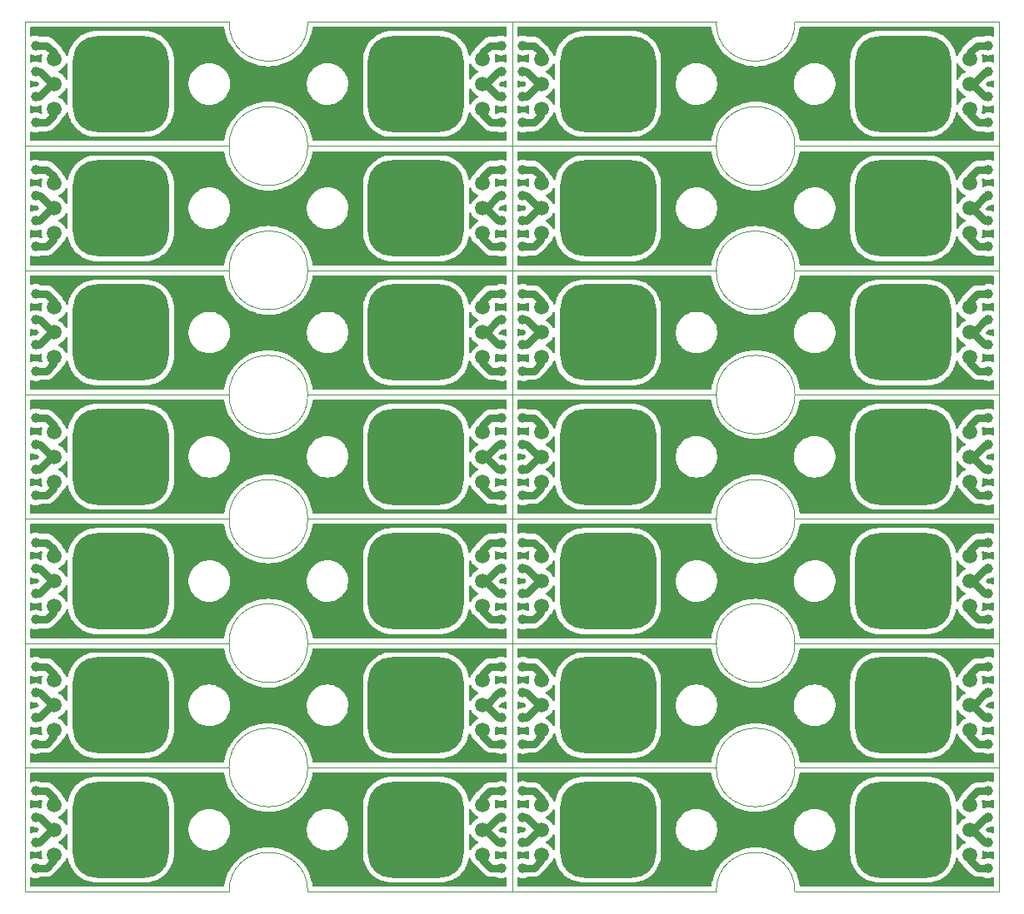
<source format=gbr>
%TF.GenerationSoftware,KiCad,Pcbnew,6.0.11-2627ca5db0~126~ubuntu20.04.1*%
%TF.CreationDate,2024-03-14T23:27:01-05:00*%
%TF.ProjectId,,58585858-5858-4585-9858-585858585858,rev?*%
%TF.SameCoordinates,Original*%
%TF.FileFunction,Copper,L1,Top*%
%TF.FilePolarity,Positive*%
%FSLAX46Y46*%
G04 Gerber Fmt 4.6, Leading zero omitted, Abs format (unit mm)*
G04 Created by KiCad (PCBNEW 6.0.11-2627ca5db0~126~ubuntu20.04.1) date 2024-03-14 23:27:01*
%MOMM*%
%LPD*%
G01*
G04 APERTURE LIST*
G04 Aperture macros list*
%AMRoundRect*
0 Rectangle with rounded corners*
0 $1 Rounding radius*
0 $2 $3 $4 $5 $6 $7 $8 $9 X,Y pos of 4 corners*
0 Add a 4 corners polygon primitive as box body*
4,1,4,$2,$3,$4,$5,$6,$7,$8,$9,$2,$3,0*
0 Add four circle primitives for the rounded corners*
1,1,$1+$1,$2,$3*
1,1,$1+$1,$4,$5*
1,1,$1+$1,$6,$7*
1,1,$1+$1,$8,$9*
0 Add four rect primitives between the rounded corners*
20,1,$1+$1,$2,$3,$4,$5,0*
20,1,$1+$1,$4,$5,$6,$7,0*
20,1,$1+$1,$6,$7,$8,$9,0*
20,1,$1+$1,$8,$9,$2,$3,0*%
G04 Aperture macros list end*
%TA.AperFunction,Profile*%
%ADD10C,0.100000*%
%TD*%
%TA.AperFunction,SMDPad,CuDef*%
%ADD11C,1.000000*%
%TD*%
%TA.AperFunction,ComponentPad*%
%ADD12C,1.500000*%
%TD*%
%TA.AperFunction,WasherPad*%
%ADD13RoundRect,2.437500X-2.437500X-2.437500X2.437500X-2.437500X2.437500X2.437500X-2.437500X2.437500X0*%
%TD*%
%TA.AperFunction,Conductor*%
%ADD14C,0.750000*%
%TD*%
%TA.AperFunction,Conductor*%
%ADD15C,0.200000*%
%TD*%
G04 APERTURE END LIST*
D10*
X152800000Y-131262800D02*
G75*
G03*
X160800000Y-131262800I4000000J0D01*
G01*
X181550000Y-131262800D02*
X181550000Y-143902800D01*
X160800000Y-131262800D02*
X181550000Y-131262800D01*
X132050000Y-131262800D02*
X132050000Y-143902800D01*
X160800000Y-143902800D02*
X181550000Y-143902800D01*
X132050000Y-143902800D02*
X152800000Y-143902800D01*
X160800000Y-143902800D02*
G75*
G03*
X152800000Y-143902800I-4000000J0D01*
G01*
X132050000Y-131262800D02*
X152800000Y-131262800D01*
X103300000Y-131262800D02*
G75*
G03*
X111300000Y-131262800I4000000J0D01*
G01*
X132050000Y-131262800D02*
X132050000Y-143902800D01*
X111300000Y-131262800D02*
X132050000Y-131262800D01*
X82550000Y-131262800D02*
X82550000Y-143902800D01*
X111300000Y-143902800D02*
X132050000Y-143902800D01*
X82550000Y-143902800D02*
X103300000Y-143902800D01*
X111300000Y-143902800D02*
G75*
G03*
X103300000Y-143902800I-4000000J0D01*
G01*
X82550000Y-131262800D02*
X103300000Y-131262800D01*
X152800000Y-118622800D02*
G75*
G03*
X160800000Y-118622800I4000000J0D01*
G01*
X181550000Y-118622800D02*
X181550000Y-131262800D01*
X160800000Y-118622800D02*
X181550000Y-118622800D01*
X132050000Y-118622800D02*
X132050000Y-131262800D01*
X160800000Y-131262800D02*
X181550000Y-131262800D01*
X132050000Y-131262800D02*
X152800000Y-131262800D01*
X160800000Y-131262800D02*
G75*
G03*
X152800000Y-131262800I-4000000J0D01*
G01*
X132050000Y-118622800D02*
X152800000Y-118622800D01*
X103300000Y-118622800D02*
G75*
G03*
X111300000Y-118622800I4000000J0D01*
G01*
X132050000Y-118622800D02*
X132050000Y-131262800D01*
X111300000Y-118622800D02*
X132050000Y-118622800D01*
X82550000Y-118622800D02*
X82550000Y-131262800D01*
X111300000Y-131262800D02*
X132050000Y-131262800D01*
X82550000Y-131262800D02*
X103300000Y-131262800D01*
X111300000Y-131262800D02*
G75*
G03*
X103300000Y-131262800I-4000000J0D01*
G01*
X82550000Y-118622800D02*
X103300000Y-118622800D01*
X152800000Y-105982800D02*
G75*
G03*
X160800000Y-105982800I4000000J0D01*
G01*
X181550000Y-105982800D02*
X181550000Y-118622800D01*
X160800000Y-105982800D02*
X181550000Y-105982800D01*
X132050000Y-105982800D02*
X132050000Y-118622800D01*
X160800000Y-118622800D02*
X181550000Y-118622800D01*
X132050000Y-118622800D02*
X152800000Y-118622800D01*
X160800000Y-118622800D02*
G75*
G03*
X152800000Y-118622800I-4000000J0D01*
G01*
X132050000Y-105982800D02*
X152800000Y-105982800D01*
X103300000Y-105982800D02*
G75*
G03*
X111300000Y-105982800I4000000J0D01*
G01*
X132050000Y-105982800D02*
X132050000Y-118622800D01*
X111300000Y-105982800D02*
X132050000Y-105982800D01*
X82550000Y-105982800D02*
X82550000Y-118622800D01*
X111300000Y-118622800D02*
X132050000Y-118622800D01*
X82550000Y-118622800D02*
X103300000Y-118622800D01*
X111300000Y-118622800D02*
G75*
G03*
X103300000Y-118622800I-4000000J0D01*
G01*
X82550000Y-105982800D02*
X103300000Y-105982800D01*
X152800000Y-93342800D02*
G75*
G03*
X160800000Y-93342800I4000000J0D01*
G01*
X181550000Y-93342800D02*
X181550000Y-105982800D01*
X160800000Y-93342800D02*
X181550000Y-93342800D01*
X132050000Y-93342800D02*
X132050000Y-105982800D01*
X160800000Y-105982800D02*
X181550000Y-105982800D01*
X132050000Y-105982800D02*
X152800000Y-105982800D01*
X160800000Y-105982800D02*
G75*
G03*
X152800000Y-105982800I-4000000J0D01*
G01*
X132050000Y-93342800D02*
X152800000Y-93342800D01*
X103300000Y-93342800D02*
G75*
G03*
X111300000Y-93342800I4000000J0D01*
G01*
X132050000Y-93342800D02*
X132050000Y-105982800D01*
X111300000Y-93342800D02*
X132050000Y-93342800D01*
X82550000Y-93342800D02*
X82550000Y-105982800D01*
X111300000Y-105982800D02*
X132050000Y-105982800D01*
X82550000Y-105982800D02*
X103300000Y-105982800D01*
X111300000Y-105982800D02*
G75*
G03*
X103300000Y-105982800I-4000000J0D01*
G01*
X82550000Y-93342800D02*
X103300000Y-93342800D01*
X152800000Y-80702800D02*
G75*
G03*
X160800000Y-80702800I4000000J0D01*
G01*
X181550000Y-80702800D02*
X181550000Y-93342800D01*
X160800000Y-80702800D02*
X181550000Y-80702800D01*
X132050000Y-80702800D02*
X132050000Y-93342800D01*
X160800000Y-93342800D02*
X181550000Y-93342800D01*
X132050000Y-93342800D02*
X152800000Y-93342800D01*
X160800000Y-93342800D02*
G75*
G03*
X152800000Y-93342800I-4000000J0D01*
G01*
X132050000Y-80702800D02*
X152800000Y-80702800D01*
X103300000Y-80702800D02*
G75*
G03*
X111300000Y-80702800I4000000J0D01*
G01*
X132050000Y-80702800D02*
X132050000Y-93342800D01*
X111300000Y-80702800D02*
X132050000Y-80702800D01*
X82550000Y-80702800D02*
X82550000Y-93342800D01*
X111300000Y-93342800D02*
X132050000Y-93342800D01*
X82550000Y-93342800D02*
X103300000Y-93342800D01*
X111300000Y-93342800D02*
G75*
G03*
X103300000Y-93342800I-4000000J0D01*
G01*
X82550000Y-80702800D02*
X103300000Y-80702800D01*
X152800000Y-68062800D02*
G75*
G03*
X160800000Y-68062800I4000000J0D01*
G01*
X181550000Y-68062800D02*
X181550000Y-80702800D01*
X160800000Y-68062800D02*
X181550000Y-68062800D01*
X132050000Y-68062800D02*
X132050000Y-80702800D01*
X160800000Y-80702800D02*
X181550000Y-80702800D01*
X132050000Y-80702800D02*
X152800000Y-80702800D01*
X160800000Y-80702800D02*
G75*
G03*
X152800000Y-80702800I-4000000J0D01*
G01*
X132050000Y-68062800D02*
X152800000Y-68062800D01*
X103300000Y-68062800D02*
G75*
G03*
X111300000Y-68062800I4000000J0D01*
G01*
X132050000Y-68062800D02*
X132050000Y-80702800D01*
X111300000Y-68062800D02*
X132050000Y-68062800D01*
X82550000Y-68062800D02*
X82550000Y-80702800D01*
X111300000Y-80702800D02*
X132050000Y-80702800D01*
X82550000Y-80702800D02*
X103300000Y-80702800D01*
X111300000Y-80702800D02*
G75*
G03*
X103300000Y-80702800I-4000000J0D01*
G01*
X82550000Y-68062800D02*
X103300000Y-68062800D01*
X152800000Y-55422800D02*
G75*
G03*
X160800000Y-55422800I4000000J0D01*
G01*
X181550000Y-55422800D02*
X181550000Y-68062800D01*
X160800000Y-55422800D02*
X181550000Y-55422800D01*
X132050000Y-55422800D02*
X132050000Y-68062800D01*
X160800000Y-68062800D02*
X181550000Y-68062800D01*
X132050000Y-68062800D02*
X152800000Y-68062800D01*
X160800000Y-68062800D02*
G75*
G03*
X152800000Y-68062800I-4000000J0D01*
G01*
X132050000Y-55422800D02*
X152800000Y-55422800D01*
X103300000Y-55422800D02*
G75*
G03*
X111300000Y-55422800I4000000J0D01*
G01*
X111300000Y-55422800D02*
X132050000Y-55422800D01*
X82550000Y-55422800D02*
X103300000Y-55422800D01*
X82550000Y-68062800D02*
X103300000Y-68062800D01*
X111300000Y-68062800D02*
X132050000Y-68062800D01*
X132050000Y-55422800D02*
X132050000Y-68062800D01*
X111300000Y-68062800D02*
G75*
G03*
X103300000Y-68062800I-4000000J0D01*
G01*
X82550000Y-55422800D02*
X82550000Y-68062800D01*
D11*
%TO.P,REF\u002A\u002A218,1*%
%TO.N,N/C*%
X180450000Y-141502800D03*
%TD*%
%TO.P,REF\u002A\u002A230,1*%
%TO.N,N/C*%
X180450000Y-136312800D03*
%TD*%
D12*
%TO.P,REF\u002A\u002A232,1*%
%TO.N,N/C*%
X178575000Y-135042800D03*
%TD*%
%TO.P,REF\u002A\u002A228,1*%
%TO.N,N/C*%
X178575000Y-137582800D03*
%TD*%
D11*
%TO.P,REF\u002A\u002A229,1*%
%TO.N,N/C*%
X133150000Y-136312800D03*
%TD*%
D12*
%TO.P,REF\u002A\u002A220,1*%
%TO.N,N/C*%
X178575000Y-140122800D03*
%TD*%
%TO.P,REF\u002A\u002A219,1*%
%TO.N,N/C*%
X135025000Y-140122800D03*
%TD*%
D11*
%TO.P,REF\u002A\u002A221,1*%
%TO.N,N/C*%
X133150000Y-138852800D03*
%TD*%
D13*
%TO.P,REF\u002A\u002A224,*%
%TO.N,*%
X141800000Y-137582800D03*
%TD*%
D11*
%TO.P,REF\u002A\u002A217,1*%
%TO.N,N/C*%
X133150000Y-141502800D03*
%TD*%
D12*
%TO.P,REF\u002A\u002A231,1*%
%TO.N,N/C*%
X135025000Y-135042800D03*
%TD*%
%TO.P,REF\u002A\u002A223,1*%
%TO.N,N/C*%
X135025000Y-137582800D03*
%TD*%
D13*
%TO.P,REF\u002A\u002A227,*%
%TO.N,*%
X171800000Y-137582800D03*
%TD*%
D11*
%TO.P,REF\u002A\u002A234,1*%
%TO.N,N/C*%
X180450000Y-133662800D03*
%TD*%
%TO.P,REF\u002A\u002A222,1*%
%TO.N,N/C*%
X180450000Y-138852800D03*
%TD*%
%TO.P,REF\u002A\u002A233,1*%
%TO.N,N/C*%
X133150000Y-133662800D03*
%TD*%
%TO.P,REF\u002A\u002A200,1*%
%TO.N,N/C*%
X130950000Y-141502800D03*
%TD*%
%TO.P,REF\u002A\u002A212,1*%
%TO.N,N/C*%
X130950000Y-136312800D03*
%TD*%
D12*
%TO.P,REF\u002A\u002A214,1*%
%TO.N,N/C*%
X129075000Y-135042800D03*
%TD*%
%TO.P,REF\u002A\u002A210,1*%
%TO.N,N/C*%
X129075000Y-137582800D03*
%TD*%
D11*
%TO.P,REF\u002A\u002A211,1*%
%TO.N,N/C*%
X83650000Y-136312800D03*
%TD*%
D12*
%TO.P,REF\u002A\u002A202,1*%
%TO.N,N/C*%
X129075000Y-140122800D03*
%TD*%
%TO.P,REF\u002A\u002A201,1*%
%TO.N,N/C*%
X85525000Y-140122800D03*
%TD*%
D11*
%TO.P,REF\u002A\u002A203,1*%
%TO.N,N/C*%
X83650000Y-138852800D03*
%TD*%
D13*
%TO.P,REF\u002A\u002A206,*%
%TO.N,*%
X92300000Y-137582800D03*
%TD*%
D11*
%TO.P,REF\u002A\u002A199,1*%
%TO.N,N/C*%
X83650000Y-141502800D03*
%TD*%
D12*
%TO.P,REF\u002A\u002A213,1*%
%TO.N,N/C*%
X85525000Y-135042800D03*
%TD*%
%TO.P,REF\u002A\u002A205,1*%
%TO.N,N/C*%
X85525000Y-137582800D03*
%TD*%
D13*
%TO.P,REF\u002A\u002A209,*%
%TO.N,*%
X122300000Y-137582800D03*
%TD*%
D11*
%TO.P,REF\u002A\u002A216,1*%
%TO.N,N/C*%
X130950000Y-133662800D03*
%TD*%
%TO.P,REF\u002A\u002A204,1*%
%TO.N,N/C*%
X130950000Y-138852800D03*
%TD*%
%TO.P,REF\u002A\u002A215,1*%
%TO.N,N/C*%
X83650000Y-133662800D03*
%TD*%
%TO.P,REF\u002A\u002A182,1*%
%TO.N,N/C*%
X180450000Y-128862800D03*
%TD*%
%TO.P,REF\u002A\u002A194,1*%
%TO.N,N/C*%
X180450000Y-123672800D03*
%TD*%
D12*
%TO.P,REF\u002A\u002A196,1*%
%TO.N,N/C*%
X178575000Y-122402800D03*
%TD*%
%TO.P,REF\u002A\u002A192,1*%
%TO.N,N/C*%
X178575000Y-124942800D03*
%TD*%
D11*
%TO.P,REF\u002A\u002A193,1*%
%TO.N,N/C*%
X133150000Y-123672800D03*
%TD*%
D12*
%TO.P,REF\u002A\u002A184,1*%
%TO.N,N/C*%
X178575000Y-127482800D03*
%TD*%
%TO.P,REF\u002A\u002A183,1*%
%TO.N,N/C*%
X135025000Y-127482800D03*
%TD*%
D11*
%TO.P,REF\u002A\u002A185,1*%
%TO.N,N/C*%
X133150000Y-126212800D03*
%TD*%
D13*
%TO.P,REF\u002A\u002A188,*%
%TO.N,*%
X141800000Y-124942800D03*
%TD*%
D11*
%TO.P,REF\u002A\u002A181,1*%
%TO.N,N/C*%
X133150000Y-128862800D03*
%TD*%
D12*
%TO.P,REF\u002A\u002A195,1*%
%TO.N,N/C*%
X135025000Y-122402800D03*
%TD*%
%TO.P,REF\u002A\u002A187,1*%
%TO.N,N/C*%
X135025000Y-124942800D03*
%TD*%
D13*
%TO.P,REF\u002A\u002A191,*%
%TO.N,*%
X171800000Y-124942800D03*
%TD*%
D11*
%TO.P,REF\u002A\u002A198,1*%
%TO.N,N/C*%
X180450000Y-121022800D03*
%TD*%
%TO.P,REF\u002A\u002A186,1*%
%TO.N,N/C*%
X180450000Y-126212800D03*
%TD*%
%TO.P,REF\u002A\u002A197,1*%
%TO.N,N/C*%
X133150000Y-121022800D03*
%TD*%
%TO.P,REF\u002A\u002A164,1*%
%TO.N,N/C*%
X130950000Y-128862800D03*
%TD*%
%TO.P,REF\u002A\u002A176,1*%
%TO.N,N/C*%
X130950000Y-123672800D03*
%TD*%
D12*
%TO.P,REF\u002A\u002A178,1*%
%TO.N,N/C*%
X129075000Y-122402800D03*
%TD*%
%TO.P,REF\u002A\u002A174,1*%
%TO.N,N/C*%
X129075000Y-124942800D03*
%TD*%
D11*
%TO.P,REF\u002A\u002A175,1*%
%TO.N,N/C*%
X83650000Y-123672800D03*
%TD*%
D12*
%TO.P,REF\u002A\u002A166,1*%
%TO.N,N/C*%
X129075000Y-127482800D03*
%TD*%
%TO.P,REF\u002A\u002A165,1*%
%TO.N,N/C*%
X85525000Y-127482800D03*
%TD*%
D11*
%TO.P,REF\u002A\u002A167,1*%
%TO.N,N/C*%
X83650000Y-126212800D03*
%TD*%
D13*
%TO.P,REF\u002A\u002A170,*%
%TO.N,*%
X92300000Y-124942800D03*
%TD*%
D11*
%TO.P,REF\u002A\u002A163,1*%
%TO.N,N/C*%
X83650000Y-128862800D03*
%TD*%
D12*
%TO.P,REF\u002A\u002A177,1*%
%TO.N,N/C*%
X85525000Y-122402800D03*
%TD*%
%TO.P,REF\u002A\u002A169,1*%
%TO.N,N/C*%
X85525000Y-124942800D03*
%TD*%
D13*
%TO.P,REF\u002A\u002A173,*%
%TO.N,*%
X122300000Y-124942800D03*
%TD*%
D11*
%TO.P,REF\u002A\u002A180,1*%
%TO.N,N/C*%
X130950000Y-121022800D03*
%TD*%
%TO.P,REF\u002A\u002A168,1*%
%TO.N,N/C*%
X130950000Y-126212800D03*
%TD*%
%TO.P,REF\u002A\u002A179,1*%
%TO.N,N/C*%
X83650000Y-121022800D03*
%TD*%
%TO.P,REF\u002A\u002A146,1*%
%TO.N,N/C*%
X180450000Y-116222800D03*
%TD*%
%TO.P,REF\u002A\u002A158,1*%
%TO.N,N/C*%
X180450000Y-111032800D03*
%TD*%
D12*
%TO.P,REF\u002A\u002A160,1*%
%TO.N,N/C*%
X178575000Y-109762800D03*
%TD*%
%TO.P,REF\u002A\u002A156,1*%
%TO.N,N/C*%
X178575000Y-112302800D03*
%TD*%
D11*
%TO.P,REF\u002A\u002A157,1*%
%TO.N,N/C*%
X133150000Y-111032800D03*
%TD*%
D12*
%TO.P,REF\u002A\u002A148,1*%
%TO.N,N/C*%
X178575000Y-114842800D03*
%TD*%
%TO.P,REF\u002A\u002A147,1*%
%TO.N,N/C*%
X135025000Y-114842800D03*
%TD*%
D11*
%TO.P,REF\u002A\u002A149,1*%
%TO.N,N/C*%
X133150000Y-113572800D03*
%TD*%
D13*
%TO.P,REF\u002A\u002A152,*%
%TO.N,*%
X141800000Y-112302800D03*
%TD*%
D11*
%TO.P,REF\u002A\u002A145,1*%
%TO.N,N/C*%
X133150000Y-116222800D03*
%TD*%
D12*
%TO.P,REF\u002A\u002A159,1*%
%TO.N,N/C*%
X135025000Y-109762800D03*
%TD*%
%TO.P,REF\u002A\u002A151,1*%
%TO.N,N/C*%
X135025000Y-112302800D03*
%TD*%
D13*
%TO.P,REF\u002A\u002A155,*%
%TO.N,*%
X171800000Y-112302800D03*
%TD*%
D11*
%TO.P,REF\u002A\u002A162,1*%
%TO.N,N/C*%
X180450000Y-108382800D03*
%TD*%
%TO.P,REF\u002A\u002A150,1*%
%TO.N,N/C*%
X180450000Y-113572800D03*
%TD*%
%TO.P,REF\u002A\u002A161,1*%
%TO.N,N/C*%
X133150000Y-108382800D03*
%TD*%
%TO.P,REF\u002A\u002A128,1*%
%TO.N,N/C*%
X130950000Y-116222800D03*
%TD*%
%TO.P,REF\u002A\u002A140,1*%
%TO.N,N/C*%
X130950000Y-111032800D03*
%TD*%
D12*
%TO.P,REF\u002A\u002A142,1*%
%TO.N,N/C*%
X129075000Y-109762800D03*
%TD*%
%TO.P,REF\u002A\u002A138,1*%
%TO.N,N/C*%
X129075000Y-112302800D03*
%TD*%
D11*
%TO.P,REF\u002A\u002A139,1*%
%TO.N,N/C*%
X83650000Y-111032800D03*
%TD*%
D12*
%TO.P,REF\u002A\u002A130,1*%
%TO.N,N/C*%
X129075000Y-114842800D03*
%TD*%
%TO.P,REF\u002A\u002A129,1*%
%TO.N,N/C*%
X85525000Y-114842800D03*
%TD*%
D11*
%TO.P,REF\u002A\u002A131,1*%
%TO.N,N/C*%
X83650000Y-113572800D03*
%TD*%
D13*
%TO.P,REF\u002A\u002A134,*%
%TO.N,*%
X92300000Y-112302800D03*
%TD*%
D11*
%TO.P,REF\u002A\u002A127,1*%
%TO.N,N/C*%
X83650000Y-116222800D03*
%TD*%
D12*
%TO.P,REF\u002A\u002A141,1*%
%TO.N,N/C*%
X85525000Y-109762800D03*
%TD*%
%TO.P,REF\u002A\u002A133,1*%
%TO.N,N/C*%
X85525000Y-112302800D03*
%TD*%
D13*
%TO.P,REF\u002A\u002A137,*%
%TO.N,*%
X122300000Y-112302800D03*
%TD*%
D11*
%TO.P,REF\u002A\u002A144,1*%
%TO.N,N/C*%
X130950000Y-108382800D03*
%TD*%
%TO.P,REF\u002A\u002A132,1*%
%TO.N,N/C*%
X130950000Y-113572800D03*
%TD*%
%TO.P,REF\u002A\u002A143,1*%
%TO.N,N/C*%
X83650000Y-108382800D03*
%TD*%
%TO.P,REF\u002A\u002A110,1*%
%TO.N,N/C*%
X180450000Y-103582800D03*
%TD*%
%TO.P,REF\u002A\u002A122,1*%
%TO.N,N/C*%
X180450000Y-98392800D03*
%TD*%
D12*
%TO.P,REF\u002A\u002A124,1*%
%TO.N,N/C*%
X178575000Y-97122800D03*
%TD*%
%TO.P,REF\u002A\u002A120,1*%
%TO.N,N/C*%
X178575000Y-99662800D03*
%TD*%
D11*
%TO.P,REF\u002A\u002A121,1*%
%TO.N,N/C*%
X133150000Y-98392800D03*
%TD*%
D12*
%TO.P,REF\u002A\u002A112,1*%
%TO.N,N/C*%
X178575000Y-102202800D03*
%TD*%
%TO.P,REF\u002A\u002A111,1*%
%TO.N,N/C*%
X135025000Y-102202800D03*
%TD*%
D11*
%TO.P,REF\u002A\u002A113,1*%
%TO.N,N/C*%
X133150000Y-100932800D03*
%TD*%
D13*
%TO.P,REF\u002A\u002A116,*%
%TO.N,*%
X141800000Y-99662800D03*
%TD*%
D11*
%TO.P,REF\u002A\u002A109,1*%
%TO.N,N/C*%
X133150000Y-103582800D03*
%TD*%
D12*
%TO.P,REF\u002A\u002A123,1*%
%TO.N,N/C*%
X135025000Y-97122800D03*
%TD*%
%TO.P,REF\u002A\u002A115,1*%
%TO.N,N/C*%
X135025000Y-99662800D03*
%TD*%
D13*
%TO.P,REF\u002A\u002A119,*%
%TO.N,*%
X171800000Y-99662800D03*
%TD*%
D11*
%TO.P,REF\u002A\u002A126,1*%
%TO.N,N/C*%
X180450000Y-95742800D03*
%TD*%
%TO.P,REF\u002A\u002A114,1*%
%TO.N,N/C*%
X180450000Y-100932800D03*
%TD*%
%TO.P,REF\u002A\u002A125,1*%
%TO.N,N/C*%
X133150000Y-95742800D03*
%TD*%
%TO.P,REF\u002A\u002A92,1*%
%TO.N,N/C*%
X130950000Y-103582800D03*
%TD*%
%TO.P,REF\u002A\u002A104,1*%
%TO.N,N/C*%
X130950000Y-98392800D03*
%TD*%
D12*
%TO.P,REF\u002A\u002A106,1*%
%TO.N,N/C*%
X129075000Y-97122800D03*
%TD*%
%TO.P,REF\u002A\u002A102,1*%
%TO.N,N/C*%
X129075000Y-99662800D03*
%TD*%
D11*
%TO.P,REF\u002A\u002A103,1*%
%TO.N,N/C*%
X83650000Y-98392800D03*
%TD*%
D12*
%TO.P,REF\u002A\u002A94,1*%
%TO.N,N/C*%
X129075000Y-102202800D03*
%TD*%
%TO.P,REF\u002A\u002A93,1*%
%TO.N,N/C*%
X85525000Y-102202800D03*
%TD*%
D11*
%TO.P,REF\u002A\u002A95,1*%
%TO.N,N/C*%
X83650000Y-100932800D03*
%TD*%
D13*
%TO.P,REF\u002A\u002A98,*%
%TO.N,*%
X92300000Y-99662800D03*
%TD*%
D11*
%TO.P,REF\u002A\u002A91,1*%
%TO.N,N/C*%
X83650000Y-103582800D03*
%TD*%
D12*
%TO.P,REF\u002A\u002A105,1*%
%TO.N,N/C*%
X85525000Y-97122800D03*
%TD*%
%TO.P,REF\u002A\u002A97,1*%
%TO.N,N/C*%
X85525000Y-99662800D03*
%TD*%
D13*
%TO.P,REF\u002A\u002A101,*%
%TO.N,*%
X122300000Y-99662800D03*
%TD*%
D11*
%TO.P,REF\u002A\u002A108,1*%
%TO.N,N/C*%
X130950000Y-95742800D03*
%TD*%
%TO.P,REF\u002A\u002A96,1*%
%TO.N,N/C*%
X130950000Y-100932800D03*
%TD*%
%TO.P,REF\u002A\u002A107,1*%
%TO.N,N/C*%
X83650000Y-95742800D03*
%TD*%
%TO.P,REF\u002A\u002A74,1*%
%TO.N,N/C*%
X180450000Y-90942800D03*
%TD*%
%TO.P,REF\u002A\u002A86,1*%
%TO.N,N/C*%
X180450000Y-85752800D03*
%TD*%
D12*
%TO.P,REF\u002A\u002A88,1*%
%TO.N,N/C*%
X178575000Y-84482800D03*
%TD*%
%TO.P,REF\u002A\u002A84,1*%
%TO.N,N/C*%
X178575000Y-87022800D03*
%TD*%
D11*
%TO.P,REF\u002A\u002A85,1*%
%TO.N,N/C*%
X133150000Y-85752800D03*
%TD*%
D12*
%TO.P,REF\u002A\u002A76,1*%
%TO.N,N/C*%
X178575000Y-89562800D03*
%TD*%
%TO.P,REF\u002A\u002A75,1*%
%TO.N,N/C*%
X135025000Y-89562800D03*
%TD*%
D11*
%TO.P,REF\u002A\u002A77,1*%
%TO.N,N/C*%
X133150000Y-88292800D03*
%TD*%
D13*
%TO.P,REF\u002A\u002A80,*%
%TO.N,*%
X141800000Y-87022800D03*
%TD*%
D11*
%TO.P,REF\u002A\u002A73,1*%
%TO.N,N/C*%
X133150000Y-90942800D03*
%TD*%
D12*
%TO.P,REF\u002A\u002A87,1*%
%TO.N,N/C*%
X135025000Y-84482800D03*
%TD*%
%TO.P,REF\u002A\u002A79,1*%
%TO.N,N/C*%
X135025000Y-87022800D03*
%TD*%
D13*
%TO.P,REF\u002A\u002A83,*%
%TO.N,*%
X171800000Y-87022800D03*
%TD*%
D11*
%TO.P,REF\u002A\u002A90,1*%
%TO.N,N/C*%
X180450000Y-83102800D03*
%TD*%
%TO.P,REF\u002A\u002A78,1*%
%TO.N,N/C*%
X180450000Y-88292800D03*
%TD*%
%TO.P,REF\u002A\u002A89,1*%
%TO.N,N/C*%
X133150000Y-83102800D03*
%TD*%
%TO.P,REF\u002A\u002A56,1*%
%TO.N,N/C*%
X130950000Y-90942800D03*
%TD*%
%TO.P,REF\u002A\u002A68,1*%
%TO.N,N/C*%
X130950000Y-85752800D03*
%TD*%
D12*
%TO.P,REF\u002A\u002A70,1*%
%TO.N,N/C*%
X129075000Y-84482800D03*
%TD*%
%TO.P,REF\u002A\u002A66,1*%
%TO.N,N/C*%
X129075000Y-87022800D03*
%TD*%
D11*
%TO.P,REF\u002A\u002A67,1*%
%TO.N,N/C*%
X83650000Y-85752800D03*
%TD*%
D12*
%TO.P,REF\u002A\u002A58,1*%
%TO.N,N/C*%
X129075000Y-89562800D03*
%TD*%
%TO.P,REF\u002A\u002A57,1*%
%TO.N,N/C*%
X85525000Y-89562800D03*
%TD*%
D11*
%TO.P,REF\u002A\u002A59,1*%
%TO.N,N/C*%
X83650000Y-88292800D03*
%TD*%
D13*
%TO.P,REF\u002A\u002A62,*%
%TO.N,*%
X92300000Y-87022800D03*
%TD*%
D11*
%TO.P,REF\u002A\u002A55,1*%
%TO.N,N/C*%
X83650000Y-90942800D03*
%TD*%
D12*
%TO.P,REF\u002A\u002A69,1*%
%TO.N,N/C*%
X85525000Y-84482800D03*
%TD*%
%TO.P,REF\u002A\u002A61,1*%
%TO.N,N/C*%
X85525000Y-87022800D03*
%TD*%
D13*
%TO.P,REF\u002A\u002A65,*%
%TO.N,*%
X122300000Y-87022800D03*
%TD*%
D11*
%TO.P,REF\u002A\u002A72,1*%
%TO.N,N/C*%
X130950000Y-83102800D03*
%TD*%
%TO.P,REF\u002A\u002A60,1*%
%TO.N,N/C*%
X130950000Y-88292800D03*
%TD*%
%TO.P,REF\u002A\u002A71,1*%
%TO.N,N/C*%
X83650000Y-83102800D03*
%TD*%
%TO.P,REF\u002A\u002A38,1*%
%TO.N,N/C*%
X180450000Y-78302800D03*
%TD*%
%TO.P,REF\u002A\u002A50,1*%
%TO.N,N/C*%
X180450000Y-73112800D03*
%TD*%
D12*
%TO.P,REF\u002A\u002A52,1*%
%TO.N,N/C*%
X178575000Y-71842800D03*
%TD*%
%TO.P,REF\u002A\u002A48,1*%
%TO.N,N/C*%
X178575000Y-74382800D03*
%TD*%
D11*
%TO.P,REF\u002A\u002A49,1*%
%TO.N,N/C*%
X133150000Y-73112800D03*
%TD*%
D12*
%TO.P,REF\u002A\u002A40,1*%
%TO.N,N/C*%
X178575000Y-76922800D03*
%TD*%
%TO.P,REF\u002A\u002A39,1*%
%TO.N,N/C*%
X135025000Y-76922800D03*
%TD*%
D11*
%TO.P,REF\u002A\u002A41,1*%
%TO.N,N/C*%
X133150000Y-75652800D03*
%TD*%
D13*
%TO.P,REF\u002A\u002A44,*%
%TO.N,*%
X141800000Y-74382800D03*
%TD*%
D11*
%TO.P,REF\u002A\u002A37,1*%
%TO.N,N/C*%
X133150000Y-78302800D03*
%TD*%
D12*
%TO.P,REF\u002A\u002A51,1*%
%TO.N,N/C*%
X135025000Y-71842800D03*
%TD*%
%TO.P,REF\u002A\u002A43,1*%
%TO.N,N/C*%
X135025000Y-74382800D03*
%TD*%
D13*
%TO.P,REF\u002A\u002A47,*%
%TO.N,*%
X171800000Y-74382800D03*
%TD*%
D11*
%TO.P,REF\u002A\u002A54,1*%
%TO.N,N/C*%
X180450000Y-70462800D03*
%TD*%
%TO.P,REF\u002A\u002A42,1*%
%TO.N,N/C*%
X180450000Y-75652800D03*
%TD*%
%TO.P,REF\u002A\u002A53,1*%
%TO.N,N/C*%
X133150000Y-70462800D03*
%TD*%
%TO.P,REF\u002A\u002A20,1*%
%TO.N,N/C*%
X130950000Y-78302800D03*
%TD*%
%TO.P,REF\u002A\u002A32,1*%
%TO.N,N/C*%
X130950000Y-73112800D03*
%TD*%
D12*
%TO.P,REF\u002A\u002A34,1*%
%TO.N,N/C*%
X129075000Y-71842800D03*
%TD*%
%TO.P,REF\u002A\u002A30,1*%
%TO.N,N/C*%
X129075000Y-74382800D03*
%TD*%
D11*
%TO.P,REF\u002A\u002A31,1*%
%TO.N,N/C*%
X83650000Y-73112800D03*
%TD*%
D12*
%TO.P,REF\u002A\u002A22,1*%
%TO.N,N/C*%
X129075000Y-76922800D03*
%TD*%
%TO.P,REF\u002A\u002A21,1*%
%TO.N,N/C*%
X85525000Y-76922800D03*
%TD*%
D11*
%TO.P,REF\u002A\u002A23,1*%
%TO.N,N/C*%
X83650000Y-75652800D03*
%TD*%
D13*
%TO.P,REF\u002A\u002A26,*%
%TO.N,*%
X92300000Y-74382800D03*
%TD*%
D11*
%TO.P,REF\u002A\u002A19,1*%
%TO.N,N/C*%
X83650000Y-78302800D03*
%TD*%
D12*
%TO.P,REF\u002A\u002A33,1*%
%TO.N,N/C*%
X85525000Y-71842800D03*
%TD*%
%TO.P,REF\u002A\u002A25,1*%
%TO.N,N/C*%
X85525000Y-74382800D03*
%TD*%
D13*
%TO.P,REF\u002A\u002A29,*%
%TO.N,*%
X122300000Y-74382800D03*
%TD*%
D11*
%TO.P,REF\u002A\u002A36,1*%
%TO.N,N/C*%
X130950000Y-70462800D03*
%TD*%
%TO.P,REF\u002A\u002A24,1*%
%TO.N,N/C*%
X130950000Y-75652800D03*
%TD*%
%TO.P,REF\u002A\u002A35,1*%
%TO.N,N/C*%
X83650000Y-70462800D03*
%TD*%
%TO.P,REF\u002A\u002A2,1*%
%TO.N,N/C*%
X180450000Y-65662800D03*
%TD*%
%TO.P,REF\u002A\u002A14,1*%
%TO.N,N/C*%
X180450000Y-60472800D03*
%TD*%
D12*
%TO.P,REF\u002A\u002A16,1*%
%TO.N,N/C*%
X178575000Y-59202800D03*
%TD*%
%TO.P,REF\u002A\u002A12,1*%
%TO.N,N/C*%
X178575000Y-61742800D03*
%TD*%
D11*
%TO.P,REF\u002A\u002A13,1*%
%TO.N,N/C*%
X133150000Y-60472800D03*
%TD*%
D12*
%TO.P,REF\u002A\u002A4,1*%
%TO.N,N/C*%
X178575000Y-64282800D03*
%TD*%
%TO.P,REF\u002A\u002A3,1*%
%TO.N,N/C*%
X135025000Y-64282800D03*
%TD*%
D11*
%TO.P,REF\u002A\u002A5,1*%
%TO.N,N/C*%
X133150000Y-63012800D03*
%TD*%
D13*
%TO.P,REF\u002A\u002A8,*%
%TO.N,*%
X141800000Y-61742800D03*
%TD*%
D11*
%TO.P,REF\u002A\u002A1,1*%
%TO.N,N/C*%
X133150000Y-65662800D03*
%TD*%
D12*
%TO.P,REF\u002A\u002A15,1*%
%TO.N,N/C*%
X135025000Y-59202800D03*
%TD*%
%TO.P,REF\u002A\u002A7,1*%
%TO.N,N/C*%
X135025000Y-61742800D03*
%TD*%
D13*
%TO.P,REF\u002A\u002A11,*%
%TO.N,*%
X171800000Y-61742800D03*
%TD*%
D11*
%TO.P,REF\u002A\u002A18,1*%
%TO.N,N/C*%
X180450000Y-57822800D03*
%TD*%
%TO.P,REF\u002A\u002A6,1*%
%TO.N,N/C*%
X180450000Y-63012800D03*
%TD*%
%TO.P,REF\u002A\u002A17,1*%
%TO.N,N/C*%
X133150000Y-57822800D03*
%TD*%
%TO.P,REF\u002A\u002A,1*%
%TO.N,N/C*%
X130950000Y-65662800D03*
%TD*%
D12*
%TO.P,REF\u002A\u002A,1*%
%TO.N,N/C*%
X85525000Y-61742800D03*
%TD*%
D13*
%TO.P,REF\u002A\u002A,*%
%TO.N,*%
X122300000Y-61742800D03*
%TD*%
D11*
%TO.P,REF\u002A\u002A,1*%
%TO.N,N/C*%
X130950000Y-57822800D03*
%TD*%
%TO.P,REF\u002A\u002A,1*%
%TO.N,N/C*%
X130950000Y-63012800D03*
%TD*%
%TO.P,REF\u002A\u002A,1*%
%TO.N,N/C*%
X83650000Y-65662800D03*
%TD*%
D12*
%TO.P,REF\u002A\u002A,1*%
%TO.N,N/C*%
X85525000Y-59202800D03*
%TD*%
D11*
%TO.P,REF\u002A\u002A,1*%
%TO.N,N/C*%
X83650000Y-57822800D03*
%TD*%
D12*
%TO.P,REF\u002A\u002A,1*%
%TO.N,N/C*%
X129075000Y-59202800D03*
%TD*%
D11*
%TO.P,REF\u002A\u002A,1*%
%TO.N,N/C*%
X83650000Y-63012800D03*
%TD*%
D12*
%TO.P,REF\u002A\u002A,1*%
%TO.N,N/C*%
X85525000Y-64282800D03*
%TD*%
D11*
%TO.P,REF\u002A\u002A,1*%
%TO.N,N/C*%
X130950000Y-60472800D03*
%TD*%
%TO.P,REF\u002A\u002A,1*%
%TO.N,N/C*%
X83650000Y-60472800D03*
%TD*%
D12*
%TO.P,REF\u002A\u002A,1*%
%TO.N,N/C*%
X129075000Y-64282800D03*
%TD*%
D13*
%TO.P,REF\u002A\u002A,*%
%TO.N,*%
X92300000Y-61742800D03*
%TD*%
D12*
%TO.P,REF\u002A\u002A,1*%
%TO.N,N/C*%
X129075000Y-61742800D03*
%TD*%
D14*
%TO.N,*%
X133150000Y-136312800D02*
X133544000Y-136312800D01*
X134814000Y-137582800D02*
X135025000Y-137582800D01*
X133544000Y-136312800D02*
X134814000Y-137582800D01*
X178857600Y-137582800D02*
X180127600Y-138852800D01*
D15*
X180187200Y-136312800D02*
X180450000Y-136312800D01*
D14*
X135025000Y-134390200D02*
X135025000Y-135042800D01*
X134771500Y-137582800D02*
X135025000Y-137582800D01*
X133243600Y-133662800D02*
X134297600Y-133662800D01*
X178963600Y-137536400D02*
X180187200Y-136312800D01*
X178575000Y-135042800D02*
X178575000Y-134419800D01*
X133501500Y-138852800D02*
X134771500Y-137582800D01*
X134970800Y-140787600D02*
X134970800Y-140076400D01*
X179332000Y-133662800D02*
X180436800Y-133662800D01*
X180127600Y-138852800D02*
X180386000Y-138852800D01*
X179424800Y-141502800D02*
X180233600Y-141502800D01*
X134297600Y-133662800D02*
X135025000Y-134390200D01*
D15*
X180386000Y-138852800D02*
X180450000Y-138852800D01*
D14*
X178608000Y-137536400D02*
X178963600Y-137536400D01*
X133294400Y-141498800D02*
X134259600Y-141498800D01*
X178575000Y-134419800D02*
X179332000Y-133662800D01*
X178575000Y-140122800D02*
X178575000Y-140653000D01*
X134259600Y-141498800D02*
X134970800Y-140787600D01*
X178575000Y-140653000D02*
X179424800Y-141502800D01*
X133150000Y-138852800D02*
X133501500Y-138852800D01*
D15*
X180436800Y-133662800D02*
X180450000Y-133662800D01*
D14*
X178575000Y-137582800D02*
X178857600Y-137582800D01*
X83650000Y-136312800D02*
X84044000Y-136312800D01*
X85314000Y-137582800D02*
X85525000Y-137582800D01*
X84044000Y-136312800D02*
X85314000Y-137582800D01*
X129357600Y-137582800D02*
X130627600Y-138852800D01*
D15*
X130687200Y-136312800D02*
X130950000Y-136312800D01*
D14*
X85525000Y-134390200D02*
X85525000Y-135042800D01*
X85271500Y-137582800D02*
X85525000Y-137582800D01*
X83743600Y-133662800D02*
X84797600Y-133662800D01*
X129463600Y-137536400D02*
X130687200Y-136312800D01*
X129075000Y-135042800D02*
X129075000Y-134419800D01*
X84001500Y-138852800D02*
X85271500Y-137582800D01*
X85470800Y-140787600D02*
X85470800Y-140076400D01*
X129832000Y-133662800D02*
X130936800Y-133662800D01*
X130627600Y-138852800D02*
X130886000Y-138852800D01*
X129924800Y-141502800D02*
X130733600Y-141502800D01*
X84797600Y-133662800D02*
X85525000Y-134390200D01*
D15*
X130886000Y-138852800D02*
X130950000Y-138852800D01*
D14*
X129108000Y-137536400D02*
X129463600Y-137536400D01*
X83794400Y-141498800D02*
X84759600Y-141498800D01*
X129075000Y-134419800D02*
X129832000Y-133662800D01*
X129075000Y-140122800D02*
X129075000Y-140653000D01*
X84759600Y-141498800D02*
X85470800Y-140787600D01*
X129075000Y-140653000D02*
X129924800Y-141502800D01*
X83650000Y-138852800D02*
X84001500Y-138852800D01*
D15*
X130936800Y-133662800D02*
X130950000Y-133662800D01*
D14*
X129075000Y-137582800D02*
X129357600Y-137582800D01*
X133150000Y-123672800D02*
X133544000Y-123672800D01*
X134814000Y-124942800D02*
X135025000Y-124942800D01*
X133544000Y-123672800D02*
X134814000Y-124942800D01*
X178857600Y-124942800D02*
X180127600Y-126212800D01*
D15*
X180187200Y-123672800D02*
X180450000Y-123672800D01*
D14*
X135025000Y-121750200D02*
X135025000Y-122402800D01*
X134771500Y-124942800D02*
X135025000Y-124942800D01*
X133243600Y-121022800D02*
X134297600Y-121022800D01*
X178963600Y-124896400D02*
X180187200Y-123672800D01*
X178575000Y-122402800D02*
X178575000Y-121779800D01*
X133501500Y-126212800D02*
X134771500Y-124942800D01*
X134970800Y-128147600D02*
X134970800Y-127436400D01*
X179332000Y-121022800D02*
X180436800Y-121022800D01*
X180127600Y-126212800D02*
X180386000Y-126212800D01*
X179424800Y-128862800D02*
X180233600Y-128862800D01*
X134297600Y-121022800D02*
X135025000Y-121750200D01*
D15*
X180386000Y-126212800D02*
X180450000Y-126212800D01*
D14*
X178608000Y-124896400D02*
X178963600Y-124896400D01*
X133294400Y-128858800D02*
X134259600Y-128858800D01*
X178575000Y-121779800D02*
X179332000Y-121022800D01*
X178575000Y-127482800D02*
X178575000Y-128013000D01*
X134259600Y-128858800D02*
X134970800Y-128147600D01*
X178575000Y-128013000D02*
X179424800Y-128862800D01*
X133150000Y-126212800D02*
X133501500Y-126212800D01*
D15*
X180436800Y-121022800D02*
X180450000Y-121022800D01*
D14*
X178575000Y-124942800D02*
X178857600Y-124942800D01*
X83650000Y-123672800D02*
X84044000Y-123672800D01*
X85314000Y-124942800D02*
X85525000Y-124942800D01*
X84044000Y-123672800D02*
X85314000Y-124942800D01*
X129357600Y-124942800D02*
X130627600Y-126212800D01*
D15*
X130687200Y-123672800D02*
X130950000Y-123672800D01*
D14*
X85525000Y-121750200D02*
X85525000Y-122402800D01*
X85271500Y-124942800D02*
X85525000Y-124942800D01*
X83743600Y-121022800D02*
X84797600Y-121022800D01*
X129463600Y-124896400D02*
X130687200Y-123672800D01*
X129075000Y-122402800D02*
X129075000Y-121779800D01*
X84001500Y-126212800D02*
X85271500Y-124942800D01*
X85470800Y-128147600D02*
X85470800Y-127436400D01*
X129832000Y-121022800D02*
X130936800Y-121022800D01*
X130627600Y-126212800D02*
X130886000Y-126212800D01*
X129924800Y-128862800D02*
X130733600Y-128862800D01*
X84797600Y-121022800D02*
X85525000Y-121750200D01*
D15*
X130886000Y-126212800D02*
X130950000Y-126212800D01*
D14*
X129108000Y-124896400D02*
X129463600Y-124896400D01*
X83794400Y-128858800D02*
X84759600Y-128858800D01*
X129075000Y-121779800D02*
X129832000Y-121022800D01*
X129075000Y-127482800D02*
X129075000Y-128013000D01*
X84759600Y-128858800D02*
X85470800Y-128147600D01*
X129075000Y-128013000D02*
X129924800Y-128862800D01*
X83650000Y-126212800D02*
X84001500Y-126212800D01*
D15*
X130936800Y-121022800D02*
X130950000Y-121022800D01*
D14*
X129075000Y-124942800D02*
X129357600Y-124942800D01*
X133150000Y-111032800D02*
X133544000Y-111032800D01*
X134814000Y-112302800D02*
X135025000Y-112302800D01*
X133544000Y-111032800D02*
X134814000Y-112302800D01*
X178857600Y-112302800D02*
X180127600Y-113572800D01*
D15*
X180187200Y-111032800D02*
X180450000Y-111032800D01*
D14*
X135025000Y-109110200D02*
X135025000Y-109762800D01*
X134771500Y-112302800D02*
X135025000Y-112302800D01*
X133243600Y-108382800D02*
X134297600Y-108382800D01*
X178963600Y-112256400D02*
X180187200Y-111032800D01*
X178575000Y-109762800D02*
X178575000Y-109139800D01*
X133501500Y-113572800D02*
X134771500Y-112302800D01*
X134970800Y-115507600D02*
X134970800Y-114796400D01*
X179332000Y-108382800D02*
X180436800Y-108382800D01*
X180127600Y-113572800D02*
X180386000Y-113572800D01*
X179424800Y-116222800D02*
X180233600Y-116222800D01*
X134297600Y-108382800D02*
X135025000Y-109110200D01*
D15*
X180386000Y-113572800D02*
X180450000Y-113572800D01*
D14*
X178608000Y-112256400D02*
X178963600Y-112256400D01*
X133294400Y-116218800D02*
X134259600Y-116218800D01*
X178575000Y-109139800D02*
X179332000Y-108382800D01*
X178575000Y-114842800D02*
X178575000Y-115373000D01*
X134259600Y-116218800D02*
X134970800Y-115507600D01*
X178575000Y-115373000D02*
X179424800Y-116222800D01*
X133150000Y-113572800D02*
X133501500Y-113572800D01*
D15*
X180436800Y-108382800D02*
X180450000Y-108382800D01*
D14*
X178575000Y-112302800D02*
X178857600Y-112302800D01*
X83650000Y-111032800D02*
X84044000Y-111032800D01*
X85314000Y-112302800D02*
X85525000Y-112302800D01*
X84044000Y-111032800D02*
X85314000Y-112302800D01*
X129357600Y-112302800D02*
X130627600Y-113572800D01*
D15*
X130687200Y-111032800D02*
X130950000Y-111032800D01*
D14*
X85525000Y-109110200D02*
X85525000Y-109762800D01*
X85271500Y-112302800D02*
X85525000Y-112302800D01*
X83743600Y-108382800D02*
X84797600Y-108382800D01*
X129463600Y-112256400D02*
X130687200Y-111032800D01*
X129075000Y-109762800D02*
X129075000Y-109139800D01*
X84001500Y-113572800D02*
X85271500Y-112302800D01*
X85470800Y-115507600D02*
X85470800Y-114796400D01*
X129832000Y-108382800D02*
X130936800Y-108382800D01*
X130627600Y-113572800D02*
X130886000Y-113572800D01*
X129924800Y-116222800D02*
X130733600Y-116222800D01*
X84797600Y-108382800D02*
X85525000Y-109110200D01*
D15*
X130886000Y-113572800D02*
X130950000Y-113572800D01*
D14*
X129108000Y-112256400D02*
X129463600Y-112256400D01*
X83794400Y-116218800D02*
X84759600Y-116218800D01*
X129075000Y-109139800D02*
X129832000Y-108382800D01*
X129075000Y-114842800D02*
X129075000Y-115373000D01*
X84759600Y-116218800D02*
X85470800Y-115507600D01*
X129075000Y-115373000D02*
X129924800Y-116222800D01*
X83650000Y-113572800D02*
X84001500Y-113572800D01*
D15*
X130936800Y-108382800D02*
X130950000Y-108382800D01*
D14*
X129075000Y-112302800D02*
X129357600Y-112302800D01*
X133150000Y-98392800D02*
X133544000Y-98392800D01*
X134814000Y-99662800D02*
X135025000Y-99662800D01*
X133544000Y-98392800D02*
X134814000Y-99662800D01*
X178857600Y-99662800D02*
X180127600Y-100932800D01*
D15*
X180187200Y-98392800D02*
X180450000Y-98392800D01*
D14*
X135025000Y-96470200D02*
X135025000Y-97122800D01*
X134771500Y-99662800D02*
X135025000Y-99662800D01*
X133243600Y-95742800D02*
X134297600Y-95742800D01*
X178963600Y-99616400D02*
X180187200Y-98392800D01*
X178575000Y-97122800D02*
X178575000Y-96499800D01*
X133501500Y-100932800D02*
X134771500Y-99662800D01*
X134970800Y-102867600D02*
X134970800Y-102156400D01*
X179332000Y-95742800D02*
X180436800Y-95742800D01*
X180127600Y-100932800D02*
X180386000Y-100932800D01*
X179424800Y-103582800D02*
X180233600Y-103582800D01*
X134297600Y-95742800D02*
X135025000Y-96470200D01*
D15*
X180386000Y-100932800D02*
X180450000Y-100932800D01*
D14*
X178608000Y-99616400D02*
X178963600Y-99616400D01*
X133294400Y-103578800D02*
X134259600Y-103578800D01*
X178575000Y-96499800D02*
X179332000Y-95742800D01*
X178575000Y-102202800D02*
X178575000Y-102733000D01*
X134259600Y-103578800D02*
X134970800Y-102867600D01*
X178575000Y-102733000D02*
X179424800Y-103582800D01*
X133150000Y-100932800D02*
X133501500Y-100932800D01*
D15*
X180436800Y-95742800D02*
X180450000Y-95742800D01*
D14*
X178575000Y-99662800D02*
X178857600Y-99662800D01*
X83650000Y-98392800D02*
X84044000Y-98392800D01*
X85314000Y-99662800D02*
X85525000Y-99662800D01*
X84044000Y-98392800D02*
X85314000Y-99662800D01*
X129357600Y-99662800D02*
X130627600Y-100932800D01*
D15*
X130687200Y-98392800D02*
X130950000Y-98392800D01*
D14*
X85525000Y-96470200D02*
X85525000Y-97122800D01*
X85271500Y-99662800D02*
X85525000Y-99662800D01*
X83743600Y-95742800D02*
X84797600Y-95742800D01*
X129463600Y-99616400D02*
X130687200Y-98392800D01*
X129075000Y-97122800D02*
X129075000Y-96499800D01*
X84001500Y-100932800D02*
X85271500Y-99662800D01*
X85470800Y-102867600D02*
X85470800Y-102156400D01*
X129832000Y-95742800D02*
X130936800Y-95742800D01*
X130627600Y-100932800D02*
X130886000Y-100932800D01*
X129924800Y-103582800D02*
X130733600Y-103582800D01*
X84797600Y-95742800D02*
X85525000Y-96470200D01*
D15*
X130886000Y-100932800D02*
X130950000Y-100932800D01*
D14*
X129108000Y-99616400D02*
X129463600Y-99616400D01*
X83794400Y-103578800D02*
X84759600Y-103578800D01*
X129075000Y-96499800D02*
X129832000Y-95742800D01*
X129075000Y-102202800D02*
X129075000Y-102733000D01*
X84759600Y-103578800D02*
X85470800Y-102867600D01*
X129075000Y-102733000D02*
X129924800Y-103582800D01*
X83650000Y-100932800D02*
X84001500Y-100932800D01*
D15*
X130936800Y-95742800D02*
X130950000Y-95742800D01*
D14*
X129075000Y-99662800D02*
X129357600Y-99662800D01*
X133150000Y-85752800D02*
X133544000Y-85752800D01*
X134814000Y-87022800D02*
X135025000Y-87022800D01*
X133544000Y-85752800D02*
X134814000Y-87022800D01*
X178857600Y-87022800D02*
X180127600Y-88292800D01*
D15*
X180187200Y-85752800D02*
X180450000Y-85752800D01*
D14*
X135025000Y-83830200D02*
X135025000Y-84482800D01*
X134771500Y-87022800D02*
X135025000Y-87022800D01*
X133243600Y-83102800D02*
X134297600Y-83102800D01*
X178963600Y-86976400D02*
X180187200Y-85752800D01*
X178575000Y-84482800D02*
X178575000Y-83859800D01*
X133501500Y-88292800D02*
X134771500Y-87022800D01*
X134970800Y-90227600D02*
X134970800Y-89516400D01*
X179332000Y-83102800D02*
X180436800Y-83102800D01*
X180127600Y-88292800D02*
X180386000Y-88292800D01*
X179424800Y-90942800D02*
X180233600Y-90942800D01*
X134297600Y-83102800D02*
X135025000Y-83830200D01*
D15*
X180386000Y-88292800D02*
X180450000Y-88292800D01*
D14*
X178608000Y-86976400D02*
X178963600Y-86976400D01*
X133294400Y-90938800D02*
X134259600Y-90938800D01*
X178575000Y-83859800D02*
X179332000Y-83102800D01*
X178575000Y-89562800D02*
X178575000Y-90093000D01*
X134259600Y-90938800D02*
X134970800Y-90227600D01*
X178575000Y-90093000D02*
X179424800Y-90942800D01*
X133150000Y-88292800D02*
X133501500Y-88292800D01*
D15*
X180436800Y-83102800D02*
X180450000Y-83102800D01*
D14*
X178575000Y-87022800D02*
X178857600Y-87022800D01*
X83650000Y-85752800D02*
X84044000Y-85752800D01*
X85314000Y-87022800D02*
X85525000Y-87022800D01*
X84044000Y-85752800D02*
X85314000Y-87022800D01*
X129357600Y-87022800D02*
X130627600Y-88292800D01*
D15*
X130687200Y-85752800D02*
X130950000Y-85752800D01*
D14*
X85525000Y-83830200D02*
X85525000Y-84482800D01*
X85271500Y-87022800D02*
X85525000Y-87022800D01*
X83743600Y-83102800D02*
X84797600Y-83102800D01*
X129463600Y-86976400D02*
X130687200Y-85752800D01*
X129075000Y-84482800D02*
X129075000Y-83859800D01*
X84001500Y-88292800D02*
X85271500Y-87022800D01*
X85470800Y-90227600D02*
X85470800Y-89516400D01*
X129832000Y-83102800D02*
X130936800Y-83102800D01*
X130627600Y-88292800D02*
X130886000Y-88292800D01*
X129924800Y-90942800D02*
X130733600Y-90942800D01*
X84797600Y-83102800D02*
X85525000Y-83830200D01*
D15*
X130886000Y-88292800D02*
X130950000Y-88292800D01*
D14*
X129108000Y-86976400D02*
X129463600Y-86976400D01*
X83794400Y-90938800D02*
X84759600Y-90938800D01*
X129075000Y-83859800D02*
X129832000Y-83102800D01*
X129075000Y-89562800D02*
X129075000Y-90093000D01*
X84759600Y-90938800D02*
X85470800Y-90227600D01*
X129075000Y-90093000D02*
X129924800Y-90942800D01*
X83650000Y-88292800D02*
X84001500Y-88292800D01*
D15*
X130936800Y-83102800D02*
X130950000Y-83102800D01*
D14*
X129075000Y-87022800D02*
X129357600Y-87022800D01*
X133150000Y-73112800D02*
X133544000Y-73112800D01*
X134814000Y-74382800D02*
X135025000Y-74382800D01*
X133544000Y-73112800D02*
X134814000Y-74382800D01*
X178857600Y-74382800D02*
X180127600Y-75652800D01*
D15*
X180187200Y-73112800D02*
X180450000Y-73112800D01*
D14*
X135025000Y-71190200D02*
X135025000Y-71842800D01*
X134771500Y-74382800D02*
X135025000Y-74382800D01*
X133243600Y-70462800D02*
X134297600Y-70462800D01*
X178963600Y-74336400D02*
X180187200Y-73112800D01*
X178575000Y-71842800D02*
X178575000Y-71219800D01*
X133501500Y-75652800D02*
X134771500Y-74382800D01*
X134970800Y-77587600D02*
X134970800Y-76876400D01*
X179332000Y-70462800D02*
X180436800Y-70462800D01*
X180127600Y-75652800D02*
X180386000Y-75652800D01*
X179424800Y-78302800D02*
X180233600Y-78302800D01*
X134297600Y-70462800D02*
X135025000Y-71190200D01*
D15*
X180386000Y-75652800D02*
X180450000Y-75652800D01*
D14*
X178608000Y-74336400D02*
X178963600Y-74336400D01*
X133294400Y-78298800D02*
X134259600Y-78298800D01*
X178575000Y-71219800D02*
X179332000Y-70462800D01*
X178575000Y-76922800D02*
X178575000Y-77453000D01*
X134259600Y-78298800D02*
X134970800Y-77587600D01*
X178575000Y-77453000D02*
X179424800Y-78302800D01*
X133150000Y-75652800D02*
X133501500Y-75652800D01*
D15*
X180436800Y-70462800D02*
X180450000Y-70462800D01*
D14*
X178575000Y-74382800D02*
X178857600Y-74382800D01*
X83650000Y-73112800D02*
X84044000Y-73112800D01*
X85314000Y-74382800D02*
X85525000Y-74382800D01*
X84044000Y-73112800D02*
X85314000Y-74382800D01*
X129357600Y-74382800D02*
X130627600Y-75652800D01*
D15*
X130687200Y-73112800D02*
X130950000Y-73112800D01*
D14*
X85525000Y-71190200D02*
X85525000Y-71842800D01*
X85271500Y-74382800D02*
X85525000Y-74382800D01*
X83743600Y-70462800D02*
X84797600Y-70462800D01*
X129463600Y-74336400D02*
X130687200Y-73112800D01*
X129075000Y-71842800D02*
X129075000Y-71219800D01*
X84001500Y-75652800D02*
X85271500Y-74382800D01*
X85470800Y-77587600D02*
X85470800Y-76876400D01*
X129832000Y-70462800D02*
X130936800Y-70462800D01*
X130627600Y-75652800D02*
X130886000Y-75652800D01*
X129924800Y-78302800D02*
X130733600Y-78302800D01*
X84797600Y-70462800D02*
X85525000Y-71190200D01*
D15*
X130886000Y-75652800D02*
X130950000Y-75652800D01*
D14*
X129108000Y-74336400D02*
X129463600Y-74336400D01*
X83794400Y-78298800D02*
X84759600Y-78298800D01*
X129075000Y-71219800D02*
X129832000Y-70462800D01*
X129075000Y-76922800D02*
X129075000Y-77453000D01*
X84759600Y-78298800D02*
X85470800Y-77587600D01*
X129075000Y-77453000D02*
X129924800Y-78302800D01*
X83650000Y-75652800D02*
X84001500Y-75652800D01*
D15*
X130936800Y-70462800D02*
X130950000Y-70462800D01*
D14*
X129075000Y-74382800D02*
X129357600Y-74382800D01*
X133150000Y-60472800D02*
X133544000Y-60472800D01*
X134814000Y-61742800D02*
X135025000Y-61742800D01*
X133544000Y-60472800D02*
X134814000Y-61742800D01*
X178857600Y-61742800D02*
X180127600Y-63012800D01*
D15*
X180187200Y-60472800D02*
X180450000Y-60472800D01*
D14*
X135025000Y-58550200D02*
X135025000Y-59202800D01*
X134771500Y-61742800D02*
X135025000Y-61742800D01*
X133243600Y-57822800D02*
X134297600Y-57822800D01*
X178963600Y-61696400D02*
X180187200Y-60472800D01*
X178575000Y-59202800D02*
X178575000Y-58579800D01*
X133501500Y-63012800D02*
X134771500Y-61742800D01*
X134970800Y-64947600D02*
X134970800Y-64236400D01*
X179332000Y-57822800D02*
X180436800Y-57822800D01*
X180127600Y-63012800D02*
X180386000Y-63012800D01*
X179424800Y-65662800D02*
X180233600Y-65662800D01*
X134297600Y-57822800D02*
X135025000Y-58550200D01*
D15*
X180386000Y-63012800D02*
X180450000Y-63012800D01*
D14*
X178608000Y-61696400D02*
X178963600Y-61696400D01*
X133294400Y-65658800D02*
X134259600Y-65658800D01*
X178575000Y-58579800D02*
X179332000Y-57822800D01*
X178575000Y-64282800D02*
X178575000Y-64813000D01*
X134259600Y-65658800D02*
X134970800Y-64947600D01*
X178575000Y-64813000D02*
X179424800Y-65662800D01*
X133150000Y-63012800D02*
X133501500Y-63012800D01*
D15*
X180436800Y-57822800D02*
X180450000Y-57822800D01*
D14*
X178575000Y-61742800D02*
X178857600Y-61742800D01*
X83650000Y-63012800D02*
X84001500Y-63012800D01*
X129108000Y-61696400D02*
X129463600Y-61696400D01*
X84001500Y-63012800D02*
X85271500Y-61742800D01*
X129832000Y-57822800D02*
X130936800Y-57822800D01*
X83794400Y-65658800D02*
X84759600Y-65658800D01*
D15*
X130936800Y-57822800D02*
X130950000Y-57822800D01*
D14*
X85470800Y-64947600D02*
X85470800Y-64236400D01*
X129075000Y-58579800D02*
X129832000Y-57822800D01*
X84797600Y-57822800D02*
X85525000Y-58550200D01*
X129075000Y-61742800D02*
X129357600Y-61742800D01*
X83743600Y-57822800D02*
X84797600Y-57822800D01*
X84759600Y-65658800D02*
X85470800Y-64947600D01*
X129357600Y-61742800D02*
X130627600Y-63012800D01*
X85525000Y-58550200D02*
X85525000Y-59202800D01*
X129463600Y-61696400D02*
X130687200Y-60472800D01*
X84044000Y-60472800D02*
X85314000Y-61742800D01*
X129075000Y-59202800D02*
X129075000Y-58579800D01*
X129075000Y-64813000D02*
X129924800Y-65662800D01*
D15*
X130886000Y-63012800D02*
X130950000Y-63012800D01*
X130687200Y-60472800D02*
X130950000Y-60472800D01*
D14*
X85271500Y-61742800D02*
X85525000Y-61742800D01*
X129924800Y-65662800D02*
X130733600Y-65662800D01*
X85314000Y-61742800D02*
X85525000Y-61742800D01*
X130627600Y-63012800D02*
X130886000Y-63012800D01*
X129075000Y-64282800D02*
X129075000Y-64813000D01*
X83650000Y-60472800D02*
X84044000Y-60472800D01*
%TD*%
%TA.AperFunction,NonConductor*%
G36*
X84259056Y-58726302D02*
G01*
X84305549Y-58779958D01*
X84315653Y-58850232D01*
X84312642Y-58864912D01*
X84280885Y-58983429D01*
X84261693Y-59202800D01*
X84280885Y-59422171D01*
X84282308Y-59427481D01*
X84283264Y-59432904D01*
X84281840Y-59433155D01*
X84280306Y-59497324D01*
X84240506Y-59556116D01*
X84175238Y-59584056D01*
X84100365Y-59569781D01*
X84042701Y-59538602D01*
X83853768Y-59480118D01*
X83847643Y-59479474D01*
X83847642Y-59479474D01*
X83663204Y-59460089D01*
X83663202Y-59460089D01*
X83657075Y-59459445D01*
X83574576Y-59466953D01*
X83466251Y-59476811D01*
X83466248Y-59476812D01*
X83460112Y-59477370D01*
X83454206Y-59479108D01*
X83454202Y-59479109D01*
X83349076Y-59510049D01*
X83270381Y-59533210D01*
X83264920Y-59536065D01*
X83264910Y-59536069D01*
X83242874Y-59547589D01*
X83173239Y-59561423D01*
X83107178Y-59535412D01*
X83065667Y-59477816D01*
X83058500Y-59435927D01*
X83058500Y-58862145D01*
X83078502Y-58794024D01*
X83132158Y-58747531D01*
X83202432Y-58737427D01*
X83234941Y-58746682D01*
X83238917Y-58748419D01*
X83244294Y-58751424D01*
X83432392Y-58812540D01*
X83628777Y-58835958D01*
X83634912Y-58835486D01*
X83634914Y-58835486D01*
X83819830Y-58821257D01*
X83819834Y-58821256D01*
X83825972Y-58820784D01*
X84016463Y-58767598D01*
X84021967Y-58764818D01*
X84021969Y-58764817D01*
X84111020Y-58719834D01*
X84167830Y-58706300D01*
X84190935Y-58706300D01*
X84259056Y-58726302D01*
G37*
%TD.AperFunction*%
%TA.AperFunction,NonConductor*%
G36*
X130492205Y-58722312D02*
G01*
X130538916Y-58748419D01*
X130538922Y-58748421D01*
X130544294Y-58751424D01*
X130732392Y-58812540D01*
X130928777Y-58835958D01*
X130934912Y-58835486D01*
X130934914Y-58835486D01*
X131119830Y-58821257D01*
X131119834Y-58821256D01*
X131125972Y-58820784D01*
X131316463Y-58767598D01*
X131344713Y-58753328D01*
X131358690Y-58746268D01*
X131428512Y-58733408D01*
X131494203Y-58760338D01*
X131534906Y-58818508D01*
X131541500Y-58858734D01*
X131541500Y-59434725D01*
X131521498Y-59502846D01*
X131467842Y-59549339D01*
X131397568Y-59559443D01*
X131355570Y-59545560D01*
X131348122Y-59541533D01*
X131348121Y-59541533D01*
X131342701Y-59538602D01*
X131153768Y-59480118D01*
X131147643Y-59479474D01*
X131147642Y-59479474D01*
X130963204Y-59460089D01*
X130963202Y-59460089D01*
X130957075Y-59459445D01*
X130874576Y-59466953D01*
X130766251Y-59476811D01*
X130766248Y-59476812D01*
X130760112Y-59477370D01*
X130754206Y-59479108D01*
X130754202Y-59479109D01*
X130649076Y-59510049D01*
X130570381Y-59533210D01*
X130564923Y-59536063D01*
X130564919Y-59536065D01*
X130497958Y-59571072D01*
X130428322Y-59584906D01*
X130362261Y-59558896D01*
X130320749Y-59501300D01*
X130318122Y-59433148D01*
X130316736Y-59432904D01*
X130317692Y-59427481D01*
X130319115Y-59422171D01*
X130338307Y-59202800D01*
X130319115Y-58983429D01*
X130287358Y-58864912D01*
X130289048Y-58793935D01*
X130328842Y-58735139D01*
X130394106Y-58707191D01*
X130409065Y-58706300D01*
X130430734Y-58706300D01*
X130492205Y-58722312D01*
G37*
%TD.AperFunction*%
%TA.AperFunction,NonConductor*%
G36*
X86859459Y-59659478D02*
G01*
X86905525Y-59713501D01*
X86916500Y-59764932D01*
X86916500Y-61180669D01*
X86896498Y-61248790D01*
X86842842Y-61295283D01*
X86772568Y-61305387D01*
X86707988Y-61275893D01*
X86676305Y-61233919D01*
X86619056Y-61111147D01*
X86574675Y-61047764D01*
X86495908Y-60935273D01*
X86495906Y-60935270D01*
X86492749Y-60930762D01*
X86337038Y-60775051D01*
X86320768Y-60763658D01*
X86257759Y-60719539D01*
X86156654Y-60648744D01*
X86151672Y-60646421D01*
X86151667Y-60646418D01*
X86024232Y-60586995D01*
X85970947Y-60540078D01*
X85951486Y-60471801D01*
X85972028Y-60403841D01*
X86024232Y-60358605D01*
X86151667Y-60299182D01*
X86151672Y-60299179D01*
X86156654Y-60296856D01*
X86337038Y-60170549D01*
X86492749Y-60014838D01*
X86541928Y-59944604D01*
X86615899Y-59838962D01*
X86615900Y-59838960D01*
X86619056Y-59834453D01*
X86621379Y-59829471D01*
X86621382Y-59829466D01*
X86676305Y-59711682D01*
X86723222Y-59658397D01*
X86791500Y-59638936D01*
X86859459Y-59659478D01*
G37*
%TD.AperFunction*%
%TA.AperFunction,NonConductor*%
G36*
X127892011Y-59669706D02*
G01*
X127923694Y-59711680D01*
X127978618Y-59829466D01*
X127978621Y-59829471D01*
X127980944Y-59834453D01*
X127984100Y-59838960D01*
X127984101Y-59838962D01*
X128058073Y-59944604D01*
X128107251Y-60014838D01*
X128262962Y-60170549D01*
X128443346Y-60296856D01*
X128448328Y-60299179D01*
X128448333Y-60299182D01*
X128575768Y-60358605D01*
X128629053Y-60405522D01*
X128648514Y-60473799D01*
X128627972Y-60541759D01*
X128575768Y-60586995D01*
X128448334Y-60646418D01*
X128448329Y-60646421D01*
X128443347Y-60648744D01*
X128438840Y-60651900D01*
X128438838Y-60651901D01*
X128267473Y-60771892D01*
X128267470Y-60771894D01*
X128262962Y-60775051D01*
X128107251Y-60930762D01*
X128104094Y-60935270D01*
X128104092Y-60935273D01*
X128025325Y-61047764D01*
X127980944Y-61111147D01*
X127978621Y-61116129D01*
X127978618Y-61116134D01*
X127923694Y-61233920D01*
X127876777Y-61287205D01*
X127808499Y-61306666D01*
X127740539Y-61286124D01*
X127694474Y-61232101D01*
X127683499Y-61180670D01*
X127683499Y-59764930D01*
X127703501Y-59696809D01*
X127757157Y-59650316D01*
X127827431Y-59640212D01*
X127892011Y-59669706D01*
G37*
%TD.AperFunction*%
%TA.AperFunction,NonConductor*%
G36*
X131494203Y-61410338D02*
G01*
X131534906Y-61468508D01*
X131541500Y-61508734D01*
X131541500Y-61974725D01*
X131521498Y-62042846D01*
X131467842Y-62089339D01*
X131397568Y-62099443D01*
X131355570Y-62085560D01*
X131348122Y-62081533D01*
X131348121Y-62081533D01*
X131342701Y-62078602D01*
X131153768Y-62020118D01*
X131147643Y-62019474D01*
X131147642Y-62019474D01*
X130963204Y-62000089D01*
X130963202Y-62000089D01*
X130957075Y-61999445D01*
X130930268Y-62001885D01*
X130860616Y-61988138D01*
X130829756Y-61965498D01*
X130725953Y-61861695D01*
X130691927Y-61799383D01*
X130696992Y-61728568D01*
X130725953Y-61683505D01*
X130890102Y-61519356D01*
X130952414Y-61485330D01*
X130969529Y-61482822D01*
X130998109Y-61480623D01*
X131119830Y-61471257D01*
X131119834Y-61471256D01*
X131125972Y-61470784D01*
X131316463Y-61417598D01*
X131344713Y-61403328D01*
X131358690Y-61396268D01*
X131428512Y-61383408D01*
X131494203Y-61410338D01*
G37*
%TD.AperFunction*%
%TA.AperFunction,NonConductor*%
G36*
X83234941Y-61396682D02*
G01*
X83238917Y-61398419D01*
X83244294Y-61401424D01*
X83432392Y-61462540D01*
X83628777Y-61485958D01*
X83634912Y-61485486D01*
X83634914Y-61485486D01*
X83690999Y-61481170D01*
X83737135Y-61477620D01*
X83806589Y-61492337D01*
X83835896Y-61514154D01*
X83954197Y-61632455D01*
X83988223Y-61694767D01*
X83983158Y-61765582D01*
X83954197Y-61810645D01*
X83797592Y-61967250D01*
X83735280Y-62001276D01*
X83695328Y-62003465D01*
X83663205Y-62000089D01*
X83663202Y-62000089D01*
X83657075Y-61999445D01*
X83574576Y-62006953D01*
X83466251Y-62016811D01*
X83466248Y-62016812D01*
X83460112Y-62017370D01*
X83454206Y-62019108D01*
X83454202Y-62019109D01*
X83349076Y-62050049D01*
X83270381Y-62073210D01*
X83264920Y-62076065D01*
X83264910Y-62076069D01*
X83242874Y-62087589D01*
X83173239Y-62101423D01*
X83107178Y-62075412D01*
X83065667Y-62017816D01*
X83058500Y-61975927D01*
X83058500Y-61512145D01*
X83078502Y-61444024D01*
X83132158Y-61397531D01*
X83202432Y-61387427D01*
X83234941Y-61396682D01*
G37*
%TD.AperFunction*%
%TA.AperFunction,NonConductor*%
G36*
X86859461Y-62199476D02*
G01*
X86905526Y-62253499D01*
X86916501Y-62304930D01*
X86916501Y-63720670D01*
X86896499Y-63788791D01*
X86842843Y-63835284D01*
X86772569Y-63845388D01*
X86707989Y-63815894D01*
X86676306Y-63773920D01*
X86621382Y-63656134D01*
X86621379Y-63656129D01*
X86619056Y-63651147D01*
X86602149Y-63627001D01*
X86495908Y-63475273D01*
X86495906Y-63475270D01*
X86492749Y-63470762D01*
X86337038Y-63315051D01*
X86156654Y-63188744D01*
X86151672Y-63186421D01*
X86151667Y-63186418D01*
X86024232Y-63126995D01*
X85970947Y-63080078D01*
X85951486Y-63011801D01*
X85972028Y-62943841D01*
X86024232Y-62898605D01*
X86151667Y-62839182D01*
X86151672Y-62839179D01*
X86156654Y-62836856D01*
X86315545Y-62725599D01*
X86332527Y-62713708D01*
X86332529Y-62713706D01*
X86337038Y-62710549D01*
X86492749Y-62554838D01*
X86562958Y-62454570D01*
X86615899Y-62378962D01*
X86615900Y-62378960D01*
X86619056Y-62374453D01*
X86621379Y-62369471D01*
X86621382Y-62369466D01*
X86676306Y-62251680D01*
X86723223Y-62198395D01*
X86791501Y-62178934D01*
X86859461Y-62199476D01*
G37*
%TD.AperFunction*%
%TA.AperFunction,NonConductor*%
G36*
X127892012Y-62209707D02*
G01*
X127923694Y-62251680D01*
X127980944Y-62374453D01*
X127984100Y-62378960D01*
X127984101Y-62378962D01*
X128037043Y-62454570D01*
X128107251Y-62554838D01*
X128262962Y-62710549D01*
X128267471Y-62713706D01*
X128267473Y-62713708D01*
X128284455Y-62725599D01*
X128443346Y-62836856D01*
X128448328Y-62839179D01*
X128448333Y-62839182D01*
X128575768Y-62898605D01*
X128629053Y-62945522D01*
X128648514Y-63013799D01*
X128627972Y-63081759D01*
X128575768Y-63126995D01*
X128448334Y-63186418D01*
X128448329Y-63186421D01*
X128443347Y-63188744D01*
X128438840Y-63191900D01*
X128438838Y-63191901D01*
X128267473Y-63311892D01*
X128267470Y-63311894D01*
X128262962Y-63315051D01*
X128107251Y-63470762D01*
X128104094Y-63475270D01*
X128104092Y-63475273D01*
X127997851Y-63627001D01*
X127980944Y-63651147D01*
X127978621Y-63656129D01*
X127978618Y-63656134D01*
X127923695Y-63773918D01*
X127876778Y-63827203D01*
X127808500Y-63846664D01*
X127740541Y-63826122D01*
X127694475Y-63772099D01*
X127683500Y-63720668D01*
X127683500Y-62304931D01*
X127703502Y-62236810D01*
X127757158Y-62190317D01*
X127827432Y-62180213D01*
X127892012Y-62209707D01*
G37*
%TD.AperFunction*%
%TA.AperFunction,NonConductor*%
G36*
X84239165Y-63927624D02*
G01*
X84279869Y-63985794D01*
X84281975Y-64052469D01*
X84283264Y-64052696D01*
X84282308Y-64058119D01*
X84280885Y-64063429D01*
X84261693Y-64282800D01*
X84280885Y-64502171D01*
X84282307Y-64507477D01*
X84282308Y-64507484D01*
X84311570Y-64616689D01*
X84309880Y-64687665D01*
X84270086Y-64746461D01*
X84204822Y-64774409D01*
X84189863Y-64775300D01*
X84160951Y-64775300D01*
X84101022Y-64760136D01*
X84084907Y-64751423D01*
X84042701Y-64728602D01*
X83853768Y-64670118D01*
X83847643Y-64669474D01*
X83847642Y-64669474D01*
X83663204Y-64650089D01*
X83663202Y-64650089D01*
X83657075Y-64649445D01*
X83574576Y-64656953D01*
X83466251Y-64666811D01*
X83466248Y-64666812D01*
X83460112Y-64667370D01*
X83454206Y-64669108D01*
X83454202Y-64669109D01*
X83360082Y-64696810D01*
X83270381Y-64723210D01*
X83264922Y-64726064D01*
X83264910Y-64726069D01*
X83242874Y-64737589D01*
X83173239Y-64751423D01*
X83107178Y-64725412D01*
X83065667Y-64667816D01*
X83058500Y-64625927D01*
X83058500Y-64052145D01*
X83078502Y-63984024D01*
X83132158Y-63937531D01*
X83202432Y-63927427D01*
X83234941Y-63936682D01*
X83238917Y-63938419D01*
X83244294Y-63941424D01*
X83432392Y-64002540D01*
X83628777Y-64025958D01*
X83634912Y-64025486D01*
X83634914Y-64025486D01*
X83819830Y-64011257D01*
X83819834Y-64011256D01*
X83825972Y-64010784D01*
X84016463Y-63957598D01*
X84103655Y-63913555D01*
X84173474Y-63900695D01*
X84239165Y-63927624D01*
G37*
%TD.AperFunction*%
%TA.AperFunction,NonConductor*%
G36*
X130494979Y-63914100D02*
G01*
X130501375Y-63917437D01*
X130544294Y-63941424D01*
X130732392Y-64002540D01*
X130928777Y-64025958D01*
X130934912Y-64025486D01*
X130934914Y-64025486D01*
X131119830Y-64011257D01*
X131119834Y-64011256D01*
X131125972Y-64010784D01*
X131316463Y-63957598D01*
X131344713Y-63943328D01*
X131358690Y-63936268D01*
X131428512Y-63923408D01*
X131494203Y-63950338D01*
X131534906Y-64008508D01*
X131541500Y-64048734D01*
X131541500Y-64624725D01*
X131521498Y-64692846D01*
X131467842Y-64739339D01*
X131397568Y-64749443D01*
X131355570Y-64735560D01*
X131348122Y-64731533D01*
X131348120Y-64731532D01*
X131342701Y-64728602D01*
X131153768Y-64670118D01*
X131147643Y-64669474D01*
X131147642Y-64669474D01*
X130963204Y-64650089D01*
X130963202Y-64650089D01*
X130957075Y-64649445D01*
X130874576Y-64656953D01*
X130766251Y-64666811D01*
X130766248Y-64666812D01*
X130760112Y-64667370D01*
X130754206Y-64669108D01*
X130754202Y-64669109D01*
X130630073Y-64705642D01*
X130570381Y-64723210D01*
X130564921Y-64726064D01*
X130564922Y-64726064D01*
X130490517Y-64764962D01*
X130432142Y-64779300D01*
X130409065Y-64779300D01*
X130340944Y-64759298D01*
X130294451Y-64705642D01*
X130284347Y-64635368D01*
X130287358Y-64620688D01*
X130291517Y-64605166D01*
X130319115Y-64502171D01*
X130338307Y-64282800D01*
X130319115Y-64063429D01*
X130317692Y-64058119D01*
X130316736Y-64052696D01*
X130318388Y-64052405D01*
X130319901Y-63989057D01*
X130359699Y-63930264D01*
X130424966Y-63902321D01*
X130494979Y-63914100D01*
G37*
%TD.AperFunction*%
%TA.AperFunction,NonConductor*%
G36*
X102777256Y-55951302D02*
G01*
X102823749Y-56004958D01*
X102833927Y-56039892D01*
X102863532Y-56252120D01*
X102902733Y-56418793D01*
X102953304Y-56633806D01*
X102958977Y-56657928D01*
X103091458Y-57053198D01*
X103259845Y-57434558D01*
X103261267Y-57437111D01*
X103261269Y-57437115D01*
X103434031Y-57747283D01*
X103462701Y-57798755D01*
X103698296Y-58142681D01*
X103700144Y-58144907D01*
X103700152Y-58144917D01*
X103882121Y-58364053D01*
X103964619Y-58463401D01*
X104259399Y-58758181D01*
X104261632Y-58760035D01*
X104261635Y-58760038D01*
X104577883Y-59022648D01*
X104577893Y-59022656D01*
X104580119Y-59024504D01*
X104924045Y-59260099D01*
X104926598Y-59261521D01*
X105283097Y-59460089D01*
X105288242Y-59462955D01*
X105669602Y-59631342D01*
X106064872Y-59763823D01*
X106067705Y-59764489D01*
X106067711Y-59764491D01*
X106226179Y-59801762D01*
X106470680Y-59859268D01*
X106473565Y-59859670D01*
X106473568Y-59859671D01*
X106745648Y-59897625D01*
X106883564Y-59916863D01*
X106886448Y-59916996D01*
X106886455Y-59916997D01*
X107297102Y-59935982D01*
X107300000Y-59936116D01*
X107302898Y-59935982D01*
X107713545Y-59916997D01*
X107713552Y-59916996D01*
X107716436Y-59916863D01*
X107854352Y-59897625D01*
X108126432Y-59859671D01*
X108126435Y-59859670D01*
X108129320Y-59859268D01*
X108373821Y-59801762D01*
X108532289Y-59764491D01*
X108532295Y-59764489D01*
X108535128Y-59763823D01*
X108930398Y-59631342D01*
X109311758Y-59462955D01*
X109316904Y-59460089D01*
X109673402Y-59261521D01*
X109675955Y-59260099D01*
X110019881Y-59024504D01*
X110022107Y-59022656D01*
X110022117Y-59022648D01*
X110338365Y-58760038D01*
X110338368Y-58760035D01*
X110340601Y-58758181D01*
X110635381Y-58463401D01*
X110717879Y-58364053D01*
X110899848Y-58144917D01*
X110899856Y-58144907D01*
X110901704Y-58142681D01*
X111137299Y-57798755D01*
X111165969Y-57747283D01*
X111338731Y-57437115D01*
X111338733Y-57437111D01*
X111340155Y-57434558D01*
X111508542Y-57053198D01*
X111641023Y-56657928D01*
X111646697Y-56633806D01*
X111697267Y-56418793D01*
X111736468Y-56252120D01*
X111766073Y-56039892D01*
X111795295Y-55975188D01*
X111854860Y-55936554D01*
X111890865Y-55931300D01*
X131415500Y-55931300D01*
X131483621Y-55951302D01*
X131530114Y-56004958D01*
X131541500Y-56057300D01*
X131541500Y-56784725D01*
X131521498Y-56852846D01*
X131467842Y-56899339D01*
X131397568Y-56909443D01*
X131355570Y-56895560D01*
X131348122Y-56891533D01*
X131348121Y-56891533D01*
X131342701Y-56888602D01*
X131153768Y-56830118D01*
X131147643Y-56829474D01*
X131147642Y-56829474D01*
X130963204Y-56810089D01*
X130963202Y-56810089D01*
X130957075Y-56809445D01*
X130874576Y-56816953D01*
X130766251Y-56826811D01*
X130766248Y-56826812D01*
X130760112Y-56827370D01*
X130754206Y-56829108D01*
X130754202Y-56829109D01*
X130609145Y-56871801D01*
X130570381Y-56883210D01*
X130564921Y-56886064D01*
X130564922Y-56886064D01*
X130490517Y-56924962D01*
X130432142Y-56939300D01*
X129911457Y-56939300D01*
X129891745Y-56937749D01*
X129885008Y-56936682D01*
X129885009Y-56936682D01*
X129878493Y-56935650D01*
X129871906Y-56935995D01*
X129871902Y-56935995D01*
X129812150Y-56939127D01*
X129805555Y-56939300D01*
X129785694Y-56939300D01*
X129765931Y-56941377D01*
X129759372Y-56941893D01*
X129743573Y-56942721D01*
X129699623Y-56945024D01*
X129699619Y-56945025D01*
X129693029Y-56945370D01*
X129680071Y-56948842D01*
X129660628Y-56952445D01*
X129647298Y-56953846D01*
X129584106Y-56974378D01*
X129577804Y-56976244D01*
X129553823Y-56982670D01*
X129513637Y-56993438D01*
X129507758Y-56996434D01*
X129507749Y-56996437D01*
X129501683Y-56999528D01*
X129483421Y-57007092D01*
X129476958Y-57009192D01*
X129476953Y-57009194D01*
X129470669Y-57011236D01*
X129413119Y-57044463D01*
X129407366Y-57047586D01*
X129348161Y-57077752D01*
X129343027Y-57081909D01*
X129343026Y-57081910D01*
X129337737Y-57086193D01*
X129321449Y-57097388D01*
X129309831Y-57104096D01*
X129304925Y-57108513D01*
X129304920Y-57108517D01*
X129260462Y-57148547D01*
X129255447Y-57152831D01*
X129247369Y-57159373D01*
X129240015Y-57165328D01*
X129225979Y-57179364D01*
X129221194Y-57183905D01*
X129171815Y-57228366D01*
X129167934Y-57233708D01*
X129163925Y-57239225D01*
X129151086Y-57254256D01*
X128506454Y-57898888D01*
X128491426Y-57911725D01*
X128480566Y-57919615D01*
X128476145Y-57924525D01*
X128476144Y-57924526D01*
X128436114Y-57968984D01*
X128431573Y-57973769D01*
X128417528Y-57987814D01*
X128415444Y-57990388D01*
X128415441Y-57990391D01*
X128405031Y-58003246D01*
X128400747Y-58008262D01*
X128360717Y-58052720D01*
X128360713Y-58052725D01*
X128356296Y-58057631D01*
X128351256Y-58066361D01*
X128349589Y-58069248D01*
X128338391Y-58085541D01*
X128329953Y-58095961D01*
X128299787Y-58155163D01*
X128296654Y-58160933D01*
X128267718Y-58211053D01*
X128263436Y-58218469D01*
X128261396Y-58224748D01*
X128261370Y-58224806D01*
X128235357Y-58262656D01*
X128107251Y-58390762D01*
X128104094Y-58395270D01*
X128104092Y-58395273D01*
X128054945Y-58465462D01*
X127980944Y-58571147D01*
X127978621Y-58576129D01*
X127978618Y-58576134D01*
X127961687Y-58612444D01*
X127887880Y-58770724D01*
X127886456Y-58776037D01*
X127886456Y-58776038D01*
X127883039Y-58788790D01*
X127846087Y-58849413D01*
X127782227Y-58880434D01*
X127711732Y-58872006D01*
X127656985Y-58826803D01*
X127636782Y-58775238D01*
X127624558Y-58695353D01*
X127624557Y-58695348D01*
X127624007Y-58691754D01*
X127534358Y-58364053D01*
X127533004Y-58360684D01*
X127408994Y-58052200D01*
X127408991Y-58052193D01*
X127407638Y-58048828D01*
X127348215Y-57939384D01*
X127247263Y-57753453D01*
X127247257Y-57753444D01*
X127245527Y-57750257D01*
X127050174Y-57472297D01*
X126837598Y-57233707D01*
X126826578Y-57221339D01*
X126824167Y-57218633D01*
X126747978Y-57150751D01*
X126573216Y-56995043D01*
X126573214Y-56995041D01*
X126570503Y-56992626D01*
X126518226Y-56955885D01*
X126295517Y-56799363D01*
X126295515Y-56799362D01*
X126292543Y-56797273D01*
X126289356Y-56795543D01*
X126289347Y-56795537D01*
X126040994Y-56660693D01*
X125993972Y-56635162D01*
X125990607Y-56633809D01*
X125990600Y-56633806D01*
X125682116Y-56509796D01*
X125682111Y-56509794D01*
X125678747Y-56508442D01*
X125351046Y-56418793D01*
X125347455Y-56418244D01*
X125347448Y-56418242D01*
X125018481Y-56367904D01*
X125018480Y-56367904D01*
X125015213Y-56367404D01*
X125011918Y-56367249D01*
X125011912Y-56367248D01*
X124844861Y-56359370D01*
X124844854Y-56359370D01*
X124843373Y-56359300D01*
X124841886Y-56359300D01*
X122300001Y-56359301D01*
X119756628Y-56359301D01*
X119755148Y-56359371D01*
X119755139Y-56359371D01*
X119588087Y-56367248D01*
X119588080Y-56367249D01*
X119584787Y-56367404D01*
X119527687Y-56376141D01*
X119252552Y-56418242D01*
X119252545Y-56418244D01*
X119248954Y-56418793D01*
X118921253Y-56508442D01*
X118917889Y-56509794D01*
X118917884Y-56509796D01*
X118609400Y-56633806D01*
X118609393Y-56633809D01*
X118606028Y-56635162D01*
X118559006Y-56660693D01*
X118310653Y-56795537D01*
X118310644Y-56795543D01*
X118307457Y-56797273D01*
X118304485Y-56799362D01*
X118304483Y-56799363D01*
X118081774Y-56955885D01*
X118029497Y-56992626D01*
X118026786Y-56995041D01*
X118026784Y-56995043D01*
X117852022Y-57150751D01*
X117775833Y-57218633D01*
X117773422Y-57221339D01*
X117762403Y-57233707D01*
X117549826Y-57472297D01*
X117354473Y-57750257D01*
X117352743Y-57753444D01*
X117352737Y-57753453D01*
X117251785Y-57939384D01*
X117192362Y-58048828D01*
X117191009Y-58052193D01*
X117191006Y-58052200D01*
X117066996Y-58360684D01*
X117065642Y-58364053D01*
X116975993Y-58691754D01*
X116975444Y-58695345D01*
X116975442Y-58695352D01*
X116931361Y-58983429D01*
X116924604Y-59027587D01*
X116916500Y-59199427D01*
X116916501Y-64286172D01*
X116924604Y-64458013D01*
X116925104Y-64461280D01*
X116973019Y-64774409D01*
X116975993Y-64793846D01*
X117065642Y-65121547D01*
X117066994Y-65124911D01*
X117066996Y-65124916D01*
X117187852Y-65425552D01*
X117192362Y-65436772D01*
X117239806Y-65524153D01*
X117352737Y-65732147D01*
X117352743Y-65732156D01*
X117354473Y-65735343D01*
X117549826Y-66013303D01*
X117552241Y-66016014D01*
X117552243Y-66016016D01*
X117757491Y-66246381D01*
X117775833Y-66266967D01*
X117778539Y-66269378D01*
X118025220Y-66489163D01*
X118029497Y-66492974D01*
X118032464Y-66495059D01*
X118032465Y-66495060D01*
X118289858Y-66675958D01*
X118307457Y-66688327D01*
X118310644Y-66690057D01*
X118310653Y-66690063D01*
X118508267Y-66797358D01*
X118606028Y-66850438D01*
X118609393Y-66851791D01*
X118609400Y-66851794D01*
X118917884Y-66975804D01*
X118917889Y-66975806D01*
X118921253Y-66977158D01*
X119248954Y-67066807D01*
X119252545Y-67067356D01*
X119252552Y-67067358D01*
X119581519Y-67117696D01*
X119584787Y-67118196D01*
X119588082Y-67118351D01*
X119588088Y-67118352D01*
X119755139Y-67126230D01*
X119755146Y-67126230D01*
X119756627Y-67126300D01*
X122300000Y-67126300D01*
X124843372Y-67126299D01*
X124844852Y-67126229D01*
X124844861Y-67126229D01*
X125011913Y-67118352D01*
X125011920Y-67118351D01*
X125015213Y-67118196D01*
X125072313Y-67109459D01*
X125347448Y-67067358D01*
X125347455Y-67067356D01*
X125351046Y-67066807D01*
X125678747Y-66977158D01*
X125682111Y-66975806D01*
X125682116Y-66975804D01*
X125990600Y-66851794D01*
X125990607Y-66851791D01*
X125993972Y-66850438D01*
X126091733Y-66797358D01*
X126289347Y-66690063D01*
X126289356Y-66690057D01*
X126292543Y-66688327D01*
X126310143Y-66675958D01*
X126567535Y-66495060D01*
X126567536Y-66495059D01*
X126570503Y-66492974D01*
X126574781Y-66489163D01*
X126821461Y-66269378D01*
X126824167Y-66266967D01*
X126842509Y-66246381D01*
X127047757Y-66016016D01*
X127047759Y-66016014D01*
X127050174Y-66013303D01*
X127245527Y-65735343D01*
X127247257Y-65732156D01*
X127247263Y-65732147D01*
X127360194Y-65524153D01*
X127407638Y-65436772D01*
X127412149Y-65425552D01*
X127533004Y-65124916D01*
X127533006Y-65124911D01*
X127534358Y-65121547D01*
X127624007Y-64793846D01*
X127626845Y-64775300D01*
X127636782Y-64710362D01*
X127666858Y-64646051D01*
X127726929Y-64608209D01*
X127797922Y-64608851D01*
X127857299Y-64647773D01*
X127883039Y-64696810D01*
X127887880Y-64714876D01*
X127924704Y-64793846D01*
X127978618Y-64909466D01*
X127978621Y-64909471D01*
X127980944Y-64914453D01*
X127984100Y-64918960D01*
X127984101Y-64918962D01*
X128056389Y-65022199D01*
X128107251Y-65094838D01*
X128262962Y-65250549D01*
X128267470Y-65253706D01*
X128267473Y-65253708D01*
X128314742Y-65286806D01*
X128348998Y-65324190D01*
X128349112Y-65324107D01*
X128349838Y-65325106D01*
X128351589Y-65327017D01*
X128352993Y-65329449D01*
X128352996Y-65329453D01*
X128356296Y-65335169D01*
X128360713Y-65340075D01*
X128360717Y-65340080D01*
X128400747Y-65384538D01*
X128405031Y-65389554D01*
X128415441Y-65402409D01*
X128417528Y-65404986D01*
X128431573Y-65419031D01*
X128436114Y-65423816D01*
X128480566Y-65473185D01*
X128485908Y-65477066D01*
X128485910Y-65477068D01*
X128491416Y-65481068D01*
X128506450Y-65493908D01*
X129243888Y-66231345D01*
X129256730Y-66246381D01*
X129264615Y-66257234D01*
X129269525Y-66261655D01*
X129269526Y-66261656D01*
X129313994Y-66301695D01*
X129318779Y-66306236D01*
X129332815Y-66320272D01*
X129335379Y-66322348D01*
X129348247Y-66332769D01*
X129353262Y-66337053D01*
X129397720Y-66377083D01*
X129397725Y-66377087D01*
X129402631Y-66381504D01*
X129408347Y-66384804D01*
X129408348Y-66384805D01*
X129414249Y-66388212D01*
X129430537Y-66399407D01*
X129440961Y-66407848D01*
X129500166Y-66438014D01*
X129505919Y-66441137D01*
X129563469Y-66474364D01*
X129569753Y-66476406D01*
X129569758Y-66476408D01*
X129576221Y-66478508D01*
X129594483Y-66486072D01*
X129600549Y-66489163D01*
X129600558Y-66489166D01*
X129606437Y-66492162D01*
X129612815Y-66493871D01*
X129670604Y-66509356D01*
X129676906Y-66511222D01*
X129740098Y-66531754D01*
X129753005Y-66533111D01*
X129753428Y-66533155D01*
X129772871Y-66536758D01*
X129785829Y-66540230D01*
X129792419Y-66540575D01*
X129792423Y-66540576D01*
X129836373Y-66542879D01*
X129852172Y-66543707D01*
X129858731Y-66544223D01*
X129878494Y-66546300D01*
X129898355Y-66546300D01*
X129904950Y-66546473D01*
X129964702Y-66549605D01*
X129964706Y-66549605D01*
X129971293Y-66549950D01*
X129984547Y-66547851D01*
X130004256Y-66546300D01*
X130430734Y-66546300D01*
X130492205Y-66562312D01*
X130538916Y-66588419D01*
X130538922Y-66588421D01*
X130544294Y-66591424D01*
X130732392Y-66652540D01*
X130928777Y-66675958D01*
X130934912Y-66675486D01*
X130934914Y-66675486D01*
X131119830Y-66661257D01*
X131119834Y-66661256D01*
X131125972Y-66660784D01*
X131316463Y-66607598D01*
X131344713Y-66593328D01*
X131358690Y-66586268D01*
X131428512Y-66573408D01*
X131494203Y-66600338D01*
X131534906Y-66658508D01*
X131541500Y-66698734D01*
X131541500Y-67428300D01*
X131521498Y-67496421D01*
X131467842Y-67542914D01*
X131415500Y-67554300D01*
X111890865Y-67554300D01*
X111822744Y-67534298D01*
X111776251Y-67480642D01*
X111766073Y-67445708D01*
X111736871Y-67236368D01*
X111736870Y-67236365D01*
X111736468Y-67233480D01*
X111675863Y-66975804D01*
X111641691Y-66830511D01*
X111641689Y-66830505D01*
X111641023Y-66827672D01*
X111508542Y-66432402D01*
X111340155Y-66051042D01*
X111317482Y-66010335D01*
X111138721Y-65689398D01*
X111137299Y-65686845D01*
X110901704Y-65342919D01*
X110899856Y-65340693D01*
X110899848Y-65340683D01*
X110637238Y-65024435D01*
X110637235Y-65024432D01*
X110635381Y-65022199D01*
X110340601Y-64727419D01*
X110338184Y-64725412D01*
X110022117Y-64462952D01*
X110022107Y-64462944D01*
X110019881Y-64461096D01*
X109675955Y-64225501D01*
X109394813Y-64068906D01*
X109314315Y-64024069D01*
X109314311Y-64024067D01*
X109311758Y-64022645D01*
X108930398Y-63854258D01*
X108535128Y-63721777D01*
X108532295Y-63721111D01*
X108532289Y-63721109D01*
X108321367Y-63671501D01*
X108129320Y-63626332D01*
X108126435Y-63625930D01*
X108126432Y-63625929D01*
X107719303Y-63569137D01*
X107719304Y-63569137D01*
X107716436Y-63568737D01*
X107713552Y-63568604D01*
X107713545Y-63568603D01*
X107302898Y-63549618D01*
X107300000Y-63549484D01*
X107297102Y-63549618D01*
X106886455Y-63568603D01*
X106886448Y-63568604D01*
X106883564Y-63568737D01*
X106880696Y-63569137D01*
X106880697Y-63569137D01*
X106473568Y-63625929D01*
X106473565Y-63625930D01*
X106470680Y-63626332D01*
X106278633Y-63671501D01*
X106067711Y-63721109D01*
X106067705Y-63721111D01*
X106064872Y-63721777D01*
X105669602Y-63854258D01*
X105288242Y-64022645D01*
X105285689Y-64024067D01*
X105285685Y-64024069D01*
X105205187Y-64068906D01*
X104924045Y-64225501D01*
X104580119Y-64461096D01*
X104577893Y-64462944D01*
X104577883Y-64462952D01*
X104261816Y-64725412D01*
X104259399Y-64727419D01*
X103964619Y-65022199D01*
X103962765Y-65024432D01*
X103962762Y-65024435D01*
X103700152Y-65340683D01*
X103700144Y-65340693D01*
X103698296Y-65342919D01*
X103462701Y-65686845D01*
X103461279Y-65689398D01*
X103282519Y-66010335D01*
X103259845Y-66051042D01*
X103091458Y-66432402D01*
X102958977Y-66827672D01*
X102958311Y-66830505D01*
X102958309Y-66830511D01*
X102924137Y-66975804D01*
X102863532Y-67233480D01*
X102863130Y-67236365D01*
X102863129Y-67236368D01*
X102833927Y-67445708D01*
X102804705Y-67510412D01*
X102745140Y-67549046D01*
X102709135Y-67554300D01*
X83184500Y-67554300D01*
X83116379Y-67534298D01*
X83069886Y-67480642D01*
X83058500Y-67428300D01*
X83058500Y-66702145D01*
X83078502Y-66634024D01*
X83132158Y-66587531D01*
X83202432Y-66577427D01*
X83234941Y-66586682D01*
X83238917Y-66588419D01*
X83244294Y-66591424D01*
X83432392Y-66652540D01*
X83628777Y-66675958D01*
X83634912Y-66675486D01*
X83634914Y-66675486D01*
X83819830Y-66661257D01*
X83819834Y-66661256D01*
X83825972Y-66660784D01*
X84016463Y-66607598D01*
X84118938Y-66555834D01*
X84175749Y-66542300D01*
X84680143Y-66542300D01*
X84699855Y-66543851D01*
X84713107Y-66545950D01*
X84719694Y-66545605D01*
X84719698Y-66545605D01*
X84779450Y-66542473D01*
X84786045Y-66542300D01*
X84805906Y-66542300D01*
X84825669Y-66540223D01*
X84832228Y-66539707D01*
X84848027Y-66538879D01*
X84891977Y-66536576D01*
X84891981Y-66536575D01*
X84898571Y-66536230D01*
X84911529Y-66532758D01*
X84930972Y-66529155D01*
X84931395Y-66529111D01*
X84944302Y-66527754D01*
X85007494Y-66507222D01*
X85013796Y-66505356D01*
X85071585Y-66489871D01*
X85077963Y-66488162D01*
X85083842Y-66485166D01*
X85083851Y-66485163D01*
X85089917Y-66482072D01*
X85108179Y-66474508D01*
X85114643Y-66472408D01*
X85114651Y-66472405D01*
X85120931Y-66470364D01*
X85126650Y-66467062D01*
X85126655Y-66467060D01*
X85178467Y-66437146D01*
X85184237Y-66434013D01*
X85243439Y-66403847D01*
X85253859Y-66395409D01*
X85270152Y-66384211D01*
X85270503Y-66384009D01*
X85281769Y-66377504D01*
X85286675Y-66373087D01*
X85286680Y-66373083D01*
X85331138Y-66333053D01*
X85336154Y-66328769D01*
X85349009Y-66318359D01*
X85349012Y-66318356D01*
X85351586Y-66316272D01*
X85365631Y-66302227D01*
X85370416Y-66297686D01*
X85401855Y-66269378D01*
X85419785Y-66253234D01*
X85427669Y-66242382D01*
X85440512Y-66227345D01*
X86039342Y-65628515D01*
X86054377Y-65615674D01*
X86059884Y-65611673D01*
X86059890Y-65611668D01*
X86065234Y-65607785D01*
X86109695Y-65558406D01*
X86114236Y-65553621D01*
X86128272Y-65539585D01*
X86140769Y-65524153D01*
X86145053Y-65519138D01*
X86185083Y-65474680D01*
X86185087Y-65474675D01*
X86189504Y-65469769D01*
X86196212Y-65458151D01*
X86207407Y-65441863D01*
X86211690Y-65436574D01*
X86211691Y-65436573D01*
X86215848Y-65431439D01*
X86246014Y-65372234D01*
X86249137Y-65366481D01*
X86282364Y-65308931D01*
X86282364Y-65308930D01*
X86282748Y-65309152D01*
X86322892Y-65260454D01*
X86332535Y-65253702D01*
X86337038Y-65250549D01*
X86492749Y-65094838D01*
X86543612Y-65022199D01*
X86615899Y-64918962D01*
X86615900Y-64918960D01*
X86619056Y-64914453D01*
X86621379Y-64909471D01*
X86621382Y-64909466D01*
X86675296Y-64793846D01*
X86712120Y-64714876D01*
X86716961Y-64696810D01*
X86753913Y-64636187D01*
X86817773Y-64605166D01*
X86888268Y-64613594D01*
X86943015Y-64658797D01*
X86963218Y-64710362D01*
X86973155Y-64775300D01*
X86975993Y-64793846D01*
X87065642Y-65121547D01*
X87066994Y-65124911D01*
X87066996Y-65124916D01*
X87187852Y-65425552D01*
X87192362Y-65436772D01*
X87239806Y-65524153D01*
X87352737Y-65732147D01*
X87352743Y-65732156D01*
X87354473Y-65735343D01*
X87549826Y-66013303D01*
X87552241Y-66016014D01*
X87552243Y-66016016D01*
X87757491Y-66246381D01*
X87775833Y-66266967D01*
X87778539Y-66269378D01*
X88025220Y-66489163D01*
X88029497Y-66492974D01*
X88032464Y-66495059D01*
X88032465Y-66495060D01*
X88289858Y-66675958D01*
X88307457Y-66688327D01*
X88310644Y-66690057D01*
X88310653Y-66690063D01*
X88508267Y-66797358D01*
X88606028Y-66850438D01*
X88609393Y-66851791D01*
X88609400Y-66851794D01*
X88917884Y-66975804D01*
X88917889Y-66975806D01*
X88921253Y-66977158D01*
X89248954Y-67066807D01*
X89252545Y-67067356D01*
X89252552Y-67067358D01*
X89581519Y-67117696D01*
X89584787Y-67118196D01*
X89588082Y-67118351D01*
X89588088Y-67118352D01*
X89755139Y-67126230D01*
X89755146Y-67126230D01*
X89756627Y-67126300D01*
X92300000Y-67126300D01*
X94843372Y-67126299D01*
X94844852Y-67126229D01*
X94844861Y-67126229D01*
X95011913Y-67118352D01*
X95011920Y-67118351D01*
X95015213Y-67118196D01*
X95072313Y-67109459D01*
X95347448Y-67067358D01*
X95347455Y-67067356D01*
X95351046Y-67066807D01*
X95678747Y-66977158D01*
X95682111Y-66975806D01*
X95682116Y-66975804D01*
X95990600Y-66851794D01*
X95990607Y-66851791D01*
X95993972Y-66850438D01*
X96091733Y-66797358D01*
X96289347Y-66690063D01*
X96289356Y-66690057D01*
X96292543Y-66688327D01*
X96310143Y-66675958D01*
X96567535Y-66495060D01*
X96567536Y-66495059D01*
X96570503Y-66492974D01*
X96574781Y-66489163D01*
X96821461Y-66269378D01*
X96824167Y-66266967D01*
X96842509Y-66246381D01*
X97047757Y-66016016D01*
X97047759Y-66016014D01*
X97050174Y-66013303D01*
X97245527Y-65735343D01*
X97247257Y-65732156D01*
X97247263Y-65732147D01*
X97360194Y-65524153D01*
X97407638Y-65436772D01*
X97412149Y-65425552D01*
X97533004Y-65124916D01*
X97533006Y-65124911D01*
X97534358Y-65121547D01*
X97624007Y-64793846D01*
X97626982Y-64774409D01*
X97674896Y-64461281D01*
X97674896Y-64461280D01*
X97675396Y-64458013D01*
X97683500Y-64286173D01*
X97683500Y-61875503D01*
X99190743Y-61875503D01*
X99228268Y-62160534D01*
X99229401Y-62164674D01*
X99229401Y-62164676D01*
X99238921Y-62199476D01*
X99304129Y-62437836D01*
X99416923Y-62702276D01*
X99428693Y-62721942D01*
X99561497Y-62943841D01*
X99564561Y-62948961D01*
X99744313Y-63173328D01*
X99761397Y-63189540D01*
X99897765Y-63318948D01*
X99952851Y-63371223D01*
X100186317Y-63538986D01*
X100190112Y-63540995D01*
X100190113Y-63540996D01*
X100211869Y-63552515D01*
X100440392Y-63673512D01*
X100710373Y-63772311D01*
X100991264Y-63833555D01*
X101019841Y-63835804D01*
X101214282Y-63851107D01*
X101214291Y-63851107D01*
X101216739Y-63851300D01*
X101372271Y-63851300D01*
X101374407Y-63851154D01*
X101374418Y-63851154D01*
X101582548Y-63836965D01*
X101582554Y-63836964D01*
X101586825Y-63836673D01*
X101591020Y-63835804D01*
X101591022Y-63835804D01*
X101727584Y-63807523D01*
X101868342Y-63778374D01*
X102139343Y-63682407D01*
X102394812Y-63550550D01*
X102398313Y-63548089D01*
X102398317Y-63548087D01*
X102513884Y-63466865D01*
X102630023Y-63385241D01*
X102840622Y-63189540D01*
X103022713Y-62967068D01*
X103172927Y-62721942D01*
X103176542Y-62713708D01*
X103286757Y-62462630D01*
X103288483Y-62458698D01*
X103313902Y-62369466D01*
X103364110Y-62193207D01*
X103367244Y-62182206D01*
X103407751Y-61897584D01*
X103407845Y-61879751D01*
X103407867Y-61875503D01*
X111190743Y-61875503D01*
X111228268Y-62160534D01*
X111229401Y-62164674D01*
X111229401Y-62164676D01*
X111238921Y-62199476D01*
X111304129Y-62437836D01*
X111416923Y-62702276D01*
X111428693Y-62721942D01*
X111561497Y-62943841D01*
X111564561Y-62948961D01*
X111744313Y-63173328D01*
X111761397Y-63189540D01*
X111897765Y-63318948D01*
X111952851Y-63371223D01*
X112186317Y-63538986D01*
X112190112Y-63540995D01*
X112190113Y-63540996D01*
X112211869Y-63552515D01*
X112440392Y-63673512D01*
X112710373Y-63772311D01*
X112991264Y-63833555D01*
X113019841Y-63835804D01*
X113214282Y-63851107D01*
X113214291Y-63851107D01*
X113216739Y-63851300D01*
X113372271Y-63851300D01*
X113374407Y-63851154D01*
X113374418Y-63851154D01*
X113582548Y-63836965D01*
X113582554Y-63836964D01*
X113586825Y-63836673D01*
X113591020Y-63835804D01*
X113591022Y-63835804D01*
X113727584Y-63807523D01*
X113868342Y-63778374D01*
X114139343Y-63682407D01*
X114394812Y-63550550D01*
X114398313Y-63548089D01*
X114398317Y-63548087D01*
X114513884Y-63466865D01*
X114630023Y-63385241D01*
X114840622Y-63189540D01*
X115022713Y-62967068D01*
X115172927Y-62721942D01*
X115176542Y-62713708D01*
X115286757Y-62462630D01*
X115288483Y-62458698D01*
X115313902Y-62369466D01*
X115364110Y-62193207D01*
X115367244Y-62182206D01*
X115407751Y-61897584D01*
X115407845Y-61879751D01*
X115409235Y-61614383D01*
X115409235Y-61614376D01*
X115409257Y-61610097D01*
X115371732Y-61325066D01*
X115367809Y-61310724D01*
X115332230Y-61180670D01*
X115295871Y-61047764D01*
X115183077Y-60783324D01*
X115104422Y-60651901D01*
X115037643Y-60540321D01*
X115037640Y-60540317D01*
X115035439Y-60536639D01*
X114855687Y-60312272D01*
X114706342Y-60170549D01*
X114650258Y-60117327D01*
X114650255Y-60117325D01*
X114647149Y-60114377D01*
X114413683Y-59946614D01*
X114391843Y-59935050D01*
X114356738Y-59916463D01*
X114159608Y-59812088D01*
X113889627Y-59713289D01*
X113608736Y-59652045D01*
X113577685Y-59649601D01*
X113385718Y-59634493D01*
X113385709Y-59634493D01*
X113383261Y-59634300D01*
X113227729Y-59634300D01*
X113225593Y-59634446D01*
X113225582Y-59634446D01*
X113017452Y-59648635D01*
X113017446Y-59648636D01*
X113013175Y-59648927D01*
X113008980Y-59649796D01*
X113008978Y-59649796D01*
X112912836Y-59669706D01*
X112731658Y-59707226D01*
X112460657Y-59803193D01*
X112205188Y-59935050D01*
X112201687Y-59937511D01*
X112201683Y-59937513D01*
X112191594Y-59944604D01*
X111969977Y-60100359D01*
X111759378Y-60296060D01*
X111577287Y-60518532D01*
X111427073Y-60763658D01*
X111425347Y-60767591D01*
X111425346Y-60767592D01*
X111422072Y-60775051D01*
X111311517Y-61026902D01*
X111310342Y-61031029D01*
X111310341Y-61031030D01*
X111272136Y-61165148D01*
X111232756Y-61303394D01*
X111192249Y-61588016D01*
X111192227Y-61592305D01*
X111192226Y-61592312D01*
X111190815Y-61861695D01*
X111190743Y-61875503D01*
X103407867Y-61875503D01*
X103409235Y-61614383D01*
X103409235Y-61614376D01*
X103409257Y-61610097D01*
X103371732Y-61325066D01*
X103367809Y-61310724D01*
X103332230Y-61180670D01*
X103295871Y-61047764D01*
X103183077Y-60783324D01*
X103104422Y-60651901D01*
X103037643Y-60540321D01*
X103037640Y-60540317D01*
X103035439Y-60536639D01*
X102855687Y-60312272D01*
X102706342Y-60170549D01*
X102650258Y-60117327D01*
X102650255Y-60117325D01*
X102647149Y-60114377D01*
X102413683Y-59946614D01*
X102391843Y-59935050D01*
X102356738Y-59916463D01*
X102159608Y-59812088D01*
X101889627Y-59713289D01*
X101608736Y-59652045D01*
X101577685Y-59649601D01*
X101385718Y-59634493D01*
X101385709Y-59634493D01*
X101383261Y-59634300D01*
X101227729Y-59634300D01*
X101225593Y-59634446D01*
X101225582Y-59634446D01*
X101017452Y-59648635D01*
X101017446Y-59648636D01*
X101013175Y-59648927D01*
X101008980Y-59649796D01*
X101008978Y-59649796D01*
X100912836Y-59669706D01*
X100731658Y-59707226D01*
X100460657Y-59803193D01*
X100205188Y-59935050D01*
X100201687Y-59937511D01*
X100201683Y-59937513D01*
X100191594Y-59944604D01*
X99969977Y-60100359D01*
X99759378Y-60296060D01*
X99577287Y-60518532D01*
X99427073Y-60763658D01*
X99425347Y-60767591D01*
X99425346Y-60767592D01*
X99422072Y-60775051D01*
X99311517Y-61026902D01*
X99310342Y-61031029D01*
X99310341Y-61031030D01*
X99272136Y-61165148D01*
X99232756Y-61303394D01*
X99192249Y-61588016D01*
X99192227Y-61592305D01*
X99192226Y-61592312D01*
X99190815Y-61861695D01*
X99190743Y-61875503D01*
X97683500Y-61875503D01*
X97683499Y-59199428D01*
X97675396Y-59027587D01*
X97646001Y-58835486D01*
X97624558Y-58695352D01*
X97624556Y-58695345D01*
X97624007Y-58691754D01*
X97534358Y-58364053D01*
X97533004Y-58360684D01*
X97408994Y-58052200D01*
X97408991Y-58052193D01*
X97407638Y-58048828D01*
X97348215Y-57939384D01*
X97247263Y-57753453D01*
X97247257Y-57753444D01*
X97245527Y-57750257D01*
X97050174Y-57472297D01*
X96837598Y-57233707D01*
X96826578Y-57221339D01*
X96824167Y-57218633D01*
X96747978Y-57150751D01*
X96573216Y-56995043D01*
X96573214Y-56995041D01*
X96570503Y-56992626D01*
X96518226Y-56955885D01*
X96295517Y-56799363D01*
X96295515Y-56799362D01*
X96292543Y-56797273D01*
X96289356Y-56795543D01*
X96289347Y-56795537D01*
X96040994Y-56660693D01*
X95993972Y-56635162D01*
X95990607Y-56633809D01*
X95990600Y-56633806D01*
X95682116Y-56509796D01*
X95682111Y-56509794D01*
X95678747Y-56508442D01*
X95351046Y-56418793D01*
X95347455Y-56418244D01*
X95347448Y-56418242D01*
X95018481Y-56367904D01*
X95018480Y-56367904D01*
X95015213Y-56367404D01*
X95011918Y-56367249D01*
X95011912Y-56367248D01*
X94844861Y-56359370D01*
X94844854Y-56359370D01*
X94843373Y-56359300D01*
X94841886Y-56359300D01*
X92300001Y-56359301D01*
X89756628Y-56359301D01*
X89755148Y-56359371D01*
X89755139Y-56359371D01*
X89588087Y-56367248D01*
X89588080Y-56367249D01*
X89584787Y-56367404D01*
X89527687Y-56376141D01*
X89252552Y-56418242D01*
X89252545Y-56418244D01*
X89248954Y-56418793D01*
X88921253Y-56508442D01*
X88917889Y-56509794D01*
X88917884Y-56509796D01*
X88609400Y-56633806D01*
X88609393Y-56633809D01*
X88606028Y-56635162D01*
X88559006Y-56660693D01*
X88310653Y-56795537D01*
X88310644Y-56795543D01*
X88307457Y-56797273D01*
X88304485Y-56799362D01*
X88304483Y-56799363D01*
X88081774Y-56955885D01*
X88029497Y-56992626D01*
X88026786Y-56995041D01*
X88026784Y-56995043D01*
X87852022Y-57150751D01*
X87775833Y-57218633D01*
X87773422Y-57221339D01*
X87762403Y-57233707D01*
X87549826Y-57472297D01*
X87354473Y-57750257D01*
X87352743Y-57753444D01*
X87352737Y-57753453D01*
X87251785Y-57939384D01*
X87192362Y-58048828D01*
X87191009Y-58052193D01*
X87191006Y-58052200D01*
X87066996Y-58360684D01*
X87065642Y-58364053D01*
X86975993Y-58691754D01*
X86975443Y-58695348D01*
X86975442Y-58695353D01*
X86963218Y-58775238D01*
X86933142Y-58839549D01*
X86873071Y-58877391D01*
X86802078Y-58876749D01*
X86742701Y-58837827D01*
X86716961Y-58788790D01*
X86713544Y-58776038D01*
X86713544Y-58776037D01*
X86712120Y-58770724D01*
X86638313Y-58612444D01*
X86621382Y-58576134D01*
X86621379Y-58576129D01*
X86619056Y-58571147D01*
X86545055Y-58465462D01*
X86495908Y-58395273D01*
X86495906Y-58395270D01*
X86492749Y-58390762D01*
X86384896Y-58282909D01*
X86356359Y-58238966D01*
X86356071Y-58238216D01*
X86354362Y-58231837D01*
X86351366Y-58225958D01*
X86351363Y-58225949D01*
X86348272Y-58219883D01*
X86340708Y-58201621D01*
X86338608Y-58195157D01*
X86338605Y-58195149D01*
X86336564Y-58188869D01*
X86333262Y-58183150D01*
X86333260Y-58183145D01*
X86303346Y-58131333D01*
X86300213Y-58125563D01*
X86270047Y-58066361D01*
X86261609Y-58055941D01*
X86250411Y-58039648D01*
X86250209Y-58039297D01*
X86243704Y-58028031D01*
X86239287Y-58023125D01*
X86239283Y-58023120D01*
X86199253Y-57978662D01*
X86194969Y-57973646D01*
X86184559Y-57960791D01*
X86184556Y-57960788D01*
X86182472Y-57958214D01*
X86168427Y-57944169D01*
X86163886Y-57939384D01*
X86123856Y-57894926D01*
X86123855Y-57894925D01*
X86119434Y-57890015D01*
X86108574Y-57882125D01*
X86093546Y-57869288D01*
X85478512Y-57254254D01*
X85465675Y-57239226D01*
X85457785Y-57228366D01*
X85446976Y-57218633D01*
X85408416Y-57183914D01*
X85403631Y-57179373D01*
X85389586Y-57165328D01*
X85387009Y-57163241D01*
X85374154Y-57152831D01*
X85369138Y-57148547D01*
X85324680Y-57108517D01*
X85324675Y-57108513D01*
X85319769Y-57104096D01*
X85308152Y-57097389D01*
X85291859Y-57086191D01*
X85286571Y-57081909D01*
X85281439Y-57077753D01*
X85222237Y-57047587D01*
X85216467Y-57044454D01*
X85164655Y-57014540D01*
X85164650Y-57014538D01*
X85158931Y-57011236D01*
X85152651Y-57009195D01*
X85152643Y-57009192D01*
X85146179Y-57007092D01*
X85127917Y-56999528D01*
X85121851Y-56996437D01*
X85121842Y-56996434D01*
X85115963Y-56993438D01*
X85075777Y-56982670D01*
X85051796Y-56976244D01*
X85045494Y-56974378D01*
X84982302Y-56953846D01*
X84968972Y-56952445D01*
X84949529Y-56948842D01*
X84936571Y-56945370D01*
X84929981Y-56945025D01*
X84929977Y-56945024D01*
X84886027Y-56942721D01*
X84870228Y-56941893D01*
X84863669Y-56941377D01*
X84843906Y-56939300D01*
X84824045Y-56939300D01*
X84817450Y-56939127D01*
X84757698Y-56935995D01*
X84757694Y-56935995D01*
X84751107Y-56935650D01*
X84737853Y-56937749D01*
X84718144Y-56939300D01*
X84168346Y-56939300D01*
X84108417Y-56924135D01*
X84048126Y-56891535D01*
X84048123Y-56891534D01*
X84042701Y-56888602D01*
X83853768Y-56830118D01*
X83847643Y-56829474D01*
X83847642Y-56829474D01*
X83663204Y-56810089D01*
X83663202Y-56810089D01*
X83657075Y-56809445D01*
X83574576Y-56816953D01*
X83466251Y-56826811D01*
X83466248Y-56826812D01*
X83460112Y-56827370D01*
X83454206Y-56829108D01*
X83454202Y-56829109D01*
X83349076Y-56860049D01*
X83270381Y-56883210D01*
X83264922Y-56886064D01*
X83264910Y-56886069D01*
X83242874Y-56897589D01*
X83173239Y-56911423D01*
X83107178Y-56885412D01*
X83065667Y-56827816D01*
X83058500Y-56785927D01*
X83058500Y-56057300D01*
X83078502Y-55989179D01*
X83132158Y-55942686D01*
X83184500Y-55931300D01*
X102709135Y-55931300D01*
X102777256Y-55951302D01*
G37*
%TD.AperFunction*%
%TA.AperFunction,NonConductor*%
G36*
X133759056Y-58726302D02*
G01*
X133805549Y-58779958D01*
X133815653Y-58850232D01*
X133812642Y-58864912D01*
X133780885Y-58983429D01*
X133761693Y-59202800D01*
X133780885Y-59422171D01*
X133782308Y-59427481D01*
X133783264Y-59432904D01*
X133781840Y-59433155D01*
X133780306Y-59497324D01*
X133740506Y-59556116D01*
X133675238Y-59584056D01*
X133600365Y-59569781D01*
X133542701Y-59538602D01*
X133353768Y-59480118D01*
X133347643Y-59479474D01*
X133347642Y-59479474D01*
X133163204Y-59460089D01*
X133163202Y-59460089D01*
X133157075Y-59459445D01*
X133074576Y-59466953D01*
X132966251Y-59476811D01*
X132966248Y-59476812D01*
X132960112Y-59477370D01*
X132954206Y-59479108D01*
X132954202Y-59479109D01*
X132849076Y-59510049D01*
X132770381Y-59533210D01*
X132764920Y-59536065D01*
X132764910Y-59536069D01*
X132742874Y-59547589D01*
X132673239Y-59561423D01*
X132607178Y-59535412D01*
X132565667Y-59477816D01*
X132558500Y-59435927D01*
X132558500Y-58862145D01*
X132578502Y-58794024D01*
X132632158Y-58747531D01*
X132702432Y-58737427D01*
X132734941Y-58746682D01*
X132738917Y-58748419D01*
X132744294Y-58751424D01*
X132932392Y-58812540D01*
X133128777Y-58835958D01*
X133134912Y-58835486D01*
X133134914Y-58835486D01*
X133319830Y-58821257D01*
X133319834Y-58821256D01*
X133325972Y-58820784D01*
X133516463Y-58767598D01*
X133521967Y-58764818D01*
X133521969Y-58764817D01*
X133611020Y-58719834D01*
X133667830Y-58706300D01*
X133690935Y-58706300D01*
X133759056Y-58726302D01*
G37*
%TD.AperFunction*%
%TA.AperFunction,NonConductor*%
G36*
X179992205Y-58722312D02*
G01*
X180038916Y-58748419D01*
X180038922Y-58748421D01*
X180044294Y-58751424D01*
X180232392Y-58812540D01*
X180428777Y-58835958D01*
X180434912Y-58835486D01*
X180434914Y-58835486D01*
X180619830Y-58821257D01*
X180619834Y-58821256D01*
X180625972Y-58820784D01*
X180816463Y-58767598D01*
X180844713Y-58753328D01*
X180858690Y-58746268D01*
X180928512Y-58733408D01*
X180994203Y-58760338D01*
X181034906Y-58818508D01*
X181041500Y-58858734D01*
X181041500Y-59434725D01*
X181021498Y-59502846D01*
X180967842Y-59549339D01*
X180897568Y-59559443D01*
X180855570Y-59545560D01*
X180848122Y-59541533D01*
X180848121Y-59541533D01*
X180842701Y-59538602D01*
X180653768Y-59480118D01*
X180647643Y-59479474D01*
X180647642Y-59479474D01*
X180463204Y-59460089D01*
X180463202Y-59460089D01*
X180457075Y-59459445D01*
X180374576Y-59466953D01*
X180266251Y-59476811D01*
X180266248Y-59476812D01*
X180260112Y-59477370D01*
X180254206Y-59479108D01*
X180254202Y-59479109D01*
X180149076Y-59510049D01*
X180070381Y-59533210D01*
X180064923Y-59536063D01*
X180064919Y-59536065D01*
X179997958Y-59571072D01*
X179928322Y-59584906D01*
X179862261Y-59558896D01*
X179820749Y-59501300D01*
X179818122Y-59433148D01*
X179816736Y-59432904D01*
X179817692Y-59427481D01*
X179819115Y-59422171D01*
X179838307Y-59202800D01*
X179819115Y-58983429D01*
X179787358Y-58864912D01*
X179789048Y-58793935D01*
X179828842Y-58735139D01*
X179894106Y-58707191D01*
X179909065Y-58706300D01*
X179930734Y-58706300D01*
X179992205Y-58722312D01*
G37*
%TD.AperFunction*%
%TA.AperFunction,NonConductor*%
G36*
X136359459Y-59659478D02*
G01*
X136405525Y-59713501D01*
X136416500Y-59764932D01*
X136416500Y-61180669D01*
X136396498Y-61248790D01*
X136342842Y-61295283D01*
X136272568Y-61305387D01*
X136207988Y-61275893D01*
X136176305Y-61233919D01*
X136119056Y-61111147D01*
X136074675Y-61047764D01*
X135995908Y-60935273D01*
X135995906Y-60935270D01*
X135992749Y-60930762D01*
X135837038Y-60775051D01*
X135820768Y-60763658D01*
X135757759Y-60719539D01*
X135656654Y-60648744D01*
X135651672Y-60646421D01*
X135651667Y-60646418D01*
X135524232Y-60586995D01*
X135470947Y-60540078D01*
X135451486Y-60471801D01*
X135472028Y-60403841D01*
X135524232Y-60358605D01*
X135651667Y-60299182D01*
X135651672Y-60299179D01*
X135656654Y-60296856D01*
X135837038Y-60170549D01*
X135992749Y-60014838D01*
X136041928Y-59944604D01*
X136115899Y-59838962D01*
X136115900Y-59838960D01*
X136119056Y-59834453D01*
X136121379Y-59829471D01*
X136121382Y-59829466D01*
X136176305Y-59711682D01*
X136223222Y-59658397D01*
X136291500Y-59638936D01*
X136359459Y-59659478D01*
G37*
%TD.AperFunction*%
%TA.AperFunction,NonConductor*%
G36*
X177392011Y-59669706D02*
G01*
X177423694Y-59711680D01*
X177478618Y-59829466D01*
X177478621Y-59829471D01*
X177480944Y-59834453D01*
X177484100Y-59838960D01*
X177484101Y-59838962D01*
X177558073Y-59944604D01*
X177607251Y-60014838D01*
X177762962Y-60170549D01*
X177943346Y-60296856D01*
X177948328Y-60299179D01*
X177948333Y-60299182D01*
X178075768Y-60358605D01*
X178129053Y-60405522D01*
X178148514Y-60473799D01*
X178127972Y-60541759D01*
X178075768Y-60586995D01*
X177948334Y-60646418D01*
X177948329Y-60646421D01*
X177943347Y-60648744D01*
X177938840Y-60651900D01*
X177938838Y-60651901D01*
X177767473Y-60771892D01*
X177767470Y-60771894D01*
X177762962Y-60775051D01*
X177607251Y-60930762D01*
X177604094Y-60935270D01*
X177604092Y-60935273D01*
X177525325Y-61047764D01*
X177480944Y-61111147D01*
X177478621Y-61116129D01*
X177478618Y-61116134D01*
X177423694Y-61233920D01*
X177376777Y-61287205D01*
X177308499Y-61306666D01*
X177240539Y-61286124D01*
X177194474Y-61232101D01*
X177183499Y-61180670D01*
X177183499Y-59764930D01*
X177203501Y-59696809D01*
X177257157Y-59650316D01*
X177327431Y-59640212D01*
X177392011Y-59669706D01*
G37*
%TD.AperFunction*%
%TA.AperFunction,NonConductor*%
G36*
X180994203Y-61410338D02*
G01*
X181034906Y-61468508D01*
X181041500Y-61508734D01*
X181041500Y-61974725D01*
X181021498Y-62042846D01*
X180967842Y-62089339D01*
X180897568Y-62099443D01*
X180855570Y-62085560D01*
X180848122Y-62081533D01*
X180848121Y-62081533D01*
X180842701Y-62078602D01*
X180653768Y-62020118D01*
X180647643Y-62019474D01*
X180647642Y-62019474D01*
X180463204Y-62000089D01*
X180463202Y-62000089D01*
X180457075Y-61999445D01*
X180430268Y-62001885D01*
X180360616Y-61988138D01*
X180329756Y-61965498D01*
X180225953Y-61861695D01*
X180191927Y-61799383D01*
X180196992Y-61728568D01*
X180225953Y-61683505D01*
X180390102Y-61519356D01*
X180452414Y-61485330D01*
X180469529Y-61482822D01*
X180498109Y-61480623D01*
X180619830Y-61471257D01*
X180619834Y-61471256D01*
X180625972Y-61470784D01*
X180816463Y-61417598D01*
X180844713Y-61403328D01*
X180858690Y-61396268D01*
X180928512Y-61383408D01*
X180994203Y-61410338D01*
G37*
%TD.AperFunction*%
%TA.AperFunction,NonConductor*%
G36*
X132734941Y-61396682D02*
G01*
X132738917Y-61398419D01*
X132744294Y-61401424D01*
X132932392Y-61462540D01*
X133128777Y-61485958D01*
X133134912Y-61485486D01*
X133134914Y-61485486D01*
X133190999Y-61481170D01*
X133237135Y-61477620D01*
X133306589Y-61492337D01*
X133335896Y-61514154D01*
X133454197Y-61632455D01*
X133488223Y-61694767D01*
X133483158Y-61765582D01*
X133454197Y-61810645D01*
X133297592Y-61967250D01*
X133235280Y-62001276D01*
X133195328Y-62003465D01*
X133163205Y-62000089D01*
X133163202Y-62000089D01*
X133157075Y-61999445D01*
X133074576Y-62006953D01*
X132966251Y-62016811D01*
X132966248Y-62016812D01*
X132960112Y-62017370D01*
X132954206Y-62019108D01*
X132954202Y-62019109D01*
X132849076Y-62050049D01*
X132770381Y-62073210D01*
X132764920Y-62076065D01*
X132764910Y-62076069D01*
X132742874Y-62087589D01*
X132673239Y-62101423D01*
X132607178Y-62075412D01*
X132565667Y-62017816D01*
X132558500Y-61975927D01*
X132558500Y-61512145D01*
X132578502Y-61444024D01*
X132632158Y-61397531D01*
X132702432Y-61387427D01*
X132734941Y-61396682D01*
G37*
%TD.AperFunction*%
%TA.AperFunction,NonConductor*%
G36*
X136359461Y-62199476D02*
G01*
X136405526Y-62253499D01*
X136416501Y-62304930D01*
X136416501Y-63720670D01*
X136396499Y-63788791D01*
X136342843Y-63835284D01*
X136272569Y-63845388D01*
X136207989Y-63815894D01*
X136176306Y-63773920D01*
X136121382Y-63656134D01*
X136121379Y-63656129D01*
X136119056Y-63651147D01*
X136102149Y-63627001D01*
X135995908Y-63475273D01*
X135995906Y-63475270D01*
X135992749Y-63470762D01*
X135837038Y-63315051D01*
X135656654Y-63188744D01*
X135651672Y-63186421D01*
X135651667Y-63186418D01*
X135524232Y-63126995D01*
X135470947Y-63080078D01*
X135451486Y-63011801D01*
X135472028Y-62943841D01*
X135524232Y-62898605D01*
X135651667Y-62839182D01*
X135651672Y-62839179D01*
X135656654Y-62836856D01*
X135815545Y-62725599D01*
X135832527Y-62713708D01*
X135832529Y-62713706D01*
X135837038Y-62710549D01*
X135992749Y-62554838D01*
X136062958Y-62454570D01*
X136115899Y-62378962D01*
X136115900Y-62378960D01*
X136119056Y-62374453D01*
X136121379Y-62369471D01*
X136121382Y-62369466D01*
X136176306Y-62251680D01*
X136223223Y-62198395D01*
X136291501Y-62178934D01*
X136359461Y-62199476D01*
G37*
%TD.AperFunction*%
%TA.AperFunction,NonConductor*%
G36*
X177392012Y-62209707D02*
G01*
X177423694Y-62251680D01*
X177480944Y-62374453D01*
X177484100Y-62378960D01*
X177484101Y-62378962D01*
X177537043Y-62454570D01*
X177607251Y-62554838D01*
X177762962Y-62710549D01*
X177767471Y-62713706D01*
X177767473Y-62713708D01*
X177784455Y-62725599D01*
X177943346Y-62836856D01*
X177948328Y-62839179D01*
X177948333Y-62839182D01*
X178075768Y-62898605D01*
X178129053Y-62945522D01*
X178148514Y-63013799D01*
X178127972Y-63081759D01*
X178075768Y-63126995D01*
X177948334Y-63186418D01*
X177948329Y-63186421D01*
X177943347Y-63188744D01*
X177938840Y-63191900D01*
X177938838Y-63191901D01*
X177767473Y-63311892D01*
X177767470Y-63311894D01*
X177762962Y-63315051D01*
X177607251Y-63470762D01*
X177604094Y-63475270D01*
X177604092Y-63475273D01*
X177497851Y-63627001D01*
X177480944Y-63651147D01*
X177478621Y-63656129D01*
X177478618Y-63656134D01*
X177423695Y-63773918D01*
X177376778Y-63827203D01*
X177308500Y-63846664D01*
X177240541Y-63826122D01*
X177194475Y-63772099D01*
X177183500Y-63720668D01*
X177183500Y-62304931D01*
X177203502Y-62236810D01*
X177257158Y-62190317D01*
X177327432Y-62180213D01*
X177392012Y-62209707D01*
G37*
%TD.AperFunction*%
%TA.AperFunction,NonConductor*%
G36*
X133739165Y-63927624D02*
G01*
X133779869Y-63985794D01*
X133781975Y-64052469D01*
X133783264Y-64052696D01*
X133782308Y-64058119D01*
X133780885Y-64063429D01*
X133761693Y-64282800D01*
X133780885Y-64502171D01*
X133782307Y-64507477D01*
X133782308Y-64507484D01*
X133811570Y-64616689D01*
X133809880Y-64687665D01*
X133770086Y-64746461D01*
X133704822Y-64774409D01*
X133689863Y-64775300D01*
X133660951Y-64775300D01*
X133601022Y-64760136D01*
X133584907Y-64751423D01*
X133542701Y-64728602D01*
X133353768Y-64670118D01*
X133347643Y-64669474D01*
X133347642Y-64669474D01*
X133163204Y-64650089D01*
X133163202Y-64650089D01*
X133157075Y-64649445D01*
X133074576Y-64656953D01*
X132966251Y-64666811D01*
X132966248Y-64666812D01*
X132960112Y-64667370D01*
X132954206Y-64669108D01*
X132954202Y-64669109D01*
X132860082Y-64696810D01*
X132770381Y-64723210D01*
X132764922Y-64726064D01*
X132764910Y-64726069D01*
X132742874Y-64737589D01*
X132673239Y-64751423D01*
X132607178Y-64725412D01*
X132565667Y-64667816D01*
X132558500Y-64625927D01*
X132558500Y-64052145D01*
X132578502Y-63984024D01*
X132632158Y-63937531D01*
X132702432Y-63927427D01*
X132734941Y-63936682D01*
X132738917Y-63938419D01*
X132744294Y-63941424D01*
X132932392Y-64002540D01*
X133128777Y-64025958D01*
X133134912Y-64025486D01*
X133134914Y-64025486D01*
X133319830Y-64011257D01*
X133319834Y-64011256D01*
X133325972Y-64010784D01*
X133516463Y-63957598D01*
X133603655Y-63913555D01*
X133673474Y-63900695D01*
X133739165Y-63927624D01*
G37*
%TD.AperFunction*%
%TA.AperFunction,NonConductor*%
G36*
X179994979Y-63914100D02*
G01*
X180001375Y-63917437D01*
X180044294Y-63941424D01*
X180232392Y-64002540D01*
X180428777Y-64025958D01*
X180434912Y-64025486D01*
X180434914Y-64025486D01*
X180619830Y-64011257D01*
X180619834Y-64011256D01*
X180625972Y-64010784D01*
X180816463Y-63957598D01*
X180844713Y-63943328D01*
X180858690Y-63936268D01*
X180928512Y-63923408D01*
X180994203Y-63950338D01*
X181034906Y-64008508D01*
X181041500Y-64048734D01*
X181041500Y-64624725D01*
X181021498Y-64692846D01*
X180967842Y-64739339D01*
X180897568Y-64749443D01*
X180855570Y-64735560D01*
X180848122Y-64731533D01*
X180848120Y-64731532D01*
X180842701Y-64728602D01*
X180653768Y-64670118D01*
X180647643Y-64669474D01*
X180647642Y-64669474D01*
X180463204Y-64650089D01*
X180463202Y-64650089D01*
X180457075Y-64649445D01*
X180374576Y-64656953D01*
X180266251Y-64666811D01*
X180266248Y-64666812D01*
X180260112Y-64667370D01*
X180254206Y-64669108D01*
X180254202Y-64669109D01*
X180130073Y-64705642D01*
X180070381Y-64723210D01*
X180064921Y-64726064D01*
X180064922Y-64726064D01*
X179990517Y-64764962D01*
X179932142Y-64779300D01*
X179909065Y-64779300D01*
X179840944Y-64759298D01*
X179794451Y-64705642D01*
X179784347Y-64635368D01*
X179787358Y-64620688D01*
X179791517Y-64605166D01*
X179819115Y-64502171D01*
X179838307Y-64282800D01*
X179819115Y-64063429D01*
X179817692Y-64058119D01*
X179816736Y-64052696D01*
X179818388Y-64052405D01*
X179819901Y-63989057D01*
X179859699Y-63930264D01*
X179924966Y-63902321D01*
X179994979Y-63914100D01*
G37*
%TD.AperFunction*%
%TA.AperFunction,NonConductor*%
G36*
X152277256Y-55951302D02*
G01*
X152323749Y-56004958D01*
X152333927Y-56039892D01*
X152363532Y-56252120D01*
X152402733Y-56418793D01*
X152453304Y-56633806D01*
X152458977Y-56657928D01*
X152591458Y-57053198D01*
X152759845Y-57434558D01*
X152761267Y-57437111D01*
X152761269Y-57437115D01*
X152934031Y-57747283D01*
X152962701Y-57798755D01*
X153198296Y-58142681D01*
X153200144Y-58144907D01*
X153200152Y-58144917D01*
X153382121Y-58364053D01*
X153464619Y-58463401D01*
X153759399Y-58758181D01*
X153761632Y-58760035D01*
X153761635Y-58760038D01*
X154077883Y-59022648D01*
X154077893Y-59022656D01*
X154080119Y-59024504D01*
X154424045Y-59260099D01*
X154426598Y-59261521D01*
X154783097Y-59460089D01*
X154788242Y-59462955D01*
X155169602Y-59631342D01*
X155564872Y-59763823D01*
X155567705Y-59764489D01*
X155567711Y-59764491D01*
X155726179Y-59801762D01*
X155970680Y-59859268D01*
X155973565Y-59859670D01*
X155973568Y-59859671D01*
X156245648Y-59897625D01*
X156383564Y-59916863D01*
X156386448Y-59916996D01*
X156386455Y-59916997D01*
X156797102Y-59935982D01*
X156800000Y-59936116D01*
X156802898Y-59935982D01*
X157213545Y-59916997D01*
X157213552Y-59916996D01*
X157216436Y-59916863D01*
X157354352Y-59897625D01*
X157626432Y-59859671D01*
X157626435Y-59859670D01*
X157629320Y-59859268D01*
X157873821Y-59801762D01*
X158032289Y-59764491D01*
X158032295Y-59764489D01*
X158035128Y-59763823D01*
X158430398Y-59631342D01*
X158811758Y-59462955D01*
X158816904Y-59460089D01*
X159173402Y-59261521D01*
X159175955Y-59260099D01*
X159519881Y-59024504D01*
X159522107Y-59022656D01*
X159522117Y-59022648D01*
X159838365Y-58760038D01*
X159838368Y-58760035D01*
X159840601Y-58758181D01*
X160135381Y-58463401D01*
X160217879Y-58364053D01*
X160399848Y-58144917D01*
X160399856Y-58144907D01*
X160401704Y-58142681D01*
X160637299Y-57798755D01*
X160665969Y-57747283D01*
X160838731Y-57437115D01*
X160838733Y-57437111D01*
X160840155Y-57434558D01*
X161008542Y-57053198D01*
X161141023Y-56657928D01*
X161146697Y-56633806D01*
X161197267Y-56418793D01*
X161236468Y-56252120D01*
X161266073Y-56039892D01*
X161295295Y-55975188D01*
X161354860Y-55936554D01*
X161390865Y-55931300D01*
X180915500Y-55931300D01*
X180983621Y-55951302D01*
X181030114Y-56004958D01*
X181041500Y-56057300D01*
X181041500Y-56784725D01*
X181021498Y-56852846D01*
X180967842Y-56899339D01*
X180897568Y-56909443D01*
X180855570Y-56895560D01*
X180848122Y-56891533D01*
X180848121Y-56891533D01*
X180842701Y-56888602D01*
X180653768Y-56830118D01*
X180647643Y-56829474D01*
X180647642Y-56829474D01*
X180463204Y-56810089D01*
X180463202Y-56810089D01*
X180457075Y-56809445D01*
X180374576Y-56816953D01*
X180266251Y-56826811D01*
X180266248Y-56826812D01*
X180260112Y-56827370D01*
X180254206Y-56829108D01*
X180254202Y-56829109D01*
X180109145Y-56871801D01*
X180070381Y-56883210D01*
X180064921Y-56886064D01*
X180064922Y-56886064D01*
X179990517Y-56924962D01*
X179932142Y-56939300D01*
X179411457Y-56939300D01*
X179391745Y-56937749D01*
X179385008Y-56936682D01*
X179385009Y-56936682D01*
X179378493Y-56935650D01*
X179371906Y-56935995D01*
X179371902Y-56935995D01*
X179312150Y-56939127D01*
X179305555Y-56939300D01*
X179285694Y-56939300D01*
X179265931Y-56941377D01*
X179259372Y-56941893D01*
X179243573Y-56942721D01*
X179199623Y-56945024D01*
X179199619Y-56945025D01*
X179193029Y-56945370D01*
X179180071Y-56948842D01*
X179160628Y-56952445D01*
X179147298Y-56953846D01*
X179084106Y-56974378D01*
X179077804Y-56976244D01*
X179053823Y-56982670D01*
X179013637Y-56993438D01*
X179007758Y-56996434D01*
X179007749Y-56996437D01*
X179001683Y-56999528D01*
X178983421Y-57007092D01*
X178976958Y-57009192D01*
X178976953Y-57009194D01*
X178970669Y-57011236D01*
X178913119Y-57044463D01*
X178907366Y-57047586D01*
X178848161Y-57077752D01*
X178843027Y-57081909D01*
X178843026Y-57081910D01*
X178837737Y-57086193D01*
X178821449Y-57097388D01*
X178809831Y-57104096D01*
X178804925Y-57108513D01*
X178804920Y-57108517D01*
X178760462Y-57148547D01*
X178755447Y-57152831D01*
X178747369Y-57159373D01*
X178740015Y-57165328D01*
X178725979Y-57179364D01*
X178721194Y-57183905D01*
X178671815Y-57228366D01*
X178667934Y-57233708D01*
X178663925Y-57239225D01*
X178651086Y-57254256D01*
X178006454Y-57898888D01*
X177991426Y-57911725D01*
X177980566Y-57919615D01*
X177976145Y-57924525D01*
X177976144Y-57924526D01*
X177936114Y-57968984D01*
X177931573Y-57973769D01*
X177917528Y-57987814D01*
X177915444Y-57990388D01*
X177915441Y-57990391D01*
X177905031Y-58003246D01*
X177900747Y-58008262D01*
X177860717Y-58052720D01*
X177860713Y-58052725D01*
X177856296Y-58057631D01*
X177851256Y-58066361D01*
X177849589Y-58069248D01*
X177838391Y-58085541D01*
X177829953Y-58095961D01*
X177799787Y-58155163D01*
X177796654Y-58160933D01*
X177767718Y-58211053D01*
X177763436Y-58218469D01*
X177761396Y-58224748D01*
X177761370Y-58224806D01*
X177735357Y-58262656D01*
X177607251Y-58390762D01*
X177604094Y-58395270D01*
X177604092Y-58395273D01*
X177554945Y-58465462D01*
X177480944Y-58571147D01*
X177478621Y-58576129D01*
X177478618Y-58576134D01*
X177461687Y-58612444D01*
X177387880Y-58770724D01*
X177386456Y-58776037D01*
X177386456Y-58776038D01*
X177383039Y-58788790D01*
X177346087Y-58849413D01*
X177282227Y-58880434D01*
X177211732Y-58872006D01*
X177156985Y-58826803D01*
X177136782Y-58775238D01*
X177124558Y-58695353D01*
X177124557Y-58695348D01*
X177124007Y-58691754D01*
X177034358Y-58364053D01*
X177033004Y-58360684D01*
X176908994Y-58052200D01*
X176908991Y-58052193D01*
X176907638Y-58048828D01*
X176848215Y-57939384D01*
X176747263Y-57753453D01*
X176747257Y-57753444D01*
X176745527Y-57750257D01*
X176550174Y-57472297D01*
X176337598Y-57233707D01*
X176326578Y-57221339D01*
X176324167Y-57218633D01*
X176247978Y-57150751D01*
X176073216Y-56995043D01*
X176073214Y-56995041D01*
X176070503Y-56992626D01*
X176018226Y-56955885D01*
X175795517Y-56799363D01*
X175795515Y-56799362D01*
X175792543Y-56797273D01*
X175789356Y-56795543D01*
X175789347Y-56795537D01*
X175540994Y-56660693D01*
X175493972Y-56635162D01*
X175490607Y-56633809D01*
X175490600Y-56633806D01*
X175182116Y-56509796D01*
X175182111Y-56509794D01*
X175178747Y-56508442D01*
X174851046Y-56418793D01*
X174847455Y-56418244D01*
X174847448Y-56418242D01*
X174518481Y-56367904D01*
X174518480Y-56367904D01*
X174515213Y-56367404D01*
X174511918Y-56367249D01*
X174511912Y-56367248D01*
X174344861Y-56359370D01*
X174344854Y-56359370D01*
X174343373Y-56359300D01*
X174341886Y-56359300D01*
X171800001Y-56359301D01*
X169256628Y-56359301D01*
X169255148Y-56359371D01*
X169255139Y-56359371D01*
X169088087Y-56367248D01*
X169088080Y-56367249D01*
X169084787Y-56367404D01*
X169027687Y-56376141D01*
X168752552Y-56418242D01*
X168752545Y-56418244D01*
X168748954Y-56418793D01*
X168421253Y-56508442D01*
X168417889Y-56509794D01*
X168417884Y-56509796D01*
X168109400Y-56633806D01*
X168109393Y-56633809D01*
X168106028Y-56635162D01*
X168059006Y-56660693D01*
X167810653Y-56795537D01*
X167810644Y-56795543D01*
X167807457Y-56797273D01*
X167804485Y-56799362D01*
X167804483Y-56799363D01*
X167581774Y-56955885D01*
X167529497Y-56992626D01*
X167526786Y-56995041D01*
X167526784Y-56995043D01*
X167352022Y-57150751D01*
X167275833Y-57218633D01*
X167273422Y-57221339D01*
X167262403Y-57233707D01*
X167049826Y-57472297D01*
X166854473Y-57750257D01*
X166852743Y-57753444D01*
X166852737Y-57753453D01*
X166751785Y-57939384D01*
X166692362Y-58048828D01*
X166691009Y-58052193D01*
X166691006Y-58052200D01*
X166566996Y-58360684D01*
X166565642Y-58364053D01*
X166475993Y-58691754D01*
X166475444Y-58695345D01*
X166475442Y-58695352D01*
X166431361Y-58983429D01*
X166424604Y-59027587D01*
X166416500Y-59199427D01*
X166416501Y-64286172D01*
X166424604Y-64458013D01*
X166425104Y-64461280D01*
X166473019Y-64774409D01*
X166475993Y-64793846D01*
X166565642Y-65121547D01*
X166566994Y-65124911D01*
X166566996Y-65124916D01*
X166687852Y-65425552D01*
X166692362Y-65436772D01*
X166739806Y-65524153D01*
X166852737Y-65732147D01*
X166852743Y-65732156D01*
X166854473Y-65735343D01*
X167049826Y-66013303D01*
X167052241Y-66016014D01*
X167052243Y-66016016D01*
X167257491Y-66246381D01*
X167275833Y-66266967D01*
X167278539Y-66269378D01*
X167525220Y-66489163D01*
X167529497Y-66492974D01*
X167532464Y-66495059D01*
X167532465Y-66495060D01*
X167789858Y-66675958D01*
X167807457Y-66688327D01*
X167810644Y-66690057D01*
X167810653Y-66690063D01*
X168008267Y-66797358D01*
X168106028Y-66850438D01*
X168109393Y-66851791D01*
X168109400Y-66851794D01*
X168417884Y-66975804D01*
X168417889Y-66975806D01*
X168421253Y-66977158D01*
X168748954Y-67066807D01*
X168752545Y-67067356D01*
X168752552Y-67067358D01*
X169081519Y-67117696D01*
X169084787Y-67118196D01*
X169088082Y-67118351D01*
X169088088Y-67118352D01*
X169255139Y-67126230D01*
X169255146Y-67126230D01*
X169256627Y-67126300D01*
X171800000Y-67126300D01*
X174343372Y-67126299D01*
X174344852Y-67126229D01*
X174344861Y-67126229D01*
X174511913Y-67118352D01*
X174511920Y-67118351D01*
X174515213Y-67118196D01*
X174572313Y-67109459D01*
X174847448Y-67067358D01*
X174847455Y-67067356D01*
X174851046Y-67066807D01*
X175178747Y-66977158D01*
X175182111Y-66975806D01*
X175182116Y-66975804D01*
X175490600Y-66851794D01*
X175490607Y-66851791D01*
X175493972Y-66850438D01*
X175591733Y-66797358D01*
X175789347Y-66690063D01*
X175789356Y-66690057D01*
X175792543Y-66688327D01*
X175810143Y-66675958D01*
X176067535Y-66495060D01*
X176067536Y-66495059D01*
X176070503Y-66492974D01*
X176074781Y-66489163D01*
X176321461Y-66269378D01*
X176324167Y-66266967D01*
X176342509Y-66246381D01*
X176547757Y-66016016D01*
X176547759Y-66016014D01*
X176550174Y-66013303D01*
X176745527Y-65735343D01*
X176747257Y-65732156D01*
X176747263Y-65732147D01*
X176860194Y-65524153D01*
X176907638Y-65436772D01*
X176912149Y-65425552D01*
X177033004Y-65124916D01*
X177033006Y-65124911D01*
X177034358Y-65121547D01*
X177124007Y-64793846D01*
X177126845Y-64775300D01*
X177136782Y-64710362D01*
X177166858Y-64646051D01*
X177226929Y-64608209D01*
X177297922Y-64608851D01*
X177357299Y-64647773D01*
X177383039Y-64696810D01*
X177387880Y-64714876D01*
X177424704Y-64793846D01*
X177478618Y-64909466D01*
X177478621Y-64909471D01*
X177480944Y-64914453D01*
X177484100Y-64918960D01*
X177484101Y-64918962D01*
X177556389Y-65022199D01*
X177607251Y-65094838D01*
X177762962Y-65250549D01*
X177767470Y-65253706D01*
X177767473Y-65253708D01*
X177814742Y-65286806D01*
X177848998Y-65324190D01*
X177849112Y-65324107D01*
X177849838Y-65325106D01*
X177851589Y-65327017D01*
X177852993Y-65329449D01*
X177852996Y-65329453D01*
X177856296Y-65335169D01*
X177860713Y-65340075D01*
X177860717Y-65340080D01*
X177900747Y-65384538D01*
X177905031Y-65389554D01*
X177915441Y-65402409D01*
X177917528Y-65404986D01*
X177931573Y-65419031D01*
X177936114Y-65423816D01*
X177980566Y-65473185D01*
X177985908Y-65477066D01*
X177985910Y-65477068D01*
X177991416Y-65481068D01*
X178006450Y-65493908D01*
X178743888Y-66231345D01*
X178756730Y-66246381D01*
X178764615Y-66257234D01*
X178769525Y-66261655D01*
X178769526Y-66261656D01*
X178813994Y-66301695D01*
X178818779Y-66306236D01*
X178832815Y-66320272D01*
X178835379Y-66322348D01*
X178848247Y-66332769D01*
X178853262Y-66337053D01*
X178897720Y-66377083D01*
X178897725Y-66377087D01*
X178902631Y-66381504D01*
X178908347Y-66384804D01*
X178908348Y-66384805D01*
X178914249Y-66388212D01*
X178930537Y-66399407D01*
X178940961Y-66407848D01*
X179000166Y-66438014D01*
X179005919Y-66441137D01*
X179063469Y-66474364D01*
X179069753Y-66476406D01*
X179069758Y-66476408D01*
X179076221Y-66478508D01*
X179094483Y-66486072D01*
X179100549Y-66489163D01*
X179100558Y-66489166D01*
X179106437Y-66492162D01*
X179112815Y-66493871D01*
X179170604Y-66509356D01*
X179176906Y-66511222D01*
X179240098Y-66531754D01*
X179253005Y-66533111D01*
X179253428Y-66533155D01*
X179272871Y-66536758D01*
X179285829Y-66540230D01*
X179292419Y-66540575D01*
X179292423Y-66540576D01*
X179336373Y-66542879D01*
X179352172Y-66543707D01*
X179358731Y-66544223D01*
X179378494Y-66546300D01*
X179398355Y-66546300D01*
X179404950Y-66546473D01*
X179464702Y-66549605D01*
X179464706Y-66549605D01*
X179471293Y-66549950D01*
X179484547Y-66547851D01*
X179504256Y-66546300D01*
X179930734Y-66546300D01*
X179992205Y-66562312D01*
X180038916Y-66588419D01*
X180038922Y-66588421D01*
X180044294Y-66591424D01*
X180232392Y-66652540D01*
X180428777Y-66675958D01*
X180434912Y-66675486D01*
X180434914Y-66675486D01*
X180619830Y-66661257D01*
X180619834Y-66661256D01*
X180625972Y-66660784D01*
X180816463Y-66607598D01*
X180844713Y-66593328D01*
X180858690Y-66586268D01*
X180928512Y-66573408D01*
X180994203Y-66600338D01*
X181034906Y-66658508D01*
X181041500Y-66698734D01*
X181041500Y-67428300D01*
X181021498Y-67496421D01*
X180967842Y-67542914D01*
X180915500Y-67554300D01*
X161390865Y-67554300D01*
X161322744Y-67534298D01*
X161276251Y-67480642D01*
X161266073Y-67445708D01*
X161236871Y-67236368D01*
X161236870Y-67236365D01*
X161236468Y-67233480D01*
X161175863Y-66975804D01*
X161141691Y-66830511D01*
X161141689Y-66830505D01*
X161141023Y-66827672D01*
X161008542Y-66432402D01*
X160840155Y-66051042D01*
X160817482Y-66010335D01*
X160638721Y-65689398D01*
X160637299Y-65686845D01*
X160401704Y-65342919D01*
X160399856Y-65340693D01*
X160399848Y-65340683D01*
X160137238Y-65024435D01*
X160137235Y-65024432D01*
X160135381Y-65022199D01*
X159840601Y-64727419D01*
X159838184Y-64725412D01*
X159522117Y-64462952D01*
X159522107Y-64462944D01*
X159519881Y-64461096D01*
X159175955Y-64225501D01*
X158894813Y-64068906D01*
X158814315Y-64024069D01*
X158814311Y-64024067D01*
X158811758Y-64022645D01*
X158430398Y-63854258D01*
X158035128Y-63721777D01*
X158032295Y-63721111D01*
X158032289Y-63721109D01*
X157821367Y-63671501D01*
X157629320Y-63626332D01*
X157626435Y-63625930D01*
X157626432Y-63625929D01*
X157219303Y-63569137D01*
X157219304Y-63569137D01*
X157216436Y-63568737D01*
X157213552Y-63568604D01*
X157213545Y-63568603D01*
X156802898Y-63549618D01*
X156800000Y-63549484D01*
X156797102Y-63549618D01*
X156386455Y-63568603D01*
X156386448Y-63568604D01*
X156383564Y-63568737D01*
X156380696Y-63569137D01*
X156380697Y-63569137D01*
X155973568Y-63625929D01*
X155973565Y-63625930D01*
X155970680Y-63626332D01*
X155778633Y-63671501D01*
X155567711Y-63721109D01*
X155567705Y-63721111D01*
X155564872Y-63721777D01*
X155169602Y-63854258D01*
X154788242Y-64022645D01*
X154785689Y-64024067D01*
X154785685Y-64024069D01*
X154705187Y-64068906D01*
X154424045Y-64225501D01*
X154080119Y-64461096D01*
X154077893Y-64462944D01*
X154077883Y-64462952D01*
X153761816Y-64725412D01*
X153759399Y-64727419D01*
X153464619Y-65022199D01*
X153462765Y-65024432D01*
X153462762Y-65024435D01*
X153200152Y-65340683D01*
X153200144Y-65340693D01*
X153198296Y-65342919D01*
X152962701Y-65686845D01*
X152961279Y-65689398D01*
X152782519Y-66010335D01*
X152759845Y-66051042D01*
X152591458Y-66432402D01*
X152458977Y-66827672D01*
X152458311Y-66830505D01*
X152458309Y-66830511D01*
X152424137Y-66975804D01*
X152363532Y-67233480D01*
X152363130Y-67236365D01*
X152363129Y-67236368D01*
X152333927Y-67445708D01*
X152304705Y-67510412D01*
X152245140Y-67549046D01*
X152209135Y-67554300D01*
X132684500Y-67554300D01*
X132616379Y-67534298D01*
X132569886Y-67480642D01*
X132558500Y-67428300D01*
X132558500Y-66702145D01*
X132578502Y-66634024D01*
X132632158Y-66587531D01*
X132702432Y-66577427D01*
X132734941Y-66586682D01*
X132738917Y-66588419D01*
X132744294Y-66591424D01*
X132932392Y-66652540D01*
X133128777Y-66675958D01*
X133134912Y-66675486D01*
X133134914Y-66675486D01*
X133319830Y-66661257D01*
X133319834Y-66661256D01*
X133325972Y-66660784D01*
X133516463Y-66607598D01*
X133618938Y-66555834D01*
X133675749Y-66542300D01*
X134180143Y-66542300D01*
X134199855Y-66543851D01*
X134213107Y-66545950D01*
X134219694Y-66545605D01*
X134219698Y-66545605D01*
X134279450Y-66542473D01*
X134286045Y-66542300D01*
X134305906Y-66542300D01*
X134325669Y-66540223D01*
X134332228Y-66539707D01*
X134348027Y-66538879D01*
X134391977Y-66536576D01*
X134391981Y-66536575D01*
X134398571Y-66536230D01*
X134411529Y-66532758D01*
X134430972Y-66529155D01*
X134431395Y-66529111D01*
X134444302Y-66527754D01*
X134507494Y-66507222D01*
X134513796Y-66505356D01*
X134571585Y-66489871D01*
X134577963Y-66488162D01*
X134583842Y-66485166D01*
X134583851Y-66485163D01*
X134589917Y-66482072D01*
X134608179Y-66474508D01*
X134614643Y-66472408D01*
X134614651Y-66472405D01*
X134620931Y-66470364D01*
X134626650Y-66467062D01*
X134626655Y-66467060D01*
X134678467Y-66437146D01*
X134684237Y-66434013D01*
X134743439Y-66403847D01*
X134753859Y-66395409D01*
X134770152Y-66384211D01*
X134770503Y-66384009D01*
X134781769Y-66377504D01*
X134786675Y-66373087D01*
X134786680Y-66373083D01*
X134831138Y-66333053D01*
X134836154Y-66328769D01*
X134849009Y-66318359D01*
X134849012Y-66318356D01*
X134851586Y-66316272D01*
X134865631Y-66302227D01*
X134870416Y-66297686D01*
X134901855Y-66269378D01*
X134919785Y-66253234D01*
X134927669Y-66242382D01*
X134940512Y-66227345D01*
X135539342Y-65628515D01*
X135554377Y-65615674D01*
X135559884Y-65611673D01*
X135559890Y-65611668D01*
X135565234Y-65607785D01*
X135609695Y-65558406D01*
X135614236Y-65553621D01*
X135628272Y-65539585D01*
X135640769Y-65524153D01*
X135645053Y-65519138D01*
X135685083Y-65474680D01*
X135685087Y-65474675D01*
X135689504Y-65469769D01*
X135696212Y-65458151D01*
X135707407Y-65441863D01*
X135711690Y-65436574D01*
X135711691Y-65436573D01*
X135715848Y-65431439D01*
X135746014Y-65372234D01*
X135749137Y-65366481D01*
X135782364Y-65308931D01*
X135782364Y-65308930D01*
X135782748Y-65309152D01*
X135822892Y-65260454D01*
X135832535Y-65253702D01*
X135837038Y-65250549D01*
X135992749Y-65094838D01*
X136043612Y-65022199D01*
X136115899Y-64918962D01*
X136115900Y-64918960D01*
X136119056Y-64914453D01*
X136121379Y-64909471D01*
X136121382Y-64909466D01*
X136175296Y-64793846D01*
X136212120Y-64714876D01*
X136216961Y-64696810D01*
X136253913Y-64636187D01*
X136317773Y-64605166D01*
X136388268Y-64613594D01*
X136443015Y-64658797D01*
X136463218Y-64710362D01*
X136473155Y-64775300D01*
X136475993Y-64793846D01*
X136565642Y-65121547D01*
X136566994Y-65124911D01*
X136566996Y-65124916D01*
X136687852Y-65425552D01*
X136692362Y-65436772D01*
X136739806Y-65524153D01*
X136852737Y-65732147D01*
X136852743Y-65732156D01*
X136854473Y-65735343D01*
X137049826Y-66013303D01*
X137052241Y-66016014D01*
X137052243Y-66016016D01*
X137257491Y-66246381D01*
X137275833Y-66266967D01*
X137278539Y-66269378D01*
X137525220Y-66489163D01*
X137529497Y-66492974D01*
X137532464Y-66495059D01*
X137532465Y-66495060D01*
X137789858Y-66675958D01*
X137807457Y-66688327D01*
X137810644Y-66690057D01*
X137810653Y-66690063D01*
X138008267Y-66797358D01*
X138106028Y-66850438D01*
X138109393Y-66851791D01*
X138109400Y-66851794D01*
X138417884Y-66975804D01*
X138417889Y-66975806D01*
X138421253Y-66977158D01*
X138748954Y-67066807D01*
X138752545Y-67067356D01*
X138752552Y-67067358D01*
X139081519Y-67117696D01*
X139084787Y-67118196D01*
X139088082Y-67118351D01*
X139088088Y-67118352D01*
X139255139Y-67126230D01*
X139255146Y-67126230D01*
X139256627Y-67126300D01*
X141800000Y-67126300D01*
X144343372Y-67126299D01*
X144344852Y-67126229D01*
X144344861Y-67126229D01*
X144511913Y-67118352D01*
X144511920Y-67118351D01*
X144515213Y-67118196D01*
X144572313Y-67109459D01*
X144847448Y-67067358D01*
X144847455Y-67067356D01*
X144851046Y-67066807D01*
X145178747Y-66977158D01*
X145182111Y-66975806D01*
X145182116Y-66975804D01*
X145490600Y-66851794D01*
X145490607Y-66851791D01*
X145493972Y-66850438D01*
X145591733Y-66797358D01*
X145789347Y-66690063D01*
X145789356Y-66690057D01*
X145792543Y-66688327D01*
X145810143Y-66675958D01*
X146067535Y-66495060D01*
X146067536Y-66495059D01*
X146070503Y-66492974D01*
X146074781Y-66489163D01*
X146321461Y-66269378D01*
X146324167Y-66266967D01*
X146342509Y-66246381D01*
X146547757Y-66016016D01*
X146547759Y-66016014D01*
X146550174Y-66013303D01*
X146745527Y-65735343D01*
X146747257Y-65732156D01*
X146747263Y-65732147D01*
X146860194Y-65524153D01*
X146907638Y-65436772D01*
X146912149Y-65425552D01*
X147033004Y-65124916D01*
X147033006Y-65124911D01*
X147034358Y-65121547D01*
X147124007Y-64793846D01*
X147126982Y-64774409D01*
X147174896Y-64461281D01*
X147174896Y-64461280D01*
X147175396Y-64458013D01*
X147183500Y-64286173D01*
X147183500Y-61875503D01*
X148690743Y-61875503D01*
X148728268Y-62160534D01*
X148729401Y-62164674D01*
X148729401Y-62164676D01*
X148738921Y-62199476D01*
X148804129Y-62437836D01*
X148916923Y-62702276D01*
X148928693Y-62721942D01*
X149061497Y-62943841D01*
X149064561Y-62948961D01*
X149244313Y-63173328D01*
X149261397Y-63189540D01*
X149397765Y-63318948D01*
X149452851Y-63371223D01*
X149686317Y-63538986D01*
X149690112Y-63540995D01*
X149690113Y-63540996D01*
X149711869Y-63552515D01*
X149940392Y-63673512D01*
X150210373Y-63772311D01*
X150491264Y-63833555D01*
X150519841Y-63835804D01*
X150714282Y-63851107D01*
X150714291Y-63851107D01*
X150716739Y-63851300D01*
X150872271Y-63851300D01*
X150874407Y-63851154D01*
X150874418Y-63851154D01*
X151082548Y-63836965D01*
X151082554Y-63836964D01*
X151086825Y-63836673D01*
X151091020Y-63835804D01*
X151091022Y-63835804D01*
X151227584Y-63807523D01*
X151368342Y-63778374D01*
X151639343Y-63682407D01*
X151894812Y-63550550D01*
X151898313Y-63548089D01*
X151898317Y-63548087D01*
X152013884Y-63466865D01*
X152130023Y-63385241D01*
X152340622Y-63189540D01*
X152522713Y-62967068D01*
X152672927Y-62721942D01*
X152676542Y-62713708D01*
X152786757Y-62462630D01*
X152788483Y-62458698D01*
X152813902Y-62369466D01*
X152864110Y-62193207D01*
X152867244Y-62182206D01*
X152907751Y-61897584D01*
X152907845Y-61879751D01*
X152907867Y-61875503D01*
X160690743Y-61875503D01*
X160728268Y-62160534D01*
X160729401Y-62164674D01*
X160729401Y-62164676D01*
X160738921Y-62199476D01*
X160804129Y-62437836D01*
X160916923Y-62702276D01*
X160928693Y-62721942D01*
X161061497Y-62943841D01*
X161064561Y-62948961D01*
X161244313Y-63173328D01*
X161261397Y-63189540D01*
X161397765Y-63318948D01*
X161452851Y-63371223D01*
X161686317Y-63538986D01*
X161690112Y-63540995D01*
X161690113Y-63540996D01*
X161711869Y-63552515D01*
X161940392Y-63673512D01*
X162210373Y-63772311D01*
X162491264Y-63833555D01*
X162519841Y-63835804D01*
X162714282Y-63851107D01*
X162714291Y-63851107D01*
X162716739Y-63851300D01*
X162872271Y-63851300D01*
X162874407Y-63851154D01*
X162874418Y-63851154D01*
X163082548Y-63836965D01*
X163082554Y-63836964D01*
X163086825Y-63836673D01*
X163091020Y-63835804D01*
X163091022Y-63835804D01*
X163227584Y-63807523D01*
X163368342Y-63778374D01*
X163639343Y-63682407D01*
X163894812Y-63550550D01*
X163898313Y-63548089D01*
X163898317Y-63548087D01*
X164013884Y-63466865D01*
X164130023Y-63385241D01*
X164340622Y-63189540D01*
X164522713Y-62967068D01*
X164672927Y-62721942D01*
X164676542Y-62713708D01*
X164786757Y-62462630D01*
X164788483Y-62458698D01*
X164813902Y-62369466D01*
X164864110Y-62193207D01*
X164867244Y-62182206D01*
X164907751Y-61897584D01*
X164907845Y-61879751D01*
X164909235Y-61614383D01*
X164909235Y-61614376D01*
X164909257Y-61610097D01*
X164871732Y-61325066D01*
X164867809Y-61310724D01*
X164832230Y-61180670D01*
X164795871Y-61047764D01*
X164683077Y-60783324D01*
X164604422Y-60651901D01*
X164537643Y-60540321D01*
X164537640Y-60540317D01*
X164535439Y-60536639D01*
X164355687Y-60312272D01*
X164206342Y-60170549D01*
X164150258Y-60117327D01*
X164150255Y-60117325D01*
X164147149Y-60114377D01*
X163913683Y-59946614D01*
X163891843Y-59935050D01*
X163856738Y-59916463D01*
X163659608Y-59812088D01*
X163389627Y-59713289D01*
X163108736Y-59652045D01*
X163077685Y-59649601D01*
X162885718Y-59634493D01*
X162885709Y-59634493D01*
X162883261Y-59634300D01*
X162727729Y-59634300D01*
X162725593Y-59634446D01*
X162725582Y-59634446D01*
X162517452Y-59648635D01*
X162517446Y-59648636D01*
X162513175Y-59648927D01*
X162508980Y-59649796D01*
X162508978Y-59649796D01*
X162412836Y-59669706D01*
X162231658Y-59707226D01*
X161960657Y-59803193D01*
X161705188Y-59935050D01*
X161701687Y-59937511D01*
X161701683Y-59937513D01*
X161691594Y-59944604D01*
X161469977Y-60100359D01*
X161259378Y-60296060D01*
X161077287Y-60518532D01*
X160927073Y-60763658D01*
X160925347Y-60767591D01*
X160925346Y-60767592D01*
X160922072Y-60775051D01*
X160811517Y-61026902D01*
X160810342Y-61031029D01*
X160810341Y-61031030D01*
X160772136Y-61165148D01*
X160732756Y-61303394D01*
X160692249Y-61588016D01*
X160692227Y-61592305D01*
X160692226Y-61592312D01*
X160690815Y-61861695D01*
X160690743Y-61875503D01*
X152907867Y-61875503D01*
X152909235Y-61614383D01*
X152909235Y-61614376D01*
X152909257Y-61610097D01*
X152871732Y-61325066D01*
X152867809Y-61310724D01*
X152832230Y-61180670D01*
X152795871Y-61047764D01*
X152683077Y-60783324D01*
X152604422Y-60651901D01*
X152537643Y-60540321D01*
X152537640Y-60540317D01*
X152535439Y-60536639D01*
X152355687Y-60312272D01*
X152206342Y-60170549D01*
X152150258Y-60117327D01*
X152150255Y-60117325D01*
X152147149Y-60114377D01*
X151913683Y-59946614D01*
X151891843Y-59935050D01*
X151856738Y-59916463D01*
X151659608Y-59812088D01*
X151389627Y-59713289D01*
X151108736Y-59652045D01*
X151077685Y-59649601D01*
X150885718Y-59634493D01*
X150885709Y-59634493D01*
X150883261Y-59634300D01*
X150727729Y-59634300D01*
X150725593Y-59634446D01*
X150725582Y-59634446D01*
X150517452Y-59648635D01*
X150517446Y-59648636D01*
X150513175Y-59648927D01*
X150508980Y-59649796D01*
X150508978Y-59649796D01*
X150412836Y-59669706D01*
X150231658Y-59707226D01*
X149960657Y-59803193D01*
X149705188Y-59935050D01*
X149701687Y-59937511D01*
X149701683Y-59937513D01*
X149691594Y-59944604D01*
X149469977Y-60100359D01*
X149259378Y-60296060D01*
X149077287Y-60518532D01*
X148927073Y-60763658D01*
X148925347Y-60767591D01*
X148925346Y-60767592D01*
X148922072Y-60775051D01*
X148811517Y-61026902D01*
X148810342Y-61031029D01*
X148810341Y-61031030D01*
X148772136Y-61165148D01*
X148732756Y-61303394D01*
X148692249Y-61588016D01*
X148692227Y-61592305D01*
X148692226Y-61592312D01*
X148690815Y-61861695D01*
X148690743Y-61875503D01*
X147183500Y-61875503D01*
X147183499Y-59199428D01*
X147175396Y-59027587D01*
X147146001Y-58835486D01*
X147124558Y-58695352D01*
X147124556Y-58695345D01*
X147124007Y-58691754D01*
X147034358Y-58364053D01*
X147033004Y-58360684D01*
X146908994Y-58052200D01*
X146908991Y-58052193D01*
X146907638Y-58048828D01*
X146848215Y-57939384D01*
X146747263Y-57753453D01*
X146747257Y-57753444D01*
X146745527Y-57750257D01*
X146550174Y-57472297D01*
X146337598Y-57233707D01*
X146326578Y-57221339D01*
X146324167Y-57218633D01*
X146247978Y-57150751D01*
X146073216Y-56995043D01*
X146073214Y-56995041D01*
X146070503Y-56992626D01*
X146018226Y-56955885D01*
X145795517Y-56799363D01*
X145795515Y-56799362D01*
X145792543Y-56797273D01*
X145789356Y-56795543D01*
X145789347Y-56795537D01*
X145540994Y-56660693D01*
X145493972Y-56635162D01*
X145490607Y-56633809D01*
X145490600Y-56633806D01*
X145182116Y-56509796D01*
X145182111Y-56509794D01*
X145178747Y-56508442D01*
X144851046Y-56418793D01*
X144847455Y-56418244D01*
X144847448Y-56418242D01*
X144518481Y-56367904D01*
X144518480Y-56367904D01*
X144515213Y-56367404D01*
X144511918Y-56367249D01*
X144511912Y-56367248D01*
X144344861Y-56359370D01*
X144344854Y-56359370D01*
X144343373Y-56359300D01*
X144341886Y-56359300D01*
X141800001Y-56359301D01*
X139256628Y-56359301D01*
X139255148Y-56359371D01*
X139255139Y-56359371D01*
X139088087Y-56367248D01*
X139088080Y-56367249D01*
X139084787Y-56367404D01*
X139027687Y-56376141D01*
X138752552Y-56418242D01*
X138752545Y-56418244D01*
X138748954Y-56418793D01*
X138421253Y-56508442D01*
X138417889Y-56509794D01*
X138417884Y-56509796D01*
X138109400Y-56633806D01*
X138109393Y-56633809D01*
X138106028Y-56635162D01*
X138059006Y-56660693D01*
X137810653Y-56795537D01*
X137810644Y-56795543D01*
X137807457Y-56797273D01*
X137804485Y-56799362D01*
X137804483Y-56799363D01*
X137581774Y-56955885D01*
X137529497Y-56992626D01*
X137526786Y-56995041D01*
X137526784Y-56995043D01*
X137352022Y-57150751D01*
X137275833Y-57218633D01*
X137273422Y-57221339D01*
X137262403Y-57233707D01*
X137049826Y-57472297D01*
X136854473Y-57750257D01*
X136852743Y-57753444D01*
X136852737Y-57753453D01*
X136751785Y-57939384D01*
X136692362Y-58048828D01*
X136691009Y-58052193D01*
X136691006Y-58052200D01*
X136566996Y-58360684D01*
X136565642Y-58364053D01*
X136475993Y-58691754D01*
X136475443Y-58695348D01*
X136475442Y-58695353D01*
X136463218Y-58775238D01*
X136433142Y-58839549D01*
X136373071Y-58877391D01*
X136302078Y-58876749D01*
X136242701Y-58837827D01*
X136216961Y-58788790D01*
X136213544Y-58776038D01*
X136213544Y-58776037D01*
X136212120Y-58770724D01*
X136138313Y-58612444D01*
X136121382Y-58576134D01*
X136121379Y-58576129D01*
X136119056Y-58571147D01*
X136045055Y-58465462D01*
X135995908Y-58395273D01*
X135995906Y-58395270D01*
X135992749Y-58390762D01*
X135884896Y-58282909D01*
X135856359Y-58238966D01*
X135856071Y-58238216D01*
X135854362Y-58231837D01*
X135851366Y-58225958D01*
X135851363Y-58225949D01*
X135848272Y-58219883D01*
X135840708Y-58201621D01*
X135838608Y-58195157D01*
X135838605Y-58195149D01*
X135836564Y-58188869D01*
X135833262Y-58183150D01*
X135833260Y-58183145D01*
X135803346Y-58131333D01*
X135800213Y-58125563D01*
X135770047Y-58066361D01*
X135761609Y-58055941D01*
X135750411Y-58039648D01*
X135750209Y-58039297D01*
X135743704Y-58028031D01*
X135739287Y-58023125D01*
X135739283Y-58023120D01*
X135699253Y-57978662D01*
X135694969Y-57973646D01*
X135684559Y-57960791D01*
X135684556Y-57960788D01*
X135682472Y-57958214D01*
X135668427Y-57944169D01*
X135663886Y-57939384D01*
X135623856Y-57894926D01*
X135623855Y-57894925D01*
X135619434Y-57890015D01*
X135608574Y-57882125D01*
X135593546Y-57869288D01*
X134978512Y-57254254D01*
X134965675Y-57239226D01*
X134957785Y-57228366D01*
X134946976Y-57218633D01*
X134908416Y-57183914D01*
X134903631Y-57179373D01*
X134889586Y-57165328D01*
X134887009Y-57163241D01*
X134874154Y-57152831D01*
X134869138Y-57148547D01*
X134824680Y-57108517D01*
X134824675Y-57108513D01*
X134819769Y-57104096D01*
X134808152Y-57097389D01*
X134791859Y-57086191D01*
X134786571Y-57081909D01*
X134781439Y-57077753D01*
X134722237Y-57047587D01*
X134716467Y-57044454D01*
X134664655Y-57014540D01*
X134664650Y-57014538D01*
X134658931Y-57011236D01*
X134652651Y-57009195D01*
X134652643Y-57009192D01*
X134646179Y-57007092D01*
X134627917Y-56999528D01*
X134621851Y-56996437D01*
X134621842Y-56996434D01*
X134615963Y-56993438D01*
X134575777Y-56982670D01*
X134551796Y-56976244D01*
X134545494Y-56974378D01*
X134482302Y-56953846D01*
X134468972Y-56952445D01*
X134449529Y-56948842D01*
X134436571Y-56945370D01*
X134429981Y-56945025D01*
X134429977Y-56945024D01*
X134386027Y-56942721D01*
X134370228Y-56941893D01*
X134363669Y-56941377D01*
X134343906Y-56939300D01*
X134324045Y-56939300D01*
X134317450Y-56939127D01*
X134257698Y-56935995D01*
X134257694Y-56935995D01*
X134251107Y-56935650D01*
X134237853Y-56937749D01*
X134218144Y-56939300D01*
X133668346Y-56939300D01*
X133608417Y-56924135D01*
X133548126Y-56891535D01*
X133548123Y-56891534D01*
X133542701Y-56888602D01*
X133353768Y-56830118D01*
X133347643Y-56829474D01*
X133347642Y-56829474D01*
X133163204Y-56810089D01*
X133163202Y-56810089D01*
X133157075Y-56809445D01*
X133074576Y-56816953D01*
X132966251Y-56826811D01*
X132966248Y-56826812D01*
X132960112Y-56827370D01*
X132954206Y-56829108D01*
X132954202Y-56829109D01*
X132849076Y-56860049D01*
X132770381Y-56883210D01*
X132764922Y-56886064D01*
X132764910Y-56886069D01*
X132742874Y-56897589D01*
X132673239Y-56911423D01*
X132607178Y-56885412D01*
X132565667Y-56827816D01*
X132558500Y-56785927D01*
X132558500Y-56057300D01*
X132578502Y-55989179D01*
X132632158Y-55942686D01*
X132684500Y-55931300D01*
X152209135Y-55931300D01*
X152277256Y-55951302D01*
G37*
%TD.AperFunction*%
%TA.AperFunction,NonConductor*%
G36*
X84259056Y-71366302D02*
G01*
X84305549Y-71419958D01*
X84315653Y-71490232D01*
X84312642Y-71504912D01*
X84280885Y-71623429D01*
X84261693Y-71842800D01*
X84280885Y-72062171D01*
X84282308Y-72067481D01*
X84283264Y-72072904D01*
X84281840Y-72073155D01*
X84280306Y-72137324D01*
X84240506Y-72196116D01*
X84175238Y-72224056D01*
X84100365Y-72209781D01*
X84042701Y-72178602D01*
X83853768Y-72120118D01*
X83847643Y-72119474D01*
X83847642Y-72119474D01*
X83663204Y-72100089D01*
X83663202Y-72100089D01*
X83657075Y-72099445D01*
X83574576Y-72106953D01*
X83466251Y-72116811D01*
X83466248Y-72116812D01*
X83460112Y-72117370D01*
X83454206Y-72119108D01*
X83454202Y-72119109D01*
X83349076Y-72150049D01*
X83270381Y-72173210D01*
X83264920Y-72176065D01*
X83264910Y-72176069D01*
X83242874Y-72187589D01*
X83173239Y-72201423D01*
X83107178Y-72175412D01*
X83065667Y-72117816D01*
X83058500Y-72075927D01*
X83058500Y-71502145D01*
X83078502Y-71434024D01*
X83132158Y-71387531D01*
X83202432Y-71377427D01*
X83234941Y-71386682D01*
X83238917Y-71388419D01*
X83244294Y-71391424D01*
X83432392Y-71452540D01*
X83628777Y-71475958D01*
X83634912Y-71475486D01*
X83634914Y-71475486D01*
X83819830Y-71461257D01*
X83819834Y-71461256D01*
X83825972Y-71460784D01*
X84016463Y-71407598D01*
X84021967Y-71404818D01*
X84021969Y-71404817D01*
X84111020Y-71359834D01*
X84167830Y-71346300D01*
X84190935Y-71346300D01*
X84259056Y-71366302D01*
G37*
%TD.AperFunction*%
%TA.AperFunction,NonConductor*%
G36*
X130492205Y-71362312D02*
G01*
X130538916Y-71388419D01*
X130538922Y-71388421D01*
X130544294Y-71391424D01*
X130732392Y-71452540D01*
X130928777Y-71475958D01*
X130934912Y-71475486D01*
X130934914Y-71475486D01*
X131119830Y-71461257D01*
X131119834Y-71461256D01*
X131125972Y-71460784D01*
X131316463Y-71407598D01*
X131344713Y-71393328D01*
X131358690Y-71386268D01*
X131428512Y-71373408D01*
X131494203Y-71400338D01*
X131534906Y-71458508D01*
X131541500Y-71498734D01*
X131541500Y-72074725D01*
X131521498Y-72142846D01*
X131467842Y-72189339D01*
X131397568Y-72199443D01*
X131355570Y-72185560D01*
X131348122Y-72181533D01*
X131348121Y-72181533D01*
X131342701Y-72178602D01*
X131153768Y-72120118D01*
X131147643Y-72119474D01*
X131147642Y-72119474D01*
X130963204Y-72100089D01*
X130963202Y-72100089D01*
X130957075Y-72099445D01*
X130874576Y-72106953D01*
X130766251Y-72116811D01*
X130766248Y-72116812D01*
X130760112Y-72117370D01*
X130754206Y-72119108D01*
X130754202Y-72119109D01*
X130649076Y-72150049D01*
X130570381Y-72173210D01*
X130564923Y-72176063D01*
X130564919Y-72176065D01*
X130497958Y-72211072D01*
X130428322Y-72224906D01*
X130362261Y-72198896D01*
X130320749Y-72141300D01*
X130318122Y-72073148D01*
X130316736Y-72072904D01*
X130317692Y-72067481D01*
X130319115Y-72062171D01*
X130338307Y-71842800D01*
X130319115Y-71623429D01*
X130287358Y-71504912D01*
X130289048Y-71433935D01*
X130328842Y-71375139D01*
X130394106Y-71347191D01*
X130409065Y-71346300D01*
X130430734Y-71346300D01*
X130492205Y-71362312D01*
G37*
%TD.AperFunction*%
%TA.AperFunction,NonConductor*%
G36*
X86859459Y-72299478D02*
G01*
X86905525Y-72353501D01*
X86916500Y-72404932D01*
X86916500Y-73820669D01*
X86896498Y-73888790D01*
X86842842Y-73935283D01*
X86772568Y-73945387D01*
X86707988Y-73915893D01*
X86676305Y-73873919D01*
X86619056Y-73751147D01*
X86574675Y-73687764D01*
X86495908Y-73575273D01*
X86495906Y-73575270D01*
X86492749Y-73570762D01*
X86337038Y-73415051D01*
X86320768Y-73403658D01*
X86257759Y-73359539D01*
X86156654Y-73288744D01*
X86151672Y-73286421D01*
X86151667Y-73286418D01*
X86024232Y-73226995D01*
X85970947Y-73180078D01*
X85951486Y-73111801D01*
X85972028Y-73043841D01*
X86024232Y-72998605D01*
X86151667Y-72939182D01*
X86151672Y-72939179D01*
X86156654Y-72936856D01*
X86337038Y-72810549D01*
X86492749Y-72654838D01*
X86541928Y-72584604D01*
X86615899Y-72478962D01*
X86615900Y-72478960D01*
X86619056Y-72474453D01*
X86621379Y-72469471D01*
X86621382Y-72469466D01*
X86676305Y-72351682D01*
X86723222Y-72298397D01*
X86791500Y-72278936D01*
X86859459Y-72299478D01*
G37*
%TD.AperFunction*%
%TA.AperFunction,NonConductor*%
G36*
X127892011Y-72309706D02*
G01*
X127923694Y-72351680D01*
X127978618Y-72469466D01*
X127978621Y-72469471D01*
X127980944Y-72474453D01*
X127984100Y-72478960D01*
X127984101Y-72478962D01*
X128058073Y-72584604D01*
X128107251Y-72654838D01*
X128262962Y-72810549D01*
X128443346Y-72936856D01*
X128448328Y-72939179D01*
X128448333Y-72939182D01*
X128575768Y-72998605D01*
X128629053Y-73045522D01*
X128648514Y-73113799D01*
X128627972Y-73181759D01*
X128575768Y-73226995D01*
X128448334Y-73286418D01*
X128448329Y-73286421D01*
X128443347Y-73288744D01*
X128438840Y-73291900D01*
X128438838Y-73291901D01*
X128267473Y-73411892D01*
X128267470Y-73411894D01*
X128262962Y-73415051D01*
X128107251Y-73570762D01*
X128104094Y-73575270D01*
X128104092Y-73575273D01*
X128025325Y-73687764D01*
X127980944Y-73751147D01*
X127978621Y-73756129D01*
X127978618Y-73756134D01*
X127923694Y-73873920D01*
X127876777Y-73927205D01*
X127808499Y-73946666D01*
X127740539Y-73926124D01*
X127694474Y-73872101D01*
X127683499Y-73820670D01*
X127683499Y-72404930D01*
X127703501Y-72336809D01*
X127757157Y-72290316D01*
X127827431Y-72280212D01*
X127892011Y-72309706D01*
G37*
%TD.AperFunction*%
%TA.AperFunction,NonConductor*%
G36*
X131494203Y-74050338D02*
G01*
X131534906Y-74108508D01*
X131541500Y-74148734D01*
X131541500Y-74614725D01*
X131521498Y-74682846D01*
X131467842Y-74729339D01*
X131397568Y-74739443D01*
X131355570Y-74725560D01*
X131348122Y-74721533D01*
X131348121Y-74721533D01*
X131342701Y-74718602D01*
X131153768Y-74660118D01*
X131147643Y-74659474D01*
X131147642Y-74659474D01*
X130963204Y-74640089D01*
X130963202Y-74640089D01*
X130957075Y-74639445D01*
X130930268Y-74641885D01*
X130860616Y-74628138D01*
X130829756Y-74605498D01*
X130725953Y-74501695D01*
X130691927Y-74439383D01*
X130696992Y-74368568D01*
X130725953Y-74323505D01*
X130890102Y-74159356D01*
X130952414Y-74125330D01*
X130969529Y-74122822D01*
X130998109Y-74120623D01*
X131119830Y-74111257D01*
X131119834Y-74111256D01*
X131125972Y-74110784D01*
X131316463Y-74057598D01*
X131344713Y-74043328D01*
X131358690Y-74036268D01*
X131428512Y-74023408D01*
X131494203Y-74050338D01*
G37*
%TD.AperFunction*%
%TA.AperFunction,NonConductor*%
G36*
X83234941Y-74036682D02*
G01*
X83238917Y-74038419D01*
X83244294Y-74041424D01*
X83432392Y-74102540D01*
X83628777Y-74125958D01*
X83634912Y-74125486D01*
X83634914Y-74125486D01*
X83690999Y-74121170D01*
X83737135Y-74117620D01*
X83806589Y-74132337D01*
X83835896Y-74154154D01*
X83954197Y-74272455D01*
X83988223Y-74334767D01*
X83983158Y-74405582D01*
X83954197Y-74450645D01*
X83797592Y-74607250D01*
X83735280Y-74641276D01*
X83695328Y-74643465D01*
X83663205Y-74640089D01*
X83663202Y-74640089D01*
X83657075Y-74639445D01*
X83574576Y-74646953D01*
X83466251Y-74656811D01*
X83466248Y-74656812D01*
X83460112Y-74657370D01*
X83454206Y-74659108D01*
X83454202Y-74659109D01*
X83349076Y-74690049D01*
X83270381Y-74713210D01*
X83264920Y-74716065D01*
X83264910Y-74716069D01*
X83242874Y-74727589D01*
X83173239Y-74741423D01*
X83107178Y-74715412D01*
X83065667Y-74657816D01*
X83058500Y-74615927D01*
X83058500Y-74152145D01*
X83078502Y-74084024D01*
X83132158Y-74037531D01*
X83202432Y-74027427D01*
X83234941Y-74036682D01*
G37*
%TD.AperFunction*%
%TA.AperFunction,NonConductor*%
G36*
X86859461Y-74839476D02*
G01*
X86905526Y-74893499D01*
X86916501Y-74944930D01*
X86916501Y-76360670D01*
X86896499Y-76428791D01*
X86842843Y-76475284D01*
X86772569Y-76485388D01*
X86707989Y-76455894D01*
X86676306Y-76413920D01*
X86621382Y-76296134D01*
X86621379Y-76296129D01*
X86619056Y-76291147D01*
X86602149Y-76267001D01*
X86495908Y-76115273D01*
X86495906Y-76115270D01*
X86492749Y-76110762D01*
X86337038Y-75955051D01*
X86156654Y-75828744D01*
X86151672Y-75826421D01*
X86151667Y-75826418D01*
X86024232Y-75766995D01*
X85970947Y-75720078D01*
X85951486Y-75651801D01*
X85972028Y-75583841D01*
X86024232Y-75538605D01*
X86151667Y-75479182D01*
X86151672Y-75479179D01*
X86156654Y-75476856D01*
X86315545Y-75365599D01*
X86332527Y-75353708D01*
X86332529Y-75353706D01*
X86337038Y-75350549D01*
X86492749Y-75194838D01*
X86562958Y-75094570D01*
X86615899Y-75018962D01*
X86615900Y-75018960D01*
X86619056Y-75014453D01*
X86621379Y-75009471D01*
X86621382Y-75009466D01*
X86676306Y-74891680D01*
X86723223Y-74838395D01*
X86791501Y-74818934D01*
X86859461Y-74839476D01*
G37*
%TD.AperFunction*%
%TA.AperFunction,NonConductor*%
G36*
X127892012Y-74849707D02*
G01*
X127923694Y-74891680D01*
X127980944Y-75014453D01*
X127984100Y-75018960D01*
X127984101Y-75018962D01*
X128037043Y-75094570D01*
X128107251Y-75194838D01*
X128262962Y-75350549D01*
X128267471Y-75353706D01*
X128267473Y-75353708D01*
X128284455Y-75365599D01*
X128443346Y-75476856D01*
X128448328Y-75479179D01*
X128448333Y-75479182D01*
X128575768Y-75538605D01*
X128629053Y-75585522D01*
X128648514Y-75653799D01*
X128627972Y-75721759D01*
X128575768Y-75766995D01*
X128448334Y-75826418D01*
X128448329Y-75826421D01*
X128443347Y-75828744D01*
X128438840Y-75831900D01*
X128438838Y-75831901D01*
X128267473Y-75951892D01*
X128267470Y-75951894D01*
X128262962Y-75955051D01*
X128107251Y-76110762D01*
X128104094Y-76115270D01*
X128104092Y-76115273D01*
X127997851Y-76267001D01*
X127980944Y-76291147D01*
X127978621Y-76296129D01*
X127978618Y-76296134D01*
X127923695Y-76413918D01*
X127876778Y-76467203D01*
X127808500Y-76486664D01*
X127740541Y-76466122D01*
X127694475Y-76412099D01*
X127683500Y-76360668D01*
X127683500Y-74944931D01*
X127703502Y-74876810D01*
X127757158Y-74830317D01*
X127827432Y-74820213D01*
X127892012Y-74849707D01*
G37*
%TD.AperFunction*%
%TA.AperFunction,NonConductor*%
G36*
X84239165Y-76567624D02*
G01*
X84279869Y-76625794D01*
X84281975Y-76692469D01*
X84283264Y-76692696D01*
X84282308Y-76698119D01*
X84280885Y-76703429D01*
X84261693Y-76922800D01*
X84280885Y-77142171D01*
X84282307Y-77147477D01*
X84282308Y-77147484D01*
X84311570Y-77256689D01*
X84309880Y-77327665D01*
X84270086Y-77386461D01*
X84204822Y-77414409D01*
X84189863Y-77415300D01*
X84160951Y-77415300D01*
X84101022Y-77400136D01*
X84084907Y-77391423D01*
X84042701Y-77368602D01*
X83853768Y-77310118D01*
X83847643Y-77309474D01*
X83847642Y-77309474D01*
X83663204Y-77290089D01*
X83663202Y-77290089D01*
X83657075Y-77289445D01*
X83574576Y-77296953D01*
X83466251Y-77306811D01*
X83466248Y-77306812D01*
X83460112Y-77307370D01*
X83454206Y-77309108D01*
X83454202Y-77309109D01*
X83360082Y-77336810D01*
X83270381Y-77363210D01*
X83264922Y-77366064D01*
X83264910Y-77366069D01*
X83242874Y-77377589D01*
X83173239Y-77391423D01*
X83107178Y-77365412D01*
X83065667Y-77307816D01*
X83058500Y-77265927D01*
X83058500Y-76692145D01*
X83078502Y-76624024D01*
X83132158Y-76577531D01*
X83202432Y-76567427D01*
X83234941Y-76576682D01*
X83238917Y-76578419D01*
X83244294Y-76581424D01*
X83432392Y-76642540D01*
X83628777Y-76665958D01*
X83634912Y-76665486D01*
X83634914Y-76665486D01*
X83819830Y-76651257D01*
X83819834Y-76651256D01*
X83825972Y-76650784D01*
X84016463Y-76597598D01*
X84103655Y-76553555D01*
X84173474Y-76540695D01*
X84239165Y-76567624D01*
G37*
%TD.AperFunction*%
%TA.AperFunction,NonConductor*%
G36*
X130494979Y-76554100D02*
G01*
X130501375Y-76557437D01*
X130544294Y-76581424D01*
X130732392Y-76642540D01*
X130928777Y-76665958D01*
X130934912Y-76665486D01*
X130934914Y-76665486D01*
X131119830Y-76651257D01*
X131119834Y-76651256D01*
X131125972Y-76650784D01*
X131316463Y-76597598D01*
X131344713Y-76583328D01*
X131358690Y-76576268D01*
X131428512Y-76563408D01*
X131494203Y-76590338D01*
X131534906Y-76648508D01*
X131541500Y-76688734D01*
X131541500Y-77264725D01*
X131521498Y-77332846D01*
X131467842Y-77379339D01*
X131397568Y-77389443D01*
X131355570Y-77375560D01*
X131348122Y-77371533D01*
X131348120Y-77371532D01*
X131342701Y-77368602D01*
X131153768Y-77310118D01*
X131147643Y-77309474D01*
X131147642Y-77309474D01*
X130963204Y-77290089D01*
X130963202Y-77290089D01*
X130957075Y-77289445D01*
X130874576Y-77296953D01*
X130766251Y-77306811D01*
X130766248Y-77306812D01*
X130760112Y-77307370D01*
X130754206Y-77309108D01*
X130754202Y-77309109D01*
X130630073Y-77345642D01*
X130570381Y-77363210D01*
X130564921Y-77366064D01*
X130564922Y-77366064D01*
X130490517Y-77404962D01*
X130432142Y-77419300D01*
X130409065Y-77419300D01*
X130340944Y-77399298D01*
X130294451Y-77345642D01*
X130284347Y-77275368D01*
X130287358Y-77260688D01*
X130291517Y-77245166D01*
X130319115Y-77142171D01*
X130338307Y-76922800D01*
X130319115Y-76703429D01*
X130317692Y-76698119D01*
X130316736Y-76692696D01*
X130318388Y-76692405D01*
X130319901Y-76629057D01*
X130359699Y-76570264D01*
X130424966Y-76542321D01*
X130494979Y-76554100D01*
G37*
%TD.AperFunction*%
%TA.AperFunction,NonConductor*%
G36*
X102777256Y-68591302D02*
G01*
X102823749Y-68644958D01*
X102833927Y-68679892D01*
X102863532Y-68892120D01*
X102902733Y-69058793D01*
X102953304Y-69273806D01*
X102958977Y-69297928D01*
X103091458Y-69693198D01*
X103259845Y-70074558D01*
X103261267Y-70077111D01*
X103261269Y-70077115D01*
X103434031Y-70387283D01*
X103462701Y-70438755D01*
X103698296Y-70782681D01*
X103700144Y-70784907D01*
X103700152Y-70784917D01*
X103882121Y-71004053D01*
X103964619Y-71103401D01*
X104259399Y-71398181D01*
X104261632Y-71400035D01*
X104261635Y-71400038D01*
X104577883Y-71662648D01*
X104577893Y-71662656D01*
X104580119Y-71664504D01*
X104924045Y-71900099D01*
X104926598Y-71901521D01*
X105283097Y-72100089D01*
X105288242Y-72102955D01*
X105669602Y-72271342D01*
X106064872Y-72403823D01*
X106067705Y-72404489D01*
X106067711Y-72404491D01*
X106226179Y-72441762D01*
X106470680Y-72499268D01*
X106473565Y-72499670D01*
X106473568Y-72499671D01*
X106745648Y-72537625D01*
X106883564Y-72556863D01*
X106886448Y-72556996D01*
X106886455Y-72556997D01*
X107297102Y-72575982D01*
X107300000Y-72576116D01*
X107302898Y-72575982D01*
X107713545Y-72556997D01*
X107713552Y-72556996D01*
X107716436Y-72556863D01*
X107854352Y-72537625D01*
X108126432Y-72499671D01*
X108126435Y-72499670D01*
X108129320Y-72499268D01*
X108373821Y-72441762D01*
X108532289Y-72404491D01*
X108532295Y-72404489D01*
X108535128Y-72403823D01*
X108930398Y-72271342D01*
X109311758Y-72102955D01*
X109316904Y-72100089D01*
X109673402Y-71901521D01*
X109675955Y-71900099D01*
X110019881Y-71664504D01*
X110022107Y-71662656D01*
X110022117Y-71662648D01*
X110338365Y-71400038D01*
X110338368Y-71400035D01*
X110340601Y-71398181D01*
X110635381Y-71103401D01*
X110717879Y-71004053D01*
X110899848Y-70784917D01*
X110899856Y-70784907D01*
X110901704Y-70782681D01*
X111137299Y-70438755D01*
X111165969Y-70387283D01*
X111338731Y-70077115D01*
X111338733Y-70077111D01*
X111340155Y-70074558D01*
X111508542Y-69693198D01*
X111641023Y-69297928D01*
X111646697Y-69273806D01*
X111697267Y-69058793D01*
X111736468Y-68892120D01*
X111766073Y-68679892D01*
X111795295Y-68615188D01*
X111854860Y-68576554D01*
X111890865Y-68571300D01*
X131415500Y-68571300D01*
X131483621Y-68591302D01*
X131530114Y-68644958D01*
X131541500Y-68697300D01*
X131541500Y-69424725D01*
X131521498Y-69492846D01*
X131467842Y-69539339D01*
X131397568Y-69549443D01*
X131355570Y-69535560D01*
X131348122Y-69531533D01*
X131348121Y-69531533D01*
X131342701Y-69528602D01*
X131153768Y-69470118D01*
X131147643Y-69469474D01*
X131147642Y-69469474D01*
X130963204Y-69450089D01*
X130963202Y-69450089D01*
X130957075Y-69449445D01*
X130874576Y-69456953D01*
X130766251Y-69466811D01*
X130766248Y-69466812D01*
X130760112Y-69467370D01*
X130754206Y-69469108D01*
X130754202Y-69469109D01*
X130609145Y-69511801D01*
X130570381Y-69523210D01*
X130564921Y-69526064D01*
X130564922Y-69526064D01*
X130490517Y-69564962D01*
X130432142Y-69579300D01*
X129911457Y-69579300D01*
X129891745Y-69577749D01*
X129885008Y-69576682D01*
X129885009Y-69576682D01*
X129878493Y-69575650D01*
X129871906Y-69575995D01*
X129871902Y-69575995D01*
X129812150Y-69579127D01*
X129805555Y-69579300D01*
X129785694Y-69579300D01*
X129765931Y-69581377D01*
X129759372Y-69581893D01*
X129743573Y-69582721D01*
X129699623Y-69585024D01*
X129699619Y-69585025D01*
X129693029Y-69585370D01*
X129680071Y-69588842D01*
X129660628Y-69592445D01*
X129647298Y-69593846D01*
X129584106Y-69614378D01*
X129577804Y-69616244D01*
X129553823Y-69622670D01*
X129513637Y-69633438D01*
X129507758Y-69636434D01*
X129507749Y-69636437D01*
X129501683Y-69639528D01*
X129483421Y-69647092D01*
X129476958Y-69649192D01*
X129476953Y-69649194D01*
X129470669Y-69651236D01*
X129413119Y-69684463D01*
X129407366Y-69687586D01*
X129348161Y-69717752D01*
X129343027Y-69721909D01*
X129343026Y-69721910D01*
X129337737Y-69726193D01*
X129321449Y-69737388D01*
X129309831Y-69744096D01*
X129304925Y-69748513D01*
X129304920Y-69748517D01*
X129260462Y-69788547D01*
X129255447Y-69792831D01*
X129247369Y-69799373D01*
X129240015Y-69805328D01*
X129225979Y-69819364D01*
X129221194Y-69823905D01*
X129171815Y-69868366D01*
X129167934Y-69873708D01*
X129163925Y-69879225D01*
X129151086Y-69894256D01*
X128506454Y-70538888D01*
X128491426Y-70551725D01*
X128480566Y-70559615D01*
X128476145Y-70564525D01*
X128476144Y-70564526D01*
X128436114Y-70608984D01*
X128431573Y-70613769D01*
X128417528Y-70627814D01*
X128415444Y-70630388D01*
X128415441Y-70630391D01*
X128405031Y-70643246D01*
X128400747Y-70648262D01*
X128360717Y-70692720D01*
X128360713Y-70692725D01*
X128356296Y-70697631D01*
X128351256Y-70706361D01*
X128349589Y-70709248D01*
X128338391Y-70725541D01*
X128329953Y-70735961D01*
X128299787Y-70795163D01*
X128296654Y-70800933D01*
X128267718Y-70851053D01*
X128263436Y-70858469D01*
X128261396Y-70864748D01*
X128261370Y-70864806D01*
X128235357Y-70902656D01*
X128107251Y-71030762D01*
X128104094Y-71035270D01*
X128104092Y-71035273D01*
X128054945Y-71105462D01*
X127980944Y-71211147D01*
X127978621Y-71216129D01*
X127978618Y-71216134D01*
X127961687Y-71252444D01*
X127887880Y-71410724D01*
X127886456Y-71416037D01*
X127886456Y-71416038D01*
X127883039Y-71428790D01*
X127846087Y-71489413D01*
X127782227Y-71520434D01*
X127711732Y-71512006D01*
X127656985Y-71466803D01*
X127636782Y-71415238D01*
X127624558Y-71335353D01*
X127624557Y-71335348D01*
X127624007Y-71331754D01*
X127534358Y-71004053D01*
X127533004Y-71000684D01*
X127408994Y-70692200D01*
X127408991Y-70692193D01*
X127407638Y-70688828D01*
X127348215Y-70579384D01*
X127247263Y-70393453D01*
X127247257Y-70393444D01*
X127245527Y-70390257D01*
X127050174Y-70112297D01*
X126837598Y-69873707D01*
X126826578Y-69861339D01*
X126824167Y-69858633D01*
X126747978Y-69790751D01*
X126573216Y-69635043D01*
X126573214Y-69635041D01*
X126570503Y-69632626D01*
X126518226Y-69595885D01*
X126295517Y-69439363D01*
X126295515Y-69439362D01*
X126292543Y-69437273D01*
X126289356Y-69435543D01*
X126289347Y-69435537D01*
X126040994Y-69300693D01*
X125993972Y-69275162D01*
X125990607Y-69273809D01*
X125990600Y-69273806D01*
X125682116Y-69149796D01*
X125682111Y-69149794D01*
X125678747Y-69148442D01*
X125351046Y-69058793D01*
X125347455Y-69058244D01*
X125347448Y-69058242D01*
X125018481Y-69007904D01*
X125018480Y-69007904D01*
X125015213Y-69007404D01*
X125011918Y-69007249D01*
X125011912Y-69007248D01*
X124844861Y-68999370D01*
X124844854Y-68999370D01*
X124843373Y-68999300D01*
X124841886Y-68999300D01*
X122300001Y-68999301D01*
X119756628Y-68999301D01*
X119755148Y-68999371D01*
X119755139Y-68999371D01*
X119588087Y-69007248D01*
X119588080Y-69007249D01*
X119584787Y-69007404D01*
X119527687Y-69016141D01*
X119252552Y-69058242D01*
X119252545Y-69058244D01*
X119248954Y-69058793D01*
X118921253Y-69148442D01*
X118917889Y-69149794D01*
X118917884Y-69149796D01*
X118609400Y-69273806D01*
X118609393Y-69273809D01*
X118606028Y-69275162D01*
X118559006Y-69300693D01*
X118310653Y-69435537D01*
X118310644Y-69435543D01*
X118307457Y-69437273D01*
X118304485Y-69439362D01*
X118304483Y-69439363D01*
X118081774Y-69595885D01*
X118029497Y-69632626D01*
X118026786Y-69635041D01*
X118026784Y-69635043D01*
X117852022Y-69790751D01*
X117775833Y-69858633D01*
X117773422Y-69861339D01*
X117762403Y-69873707D01*
X117549826Y-70112297D01*
X117354473Y-70390257D01*
X117352743Y-70393444D01*
X117352737Y-70393453D01*
X117251785Y-70579384D01*
X117192362Y-70688828D01*
X117191009Y-70692193D01*
X117191006Y-70692200D01*
X117066996Y-71000684D01*
X117065642Y-71004053D01*
X116975993Y-71331754D01*
X116975444Y-71335345D01*
X116975442Y-71335352D01*
X116931361Y-71623429D01*
X116924604Y-71667587D01*
X116916500Y-71839427D01*
X116916501Y-76926172D01*
X116924604Y-77098013D01*
X116925104Y-77101280D01*
X116973019Y-77414409D01*
X116975993Y-77433846D01*
X117065642Y-77761547D01*
X117066994Y-77764911D01*
X117066996Y-77764916D01*
X117187852Y-78065552D01*
X117192362Y-78076772D01*
X117239806Y-78164153D01*
X117352737Y-78372147D01*
X117352743Y-78372156D01*
X117354473Y-78375343D01*
X117549826Y-78653303D01*
X117552241Y-78656014D01*
X117552243Y-78656016D01*
X117757491Y-78886381D01*
X117775833Y-78906967D01*
X117778539Y-78909378D01*
X118025220Y-79129163D01*
X118029497Y-79132974D01*
X118032464Y-79135059D01*
X118032465Y-79135060D01*
X118289858Y-79315958D01*
X118307457Y-79328327D01*
X118310644Y-79330057D01*
X118310653Y-79330063D01*
X118508267Y-79437358D01*
X118606028Y-79490438D01*
X118609393Y-79491791D01*
X118609400Y-79491794D01*
X118917884Y-79615804D01*
X118917889Y-79615806D01*
X118921253Y-79617158D01*
X119248954Y-79706807D01*
X119252545Y-79707356D01*
X119252552Y-79707358D01*
X119581519Y-79757696D01*
X119584787Y-79758196D01*
X119588082Y-79758351D01*
X119588088Y-79758352D01*
X119755139Y-79766230D01*
X119755146Y-79766230D01*
X119756627Y-79766300D01*
X122300000Y-79766300D01*
X124843372Y-79766299D01*
X124844852Y-79766229D01*
X124844861Y-79766229D01*
X125011913Y-79758352D01*
X125011920Y-79758351D01*
X125015213Y-79758196D01*
X125072313Y-79749459D01*
X125347448Y-79707358D01*
X125347455Y-79707356D01*
X125351046Y-79706807D01*
X125678747Y-79617158D01*
X125682111Y-79615806D01*
X125682116Y-79615804D01*
X125990600Y-79491794D01*
X125990607Y-79491791D01*
X125993972Y-79490438D01*
X126091733Y-79437358D01*
X126289347Y-79330063D01*
X126289356Y-79330057D01*
X126292543Y-79328327D01*
X126310143Y-79315958D01*
X126567535Y-79135060D01*
X126567536Y-79135059D01*
X126570503Y-79132974D01*
X126574781Y-79129163D01*
X126821461Y-78909378D01*
X126824167Y-78906967D01*
X126842509Y-78886381D01*
X127047757Y-78656016D01*
X127047759Y-78656014D01*
X127050174Y-78653303D01*
X127245527Y-78375343D01*
X127247257Y-78372156D01*
X127247263Y-78372147D01*
X127360194Y-78164153D01*
X127407638Y-78076772D01*
X127412149Y-78065552D01*
X127533004Y-77764916D01*
X127533006Y-77764911D01*
X127534358Y-77761547D01*
X127624007Y-77433846D01*
X127626845Y-77415300D01*
X127636782Y-77350362D01*
X127666858Y-77286051D01*
X127726929Y-77248209D01*
X127797922Y-77248851D01*
X127857299Y-77287773D01*
X127883039Y-77336810D01*
X127887880Y-77354876D01*
X127924704Y-77433846D01*
X127978618Y-77549466D01*
X127978621Y-77549471D01*
X127980944Y-77554453D01*
X127984100Y-77558960D01*
X127984101Y-77558962D01*
X128056389Y-77662199D01*
X128107251Y-77734838D01*
X128262962Y-77890549D01*
X128267470Y-77893706D01*
X128267473Y-77893708D01*
X128314742Y-77926806D01*
X128348998Y-77964190D01*
X128349112Y-77964107D01*
X128349838Y-77965106D01*
X128351589Y-77967017D01*
X128352993Y-77969449D01*
X128352996Y-77969453D01*
X128356296Y-77975169D01*
X128360713Y-77980075D01*
X128360717Y-77980080D01*
X128400747Y-78024538D01*
X128405031Y-78029554D01*
X128415441Y-78042409D01*
X128417528Y-78044986D01*
X128431573Y-78059031D01*
X128436114Y-78063816D01*
X128480566Y-78113185D01*
X128485908Y-78117066D01*
X128485910Y-78117068D01*
X128491416Y-78121068D01*
X128506450Y-78133908D01*
X129243888Y-78871345D01*
X129256730Y-78886381D01*
X129264615Y-78897234D01*
X129269525Y-78901655D01*
X129269526Y-78901656D01*
X129313994Y-78941695D01*
X129318779Y-78946236D01*
X129332815Y-78960272D01*
X129335379Y-78962348D01*
X129348247Y-78972769D01*
X129353262Y-78977053D01*
X129397720Y-79017083D01*
X129397725Y-79017087D01*
X129402631Y-79021504D01*
X129408347Y-79024804D01*
X129408348Y-79024805D01*
X129414249Y-79028212D01*
X129430537Y-79039407D01*
X129440961Y-79047848D01*
X129500166Y-79078014D01*
X129505919Y-79081137D01*
X129563469Y-79114364D01*
X129569753Y-79116406D01*
X129569758Y-79116408D01*
X129576221Y-79118508D01*
X129594483Y-79126072D01*
X129600549Y-79129163D01*
X129600558Y-79129166D01*
X129606437Y-79132162D01*
X129612815Y-79133871D01*
X129670604Y-79149356D01*
X129676906Y-79151222D01*
X129740098Y-79171754D01*
X129753005Y-79173111D01*
X129753428Y-79173155D01*
X129772871Y-79176758D01*
X129785829Y-79180230D01*
X129792419Y-79180575D01*
X129792423Y-79180576D01*
X129836373Y-79182879D01*
X129852172Y-79183707D01*
X129858731Y-79184223D01*
X129878494Y-79186300D01*
X129898355Y-79186300D01*
X129904950Y-79186473D01*
X129964702Y-79189605D01*
X129964706Y-79189605D01*
X129971293Y-79189950D01*
X129984547Y-79187851D01*
X130004256Y-79186300D01*
X130430734Y-79186300D01*
X130492205Y-79202312D01*
X130538916Y-79228419D01*
X130538922Y-79228421D01*
X130544294Y-79231424D01*
X130732392Y-79292540D01*
X130928777Y-79315958D01*
X130934912Y-79315486D01*
X130934914Y-79315486D01*
X131119830Y-79301257D01*
X131119834Y-79301256D01*
X131125972Y-79300784D01*
X131316463Y-79247598D01*
X131344713Y-79233328D01*
X131358690Y-79226268D01*
X131428512Y-79213408D01*
X131494203Y-79240338D01*
X131534906Y-79298508D01*
X131541500Y-79338734D01*
X131541500Y-80068300D01*
X131521498Y-80136421D01*
X131467842Y-80182914D01*
X131415500Y-80194300D01*
X111890865Y-80194300D01*
X111822744Y-80174298D01*
X111776251Y-80120642D01*
X111766073Y-80085708D01*
X111736871Y-79876368D01*
X111736870Y-79876365D01*
X111736468Y-79873480D01*
X111675863Y-79615804D01*
X111641691Y-79470511D01*
X111641689Y-79470505D01*
X111641023Y-79467672D01*
X111508542Y-79072402D01*
X111340155Y-78691042D01*
X111317482Y-78650335D01*
X111138721Y-78329398D01*
X111137299Y-78326845D01*
X110901704Y-77982919D01*
X110899856Y-77980693D01*
X110899848Y-77980683D01*
X110637238Y-77664435D01*
X110637235Y-77664432D01*
X110635381Y-77662199D01*
X110340601Y-77367419D01*
X110338184Y-77365412D01*
X110022117Y-77102952D01*
X110022107Y-77102944D01*
X110019881Y-77101096D01*
X109675955Y-76865501D01*
X109394813Y-76708906D01*
X109314315Y-76664069D01*
X109314311Y-76664067D01*
X109311758Y-76662645D01*
X108930398Y-76494258D01*
X108535128Y-76361777D01*
X108532295Y-76361111D01*
X108532289Y-76361109D01*
X108321367Y-76311501D01*
X108129320Y-76266332D01*
X108126435Y-76265930D01*
X108126432Y-76265929D01*
X107719303Y-76209137D01*
X107719304Y-76209137D01*
X107716436Y-76208737D01*
X107713552Y-76208604D01*
X107713545Y-76208603D01*
X107302898Y-76189618D01*
X107300000Y-76189484D01*
X107297102Y-76189618D01*
X106886455Y-76208603D01*
X106886448Y-76208604D01*
X106883564Y-76208737D01*
X106880696Y-76209137D01*
X106880697Y-76209137D01*
X106473568Y-76265929D01*
X106473565Y-76265930D01*
X106470680Y-76266332D01*
X106278633Y-76311501D01*
X106067711Y-76361109D01*
X106067705Y-76361111D01*
X106064872Y-76361777D01*
X105669602Y-76494258D01*
X105288242Y-76662645D01*
X105285689Y-76664067D01*
X105285685Y-76664069D01*
X105205187Y-76708906D01*
X104924045Y-76865501D01*
X104580119Y-77101096D01*
X104577893Y-77102944D01*
X104577883Y-77102952D01*
X104261816Y-77365412D01*
X104259399Y-77367419D01*
X103964619Y-77662199D01*
X103962765Y-77664432D01*
X103962762Y-77664435D01*
X103700152Y-77980683D01*
X103700144Y-77980693D01*
X103698296Y-77982919D01*
X103462701Y-78326845D01*
X103461279Y-78329398D01*
X103282519Y-78650335D01*
X103259845Y-78691042D01*
X103091458Y-79072402D01*
X102958977Y-79467672D01*
X102958311Y-79470505D01*
X102958309Y-79470511D01*
X102924137Y-79615804D01*
X102863532Y-79873480D01*
X102863130Y-79876365D01*
X102863129Y-79876368D01*
X102833927Y-80085708D01*
X102804705Y-80150412D01*
X102745140Y-80189046D01*
X102709135Y-80194300D01*
X83184500Y-80194300D01*
X83116379Y-80174298D01*
X83069886Y-80120642D01*
X83058500Y-80068300D01*
X83058500Y-79342145D01*
X83078502Y-79274024D01*
X83132158Y-79227531D01*
X83202432Y-79217427D01*
X83234941Y-79226682D01*
X83238917Y-79228419D01*
X83244294Y-79231424D01*
X83432392Y-79292540D01*
X83628777Y-79315958D01*
X83634912Y-79315486D01*
X83634914Y-79315486D01*
X83819830Y-79301257D01*
X83819834Y-79301256D01*
X83825972Y-79300784D01*
X84016463Y-79247598D01*
X84118938Y-79195834D01*
X84175749Y-79182300D01*
X84680143Y-79182300D01*
X84699855Y-79183851D01*
X84713107Y-79185950D01*
X84719694Y-79185605D01*
X84719698Y-79185605D01*
X84779450Y-79182473D01*
X84786045Y-79182300D01*
X84805906Y-79182300D01*
X84825669Y-79180223D01*
X84832228Y-79179707D01*
X84848027Y-79178879D01*
X84891977Y-79176576D01*
X84891981Y-79176575D01*
X84898571Y-79176230D01*
X84911529Y-79172758D01*
X84930972Y-79169155D01*
X84931395Y-79169111D01*
X84944302Y-79167754D01*
X85007494Y-79147222D01*
X85013796Y-79145356D01*
X85071585Y-79129871D01*
X85077963Y-79128162D01*
X85083842Y-79125166D01*
X85083851Y-79125163D01*
X85089917Y-79122072D01*
X85108179Y-79114508D01*
X85114643Y-79112408D01*
X85114651Y-79112405D01*
X85120931Y-79110364D01*
X85126650Y-79107062D01*
X85126655Y-79107060D01*
X85178467Y-79077146D01*
X85184237Y-79074013D01*
X85243439Y-79043847D01*
X85253859Y-79035409D01*
X85270152Y-79024211D01*
X85270503Y-79024009D01*
X85281769Y-79017504D01*
X85286675Y-79013087D01*
X85286680Y-79013083D01*
X85331138Y-78973053D01*
X85336154Y-78968769D01*
X85349009Y-78958359D01*
X85349012Y-78958356D01*
X85351586Y-78956272D01*
X85365631Y-78942227D01*
X85370416Y-78937686D01*
X85401855Y-78909378D01*
X85419785Y-78893234D01*
X85427669Y-78882382D01*
X85440512Y-78867345D01*
X86039342Y-78268515D01*
X86054377Y-78255674D01*
X86059884Y-78251673D01*
X86059890Y-78251668D01*
X86065234Y-78247785D01*
X86109695Y-78198406D01*
X86114236Y-78193621D01*
X86128272Y-78179585D01*
X86140769Y-78164153D01*
X86145053Y-78159138D01*
X86185083Y-78114680D01*
X86185087Y-78114675D01*
X86189504Y-78109769D01*
X86196212Y-78098151D01*
X86207407Y-78081863D01*
X86211690Y-78076574D01*
X86211691Y-78076573D01*
X86215848Y-78071439D01*
X86246014Y-78012234D01*
X86249137Y-78006481D01*
X86282364Y-77948931D01*
X86282364Y-77948930D01*
X86282748Y-77949152D01*
X86322892Y-77900454D01*
X86332535Y-77893702D01*
X86337038Y-77890549D01*
X86492749Y-77734838D01*
X86543612Y-77662199D01*
X86615899Y-77558962D01*
X86615900Y-77558960D01*
X86619056Y-77554453D01*
X86621379Y-77549471D01*
X86621382Y-77549466D01*
X86675296Y-77433846D01*
X86712120Y-77354876D01*
X86716961Y-77336810D01*
X86753913Y-77276187D01*
X86817773Y-77245166D01*
X86888268Y-77253594D01*
X86943015Y-77298797D01*
X86963218Y-77350362D01*
X86973155Y-77415300D01*
X86975993Y-77433846D01*
X87065642Y-77761547D01*
X87066994Y-77764911D01*
X87066996Y-77764916D01*
X87187852Y-78065552D01*
X87192362Y-78076772D01*
X87239806Y-78164153D01*
X87352737Y-78372147D01*
X87352743Y-78372156D01*
X87354473Y-78375343D01*
X87549826Y-78653303D01*
X87552241Y-78656014D01*
X87552243Y-78656016D01*
X87757491Y-78886381D01*
X87775833Y-78906967D01*
X87778539Y-78909378D01*
X88025220Y-79129163D01*
X88029497Y-79132974D01*
X88032464Y-79135059D01*
X88032465Y-79135060D01*
X88289858Y-79315958D01*
X88307457Y-79328327D01*
X88310644Y-79330057D01*
X88310653Y-79330063D01*
X88508267Y-79437358D01*
X88606028Y-79490438D01*
X88609393Y-79491791D01*
X88609400Y-79491794D01*
X88917884Y-79615804D01*
X88917889Y-79615806D01*
X88921253Y-79617158D01*
X89248954Y-79706807D01*
X89252545Y-79707356D01*
X89252552Y-79707358D01*
X89581519Y-79757696D01*
X89584787Y-79758196D01*
X89588082Y-79758351D01*
X89588088Y-79758352D01*
X89755139Y-79766230D01*
X89755146Y-79766230D01*
X89756627Y-79766300D01*
X92300000Y-79766300D01*
X94843372Y-79766299D01*
X94844852Y-79766229D01*
X94844861Y-79766229D01*
X95011913Y-79758352D01*
X95011920Y-79758351D01*
X95015213Y-79758196D01*
X95072313Y-79749459D01*
X95347448Y-79707358D01*
X95347455Y-79707356D01*
X95351046Y-79706807D01*
X95678747Y-79617158D01*
X95682111Y-79615806D01*
X95682116Y-79615804D01*
X95990600Y-79491794D01*
X95990607Y-79491791D01*
X95993972Y-79490438D01*
X96091733Y-79437358D01*
X96289347Y-79330063D01*
X96289356Y-79330057D01*
X96292543Y-79328327D01*
X96310143Y-79315958D01*
X96567535Y-79135060D01*
X96567536Y-79135059D01*
X96570503Y-79132974D01*
X96574781Y-79129163D01*
X96821461Y-78909378D01*
X96824167Y-78906967D01*
X96842509Y-78886381D01*
X97047757Y-78656016D01*
X97047759Y-78656014D01*
X97050174Y-78653303D01*
X97245527Y-78375343D01*
X97247257Y-78372156D01*
X97247263Y-78372147D01*
X97360194Y-78164153D01*
X97407638Y-78076772D01*
X97412149Y-78065552D01*
X97533004Y-77764916D01*
X97533006Y-77764911D01*
X97534358Y-77761547D01*
X97624007Y-77433846D01*
X97626982Y-77414409D01*
X97674896Y-77101281D01*
X97674896Y-77101280D01*
X97675396Y-77098013D01*
X97683500Y-76926173D01*
X97683500Y-74515503D01*
X99190743Y-74515503D01*
X99228268Y-74800534D01*
X99229401Y-74804674D01*
X99229401Y-74804676D01*
X99238921Y-74839476D01*
X99304129Y-75077836D01*
X99416923Y-75342276D01*
X99428693Y-75361942D01*
X99561497Y-75583841D01*
X99564561Y-75588961D01*
X99744313Y-75813328D01*
X99761397Y-75829540D01*
X99897765Y-75958948D01*
X99952851Y-76011223D01*
X100186317Y-76178986D01*
X100190112Y-76180995D01*
X100190113Y-76180996D01*
X100211869Y-76192515D01*
X100440392Y-76313512D01*
X100710373Y-76412311D01*
X100991264Y-76473555D01*
X101019841Y-76475804D01*
X101214282Y-76491107D01*
X101214291Y-76491107D01*
X101216739Y-76491300D01*
X101372271Y-76491300D01*
X101374407Y-76491154D01*
X101374418Y-76491154D01*
X101582548Y-76476965D01*
X101582554Y-76476964D01*
X101586825Y-76476673D01*
X101591020Y-76475804D01*
X101591022Y-76475804D01*
X101727584Y-76447523D01*
X101868342Y-76418374D01*
X102139343Y-76322407D01*
X102394812Y-76190550D01*
X102398313Y-76188089D01*
X102398317Y-76188087D01*
X102513884Y-76106865D01*
X102630023Y-76025241D01*
X102840622Y-75829540D01*
X103022713Y-75607068D01*
X103172927Y-75361942D01*
X103176542Y-75353708D01*
X103286757Y-75102630D01*
X103288483Y-75098698D01*
X103313902Y-75009466D01*
X103364110Y-74833207D01*
X103367244Y-74822206D01*
X103407751Y-74537584D01*
X103407845Y-74519751D01*
X103407867Y-74515503D01*
X111190743Y-74515503D01*
X111228268Y-74800534D01*
X111229401Y-74804674D01*
X111229401Y-74804676D01*
X111238921Y-74839476D01*
X111304129Y-75077836D01*
X111416923Y-75342276D01*
X111428693Y-75361942D01*
X111561497Y-75583841D01*
X111564561Y-75588961D01*
X111744313Y-75813328D01*
X111761397Y-75829540D01*
X111897765Y-75958948D01*
X111952851Y-76011223D01*
X112186317Y-76178986D01*
X112190112Y-76180995D01*
X112190113Y-76180996D01*
X112211869Y-76192515D01*
X112440392Y-76313512D01*
X112710373Y-76412311D01*
X112991264Y-76473555D01*
X113019841Y-76475804D01*
X113214282Y-76491107D01*
X113214291Y-76491107D01*
X113216739Y-76491300D01*
X113372271Y-76491300D01*
X113374407Y-76491154D01*
X113374418Y-76491154D01*
X113582548Y-76476965D01*
X113582554Y-76476964D01*
X113586825Y-76476673D01*
X113591020Y-76475804D01*
X113591022Y-76475804D01*
X113727584Y-76447523D01*
X113868342Y-76418374D01*
X114139343Y-76322407D01*
X114394812Y-76190550D01*
X114398313Y-76188089D01*
X114398317Y-76188087D01*
X114513884Y-76106865D01*
X114630023Y-76025241D01*
X114840622Y-75829540D01*
X115022713Y-75607068D01*
X115172927Y-75361942D01*
X115176542Y-75353708D01*
X115286757Y-75102630D01*
X115288483Y-75098698D01*
X115313902Y-75009466D01*
X115364110Y-74833207D01*
X115367244Y-74822206D01*
X115407751Y-74537584D01*
X115407845Y-74519751D01*
X115409235Y-74254383D01*
X115409235Y-74254376D01*
X115409257Y-74250097D01*
X115371732Y-73965066D01*
X115367809Y-73950724D01*
X115332230Y-73820670D01*
X115295871Y-73687764D01*
X115183077Y-73423324D01*
X115104422Y-73291901D01*
X115037643Y-73180321D01*
X115037640Y-73180317D01*
X115035439Y-73176639D01*
X114855687Y-72952272D01*
X114706342Y-72810549D01*
X114650258Y-72757327D01*
X114650255Y-72757325D01*
X114647149Y-72754377D01*
X114413683Y-72586614D01*
X114391843Y-72575050D01*
X114356738Y-72556463D01*
X114159608Y-72452088D01*
X113889627Y-72353289D01*
X113608736Y-72292045D01*
X113577685Y-72289601D01*
X113385718Y-72274493D01*
X113385709Y-72274493D01*
X113383261Y-72274300D01*
X113227729Y-72274300D01*
X113225593Y-72274446D01*
X113225582Y-72274446D01*
X113017452Y-72288635D01*
X113017446Y-72288636D01*
X113013175Y-72288927D01*
X113008980Y-72289796D01*
X113008978Y-72289796D01*
X112912836Y-72309706D01*
X112731658Y-72347226D01*
X112460657Y-72443193D01*
X112205188Y-72575050D01*
X112201687Y-72577511D01*
X112201683Y-72577513D01*
X112191594Y-72584604D01*
X111969977Y-72740359D01*
X111759378Y-72936060D01*
X111577287Y-73158532D01*
X111427073Y-73403658D01*
X111425347Y-73407591D01*
X111425346Y-73407592D01*
X111422072Y-73415051D01*
X111311517Y-73666902D01*
X111310342Y-73671029D01*
X111310341Y-73671030D01*
X111272136Y-73805148D01*
X111232756Y-73943394D01*
X111192249Y-74228016D01*
X111192227Y-74232305D01*
X111192226Y-74232312D01*
X111190815Y-74501695D01*
X111190743Y-74515503D01*
X103407867Y-74515503D01*
X103409235Y-74254383D01*
X103409235Y-74254376D01*
X103409257Y-74250097D01*
X103371732Y-73965066D01*
X103367809Y-73950724D01*
X103332230Y-73820670D01*
X103295871Y-73687764D01*
X103183077Y-73423324D01*
X103104422Y-73291901D01*
X103037643Y-73180321D01*
X103037640Y-73180317D01*
X103035439Y-73176639D01*
X102855687Y-72952272D01*
X102706342Y-72810549D01*
X102650258Y-72757327D01*
X102650255Y-72757325D01*
X102647149Y-72754377D01*
X102413683Y-72586614D01*
X102391843Y-72575050D01*
X102356738Y-72556463D01*
X102159608Y-72452088D01*
X101889627Y-72353289D01*
X101608736Y-72292045D01*
X101577685Y-72289601D01*
X101385718Y-72274493D01*
X101385709Y-72274493D01*
X101383261Y-72274300D01*
X101227729Y-72274300D01*
X101225593Y-72274446D01*
X101225582Y-72274446D01*
X101017452Y-72288635D01*
X101017446Y-72288636D01*
X101013175Y-72288927D01*
X101008980Y-72289796D01*
X101008978Y-72289796D01*
X100912836Y-72309706D01*
X100731658Y-72347226D01*
X100460657Y-72443193D01*
X100205188Y-72575050D01*
X100201687Y-72577511D01*
X100201683Y-72577513D01*
X100191594Y-72584604D01*
X99969977Y-72740359D01*
X99759378Y-72936060D01*
X99577287Y-73158532D01*
X99427073Y-73403658D01*
X99425347Y-73407591D01*
X99425346Y-73407592D01*
X99422072Y-73415051D01*
X99311517Y-73666902D01*
X99310342Y-73671029D01*
X99310341Y-73671030D01*
X99272136Y-73805148D01*
X99232756Y-73943394D01*
X99192249Y-74228016D01*
X99192227Y-74232305D01*
X99192226Y-74232312D01*
X99190815Y-74501695D01*
X99190743Y-74515503D01*
X97683500Y-74515503D01*
X97683499Y-71839428D01*
X97675396Y-71667587D01*
X97646001Y-71475486D01*
X97624558Y-71335352D01*
X97624556Y-71335345D01*
X97624007Y-71331754D01*
X97534358Y-71004053D01*
X97533004Y-71000684D01*
X97408994Y-70692200D01*
X97408991Y-70692193D01*
X97407638Y-70688828D01*
X97348215Y-70579384D01*
X97247263Y-70393453D01*
X97247257Y-70393444D01*
X97245527Y-70390257D01*
X97050174Y-70112297D01*
X96837598Y-69873707D01*
X96826578Y-69861339D01*
X96824167Y-69858633D01*
X96747978Y-69790751D01*
X96573216Y-69635043D01*
X96573214Y-69635041D01*
X96570503Y-69632626D01*
X96518226Y-69595885D01*
X96295517Y-69439363D01*
X96295515Y-69439362D01*
X96292543Y-69437273D01*
X96289356Y-69435543D01*
X96289347Y-69435537D01*
X96040994Y-69300693D01*
X95993972Y-69275162D01*
X95990607Y-69273809D01*
X95990600Y-69273806D01*
X95682116Y-69149796D01*
X95682111Y-69149794D01*
X95678747Y-69148442D01*
X95351046Y-69058793D01*
X95347455Y-69058244D01*
X95347448Y-69058242D01*
X95018481Y-69007904D01*
X95018480Y-69007904D01*
X95015213Y-69007404D01*
X95011918Y-69007249D01*
X95011912Y-69007248D01*
X94844861Y-68999370D01*
X94844854Y-68999370D01*
X94843373Y-68999300D01*
X94841886Y-68999300D01*
X92300001Y-68999301D01*
X89756628Y-68999301D01*
X89755148Y-68999371D01*
X89755139Y-68999371D01*
X89588087Y-69007248D01*
X89588080Y-69007249D01*
X89584787Y-69007404D01*
X89527687Y-69016141D01*
X89252552Y-69058242D01*
X89252545Y-69058244D01*
X89248954Y-69058793D01*
X88921253Y-69148442D01*
X88917889Y-69149794D01*
X88917884Y-69149796D01*
X88609400Y-69273806D01*
X88609393Y-69273809D01*
X88606028Y-69275162D01*
X88559006Y-69300693D01*
X88310653Y-69435537D01*
X88310644Y-69435543D01*
X88307457Y-69437273D01*
X88304485Y-69439362D01*
X88304483Y-69439363D01*
X88081774Y-69595885D01*
X88029497Y-69632626D01*
X88026786Y-69635041D01*
X88026784Y-69635043D01*
X87852022Y-69790751D01*
X87775833Y-69858633D01*
X87773422Y-69861339D01*
X87762403Y-69873707D01*
X87549826Y-70112297D01*
X87354473Y-70390257D01*
X87352743Y-70393444D01*
X87352737Y-70393453D01*
X87251785Y-70579384D01*
X87192362Y-70688828D01*
X87191009Y-70692193D01*
X87191006Y-70692200D01*
X87066996Y-71000684D01*
X87065642Y-71004053D01*
X86975993Y-71331754D01*
X86975443Y-71335348D01*
X86975442Y-71335353D01*
X86963218Y-71415238D01*
X86933142Y-71479549D01*
X86873071Y-71517391D01*
X86802078Y-71516749D01*
X86742701Y-71477827D01*
X86716961Y-71428790D01*
X86713544Y-71416038D01*
X86713544Y-71416037D01*
X86712120Y-71410724D01*
X86638313Y-71252444D01*
X86621382Y-71216134D01*
X86621379Y-71216129D01*
X86619056Y-71211147D01*
X86545055Y-71105462D01*
X86495908Y-71035273D01*
X86495906Y-71035270D01*
X86492749Y-71030762D01*
X86384896Y-70922909D01*
X86356359Y-70878966D01*
X86356071Y-70878216D01*
X86354362Y-70871837D01*
X86351366Y-70865958D01*
X86351363Y-70865949D01*
X86348272Y-70859883D01*
X86340708Y-70841621D01*
X86338608Y-70835157D01*
X86338605Y-70835149D01*
X86336564Y-70828869D01*
X86333262Y-70823150D01*
X86333260Y-70823145D01*
X86303346Y-70771333D01*
X86300213Y-70765563D01*
X86270047Y-70706361D01*
X86261609Y-70695941D01*
X86250411Y-70679648D01*
X86250209Y-70679297D01*
X86243704Y-70668031D01*
X86239287Y-70663125D01*
X86239283Y-70663120D01*
X86199253Y-70618662D01*
X86194969Y-70613646D01*
X86184559Y-70600791D01*
X86184556Y-70600788D01*
X86182472Y-70598214D01*
X86168427Y-70584169D01*
X86163886Y-70579384D01*
X86123856Y-70534926D01*
X86123855Y-70534925D01*
X86119434Y-70530015D01*
X86108574Y-70522125D01*
X86093546Y-70509288D01*
X85478512Y-69894254D01*
X85465675Y-69879226D01*
X85457785Y-69868366D01*
X85446976Y-69858633D01*
X85408416Y-69823914D01*
X85403631Y-69819373D01*
X85389586Y-69805328D01*
X85387009Y-69803241D01*
X85374154Y-69792831D01*
X85369138Y-69788547D01*
X85324680Y-69748517D01*
X85324675Y-69748513D01*
X85319769Y-69744096D01*
X85308152Y-69737389D01*
X85291859Y-69726191D01*
X85286571Y-69721909D01*
X85281439Y-69717753D01*
X85222237Y-69687587D01*
X85216467Y-69684454D01*
X85164655Y-69654540D01*
X85164650Y-69654538D01*
X85158931Y-69651236D01*
X85152651Y-69649195D01*
X85152643Y-69649192D01*
X85146179Y-69647092D01*
X85127917Y-69639528D01*
X85121851Y-69636437D01*
X85121842Y-69636434D01*
X85115963Y-69633438D01*
X85075777Y-69622670D01*
X85051796Y-69616244D01*
X85045494Y-69614378D01*
X84982302Y-69593846D01*
X84968972Y-69592445D01*
X84949529Y-69588842D01*
X84936571Y-69585370D01*
X84929981Y-69585025D01*
X84929977Y-69585024D01*
X84886027Y-69582721D01*
X84870228Y-69581893D01*
X84863669Y-69581377D01*
X84843906Y-69579300D01*
X84824045Y-69579300D01*
X84817450Y-69579127D01*
X84757698Y-69575995D01*
X84757694Y-69575995D01*
X84751107Y-69575650D01*
X84737853Y-69577749D01*
X84718144Y-69579300D01*
X84168346Y-69579300D01*
X84108417Y-69564135D01*
X84048126Y-69531535D01*
X84048123Y-69531534D01*
X84042701Y-69528602D01*
X83853768Y-69470118D01*
X83847643Y-69469474D01*
X83847642Y-69469474D01*
X83663204Y-69450089D01*
X83663202Y-69450089D01*
X83657075Y-69449445D01*
X83574576Y-69456953D01*
X83466251Y-69466811D01*
X83466248Y-69466812D01*
X83460112Y-69467370D01*
X83454206Y-69469108D01*
X83454202Y-69469109D01*
X83349076Y-69500049D01*
X83270381Y-69523210D01*
X83264922Y-69526064D01*
X83264910Y-69526069D01*
X83242874Y-69537589D01*
X83173239Y-69551423D01*
X83107178Y-69525412D01*
X83065667Y-69467816D01*
X83058500Y-69425927D01*
X83058500Y-68697300D01*
X83078502Y-68629179D01*
X83132158Y-68582686D01*
X83184500Y-68571300D01*
X102709135Y-68571300D01*
X102777256Y-68591302D01*
G37*
%TD.AperFunction*%
%TA.AperFunction,NonConductor*%
G36*
X133759056Y-71366302D02*
G01*
X133805549Y-71419958D01*
X133815653Y-71490232D01*
X133812642Y-71504912D01*
X133780885Y-71623429D01*
X133761693Y-71842800D01*
X133780885Y-72062171D01*
X133782308Y-72067481D01*
X133783264Y-72072904D01*
X133781840Y-72073155D01*
X133780306Y-72137324D01*
X133740506Y-72196116D01*
X133675238Y-72224056D01*
X133600365Y-72209781D01*
X133542701Y-72178602D01*
X133353768Y-72120118D01*
X133347643Y-72119474D01*
X133347642Y-72119474D01*
X133163204Y-72100089D01*
X133163202Y-72100089D01*
X133157075Y-72099445D01*
X133074576Y-72106953D01*
X132966251Y-72116811D01*
X132966248Y-72116812D01*
X132960112Y-72117370D01*
X132954206Y-72119108D01*
X132954202Y-72119109D01*
X132849076Y-72150049D01*
X132770381Y-72173210D01*
X132764920Y-72176065D01*
X132764910Y-72176069D01*
X132742874Y-72187589D01*
X132673239Y-72201423D01*
X132607178Y-72175412D01*
X132565667Y-72117816D01*
X132558500Y-72075927D01*
X132558500Y-71502145D01*
X132578502Y-71434024D01*
X132632158Y-71387531D01*
X132702432Y-71377427D01*
X132734941Y-71386682D01*
X132738917Y-71388419D01*
X132744294Y-71391424D01*
X132932392Y-71452540D01*
X133128777Y-71475958D01*
X133134912Y-71475486D01*
X133134914Y-71475486D01*
X133319830Y-71461257D01*
X133319834Y-71461256D01*
X133325972Y-71460784D01*
X133516463Y-71407598D01*
X133521967Y-71404818D01*
X133521969Y-71404817D01*
X133611020Y-71359834D01*
X133667830Y-71346300D01*
X133690935Y-71346300D01*
X133759056Y-71366302D01*
G37*
%TD.AperFunction*%
%TA.AperFunction,NonConductor*%
G36*
X179992205Y-71362312D02*
G01*
X180038916Y-71388419D01*
X180038922Y-71388421D01*
X180044294Y-71391424D01*
X180232392Y-71452540D01*
X180428777Y-71475958D01*
X180434912Y-71475486D01*
X180434914Y-71475486D01*
X180619830Y-71461257D01*
X180619834Y-71461256D01*
X180625972Y-71460784D01*
X180816463Y-71407598D01*
X180844713Y-71393328D01*
X180858690Y-71386268D01*
X180928512Y-71373408D01*
X180994203Y-71400338D01*
X181034906Y-71458508D01*
X181041500Y-71498734D01*
X181041500Y-72074725D01*
X181021498Y-72142846D01*
X180967842Y-72189339D01*
X180897568Y-72199443D01*
X180855570Y-72185560D01*
X180848122Y-72181533D01*
X180848121Y-72181533D01*
X180842701Y-72178602D01*
X180653768Y-72120118D01*
X180647643Y-72119474D01*
X180647642Y-72119474D01*
X180463204Y-72100089D01*
X180463202Y-72100089D01*
X180457075Y-72099445D01*
X180374576Y-72106953D01*
X180266251Y-72116811D01*
X180266248Y-72116812D01*
X180260112Y-72117370D01*
X180254206Y-72119108D01*
X180254202Y-72119109D01*
X180149076Y-72150049D01*
X180070381Y-72173210D01*
X180064923Y-72176063D01*
X180064919Y-72176065D01*
X179997958Y-72211072D01*
X179928322Y-72224906D01*
X179862261Y-72198896D01*
X179820749Y-72141300D01*
X179818122Y-72073148D01*
X179816736Y-72072904D01*
X179817692Y-72067481D01*
X179819115Y-72062171D01*
X179838307Y-71842800D01*
X179819115Y-71623429D01*
X179787358Y-71504912D01*
X179789048Y-71433935D01*
X179828842Y-71375139D01*
X179894106Y-71347191D01*
X179909065Y-71346300D01*
X179930734Y-71346300D01*
X179992205Y-71362312D01*
G37*
%TD.AperFunction*%
%TA.AperFunction,NonConductor*%
G36*
X136359459Y-72299478D02*
G01*
X136405525Y-72353501D01*
X136416500Y-72404932D01*
X136416500Y-73820669D01*
X136396498Y-73888790D01*
X136342842Y-73935283D01*
X136272568Y-73945387D01*
X136207988Y-73915893D01*
X136176305Y-73873919D01*
X136119056Y-73751147D01*
X136074675Y-73687764D01*
X135995908Y-73575273D01*
X135995906Y-73575270D01*
X135992749Y-73570762D01*
X135837038Y-73415051D01*
X135820768Y-73403658D01*
X135757759Y-73359539D01*
X135656654Y-73288744D01*
X135651672Y-73286421D01*
X135651667Y-73286418D01*
X135524232Y-73226995D01*
X135470947Y-73180078D01*
X135451486Y-73111801D01*
X135472028Y-73043841D01*
X135524232Y-72998605D01*
X135651667Y-72939182D01*
X135651672Y-72939179D01*
X135656654Y-72936856D01*
X135837038Y-72810549D01*
X135992749Y-72654838D01*
X136041928Y-72584604D01*
X136115899Y-72478962D01*
X136115900Y-72478960D01*
X136119056Y-72474453D01*
X136121379Y-72469471D01*
X136121382Y-72469466D01*
X136176305Y-72351682D01*
X136223222Y-72298397D01*
X136291500Y-72278936D01*
X136359459Y-72299478D01*
G37*
%TD.AperFunction*%
%TA.AperFunction,NonConductor*%
G36*
X177392011Y-72309706D02*
G01*
X177423694Y-72351680D01*
X177478618Y-72469466D01*
X177478621Y-72469471D01*
X177480944Y-72474453D01*
X177484100Y-72478960D01*
X177484101Y-72478962D01*
X177558073Y-72584604D01*
X177607251Y-72654838D01*
X177762962Y-72810549D01*
X177943346Y-72936856D01*
X177948328Y-72939179D01*
X177948333Y-72939182D01*
X178075768Y-72998605D01*
X178129053Y-73045522D01*
X178148514Y-73113799D01*
X178127972Y-73181759D01*
X178075768Y-73226995D01*
X177948334Y-73286418D01*
X177948329Y-73286421D01*
X177943347Y-73288744D01*
X177938840Y-73291900D01*
X177938838Y-73291901D01*
X177767473Y-73411892D01*
X177767470Y-73411894D01*
X177762962Y-73415051D01*
X177607251Y-73570762D01*
X177604094Y-73575270D01*
X177604092Y-73575273D01*
X177525325Y-73687764D01*
X177480944Y-73751147D01*
X177478621Y-73756129D01*
X177478618Y-73756134D01*
X177423694Y-73873920D01*
X177376777Y-73927205D01*
X177308499Y-73946666D01*
X177240539Y-73926124D01*
X177194474Y-73872101D01*
X177183499Y-73820670D01*
X177183499Y-72404930D01*
X177203501Y-72336809D01*
X177257157Y-72290316D01*
X177327431Y-72280212D01*
X177392011Y-72309706D01*
G37*
%TD.AperFunction*%
%TA.AperFunction,NonConductor*%
G36*
X180994203Y-74050338D02*
G01*
X181034906Y-74108508D01*
X181041500Y-74148734D01*
X181041500Y-74614725D01*
X181021498Y-74682846D01*
X180967842Y-74729339D01*
X180897568Y-74739443D01*
X180855570Y-74725560D01*
X180848122Y-74721533D01*
X180848121Y-74721533D01*
X180842701Y-74718602D01*
X180653768Y-74660118D01*
X180647643Y-74659474D01*
X180647642Y-74659474D01*
X180463204Y-74640089D01*
X180463202Y-74640089D01*
X180457075Y-74639445D01*
X180430268Y-74641885D01*
X180360616Y-74628138D01*
X180329756Y-74605498D01*
X180225953Y-74501695D01*
X180191927Y-74439383D01*
X180196992Y-74368568D01*
X180225953Y-74323505D01*
X180390102Y-74159356D01*
X180452414Y-74125330D01*
X180469529Y-74122822D01*
X180498109Y-74120623D01*
X180619830Y-74111257D01*
X180619834Y-74111256D01*
X180625972Y-74110784D01*
X180816463Y-74057598D01*
X180844713Y-74043328D01*
X180858690Y-74036268D01*
X180928512Y-74023408D01*
X180994203Y-74050338D01*
G37*
%TD.AperFunction*%
%TA.AperFunction,NonConductor*%
G36*
X132734941Y-74036682D02*
G01*
X132738917Y-74038419D01*
X132744294Y-74041424D01*
X132932392Y-74102540D01*
X133128777Y-74125958D01*
X133134912Y-74125486D01*
X133134914Y-74125486D01*
X133190999Y-74121170D01*
X133237135Y-74117620D01*
X133306589Y-74132337D01*
X133335896Y-74154154D01*
X133454197Y-74272455D01*
X133488223Y-74334767D01*
X133483158Y-74405582D01*
X133454197Y-74450645D01*
X133297592Y-74607250D01*
X133235280Y-74641276D01*
X133195328Y-74643465D01*
X133163205Y-74640089D01*
X133163202Y-74640089D01*
X133157075Y-74639445D01*
X133074576Y-74646953D01*
X132966251Y-74656811D01*
X132966248Y-74656812D01*
X132960112Y-74657370D01*
X132954206Y-74659108D01*
X132954202Y-74659109D01*
X132849076Y-74690049D01*
X132770381Y-74713210D01*
X132764920Y-74716065D01*
X132764910Y-74716069D01*
X132742874Y-74727589D01*
X132673239Y-74741423D01*
X132607178Y-74715412D01*
X132565667Y-74657816D01*
X132558500Y-74615927D01*
X132558500Y-74152145D01*
X132578502Y-74084024D01*
X132632158Y-74037531D01*
X132702432Y-74027427D01*
X132734941Y-74036682D01*
G37*
%TD.AperFunction*%
%TA.AperFunction,NonConductor*%
G36*
X136359461Y-74839476D02*
G01*
X136405526Y-74893499D01*
X136416501Y-74944930D01*
X136416501Y-76360670D01*
X136396499Y-76428791D01*
X136342843Y-76475284D01*
X136272569Y-76485388D01*
X136207989Y-76455894D01*
X136176306Y-76413920D01*
X136121382Y-76296134D01*
X136121379Y-76296129D01*
X136119056Y-76291147D01*
X136102149Y-76267001D01*
X135995908Y-76115273D01*
X135995906Y-76115270D01*
X135992749Y-76110762D01*
X135837038Y-75955051D01*
X135656654Y-75828744D01*
X135651672Y-75826421D01*
X135651667Y-75826418D01*
X135524232Y-75766995D01*
X135470947Y-75720078D01*
X135451486Y-75651801D01*
X135472028Y-75583841D01*
X135524232Y-75538605D01*
X135651667Y-75479182D01*
X135651672Y-75479179D01*
X135656654Y-75476856D01*
X135815545Y-75365599D01*
X135832527Y-75353708D01*
X135832529Y-75353706D01*
X135837038Y-75350549D01*
X135992749Y-75194838D01*
X136062958Y-75094570D01*
X136115899Y-75018962D01*
X136115900Y-75018960D01*
X136119056Y-75014453D01*
X136121379Y-75009471D01*
X136121382Y-75009466D01*
X136176306Y-74891680D01*
X136223223Y-74838395D01*
X136291501Y-74818934D01*
X136359461Y-74839476D01*
G37*
%TD.AperFunction*%
%TA.AperFunction,NonConductor*%
G36*
X177392012Y-74849707D02*
G01*
X177423694Y-74891680D01*
X177480944Y-75014453D01*
X177484100Y-75018960D01*
X177484101Y-75018962D01*
X177537043Y-75094570D01*
X177607251Y-75194838D01*
X177762962Y-75350549D01*
X177767471Y-75353706D01*
X177767473Y-75353708D01*
X177784455Y-75365599D01*
X177943346Y-75476856D01*
X177948328Y-75479179D01*
X177948333Y-75479182D01*
X178075768Y-75538605D01*
X178129053Y-75585522D01*
X178148514Y-75653799D01*
X178127972Y-75721759D01*
X178075768Y-75766995D01*
X177948334Y-75826418D01*
X177948329Y-75826421D01*
X177943347Y-75828744D01*
X177938840Y-75831900D01*
X177938838Y-75831901D01*
X177767473Y-75951892D01*
X177767470Y-75951894D01*
X177762962Y-75955051D01*
X177607251Y-76110762D01*
X177604094Y-76115270D01*
X177604092Y-76115273D01*
X177497851Y-76267001D01*
X177480944Y-76291147D01*
X177478621Y-76296129D01*
X177478618Y-76296134D01*
X177423695Y-76413918D01*
X177376778Y-76467203D01*
X177308500Y-76486664D01*
X177240541Y-76466122D01*
X177194475Y-76412099D01*
X177183500Y-76360668D01*
X177183500Y-74944931D01*
X177203502Y-74876810D01*
X177257158Y-74830317D01*
X177327432Y-74820213D01*
X177392012Y-74849707D01*
G37*
%TD.AperFunction*%
%TA.AperFunction,NonConductor*%
G36*
X133739165Y-76567624D02*
G01*
X133779869Y-76625794D01*
X133781975Y-76692469D01*
X133783264Y-76692696D01*
X133782308Y-76698119D01*
X133780885Y-76703429D01*
X133761693Y-76922800D01*
X133780885Y-77142171D01*
X133782307Y-77147477D01*
X133782308Y-77147484D01*
X133811570Y-77256689D01*
X133809880Y-77327665D01*
X133770086Y-77386461D01*
X133704822Y-77414409D01*
X133689863Y-77415300D01*
X133660951Y-77415300D01*
X133601022Y-77400136D01*
X133584907Y-77391423D01*
X133542701Y-77368602D01*
X133353768Y-77310118D01*
X133347643Y-77309474D01*
X133347642Y-77309474D01*
X133163204Y-77290089D01*
X133163202Y-77290089D01*
X133157075Y-77289445D01*
X133074576Y-77296953D01*
X132966251Y-77306811D01*
X132966248Y-77306812D01*
X132960112Y-77307370D01*
X132954206Y-77309108D01*
X132954202Y-77309109D01*
X132860082Y-77336810D01*
X132770381Y-77363210D01*
X132764922Y-77366064D01*
X132764910Y-77366069D01*
X132742874Y-77377589D01*
X132673239Y-77391423D01*
X132607178Y-77365412D01*
X132565667Y-77307816D01*
X132558500Y-77265927D01*
X132558500Y-76692145D01*
X132578502Y-76624024D01*
X132632158Y-76577531D01*
X132702432Y-76567427D01*
X132734941Y-76576682D01*
X132738917Y-76578419D01*
X132744294Y-76581424D01*
X132932392Y-76642540D01*
X133128777Y-76665958D01*
X133134912Y-76665486D01*
X133134914Y-76665486D01*
X133319830Y-76651257D01*
X133319834Y-76651256D01*
X133325972Y-76650784D01*
X133516463Y-76597598D01*
X133603655Y-76553555D01*
X133673474Y-76540695D01*
X133739165Y-76567624D01*
G37*
%TD.AperFunction*%
%TA.AperFunction,NonConductor*%
G36*
X179994979Y-76554100D02*
G01*
X180001375Y-76557437D01*
X180044294Y-76581424D01*
X180232392Y-76642540D01*
X180428777Y-76665958D01*
X180434912Y-76665486D01*
X180434914Y-76665486D01*
X180619830Y-76651257D01*
X180619834Y-76651256D01*
X180625972Y-76650784D01*
X180816463Y-76597598D01*
X180844713Y-76583328D01*
X180858690Y-76576268D01*
X180928512Y-76563408D01*
X180994203Y-76590338D01*
X181034906Y-76648508D01*
X181041500Y-76688734D01*
X181041500Y-77264725D01*
X181021498Y-77332846D01*
X180967842Y-77379339D01*
X180897568Y-77389443D01*
X180855570Y-77375560D01*
X180848122Y-77371533D01*
X180848120Y-77371532D01*
X180842701Y-77368602D01*
X180653768Y-77310118D01*
X180647643Y-77309474D01*
X180647642Y-77309474D01*
X180463204Y-77290089D01*
X180463202Y-77290089D01*
X180457075Y-77289445D01*
X180374576Y-77296953D01*
X180266251Y-77306811D01*
X180266248Y-77306812D01*
X180260112Y-77307370D01*
X180254206Y-77309108D01*
X180254202Y-77309109D01*
X180130073Y-77345642D01*
X180070381Y-77363210D01*
X180064921Y-77366064D01*
X180064922Y-77366064D01*
X179990517Y-77404962D01*
X179932142Y-77419300D01*
X179909065Y-77419300D01*
X179840944Y-77399298D01*
X179794451Y-77345642D01*
X179784347Y-77275368D01*
X179787358Y-77260688D01*
X179791517Y-77245166D01*
X179819115Y-77142171D01*
X179838307Y-76922800D01*
X179819115Y-76703429D01*
X179817692Y-76698119D01*
X179816736Y-76692696D01*
X179818388Y-76692405D01*
X179819901Y-76629057D01*
X179859699Y-76570264D01*
X179924966Y-76542321D01*
X179994979Y-76554100D01*
G37*
%TD.AperFunction*%
%TA.AperFunction,NonConductor*%
G36*
X152277256Y-68591302D02*
G01*
X152323749Y-68644958D01*
X152333927Y-68679892D01*
X152363532Y-68892120D01*
X152402733Y-69058793D01*
X152453304Y-69273806D01*
X152458977Y-69297928D01*
X152591458Y-69693198D01*
X152759845Y-70074558D01*
X152761267Y-70077111D01*
X152761269Y-70077115D01*
X152934031Y-70387283D01*
X152962701Y-70438755D01*
X153198296Y-70782681D01*
X153200144Y-70784907D01*
X153200152Y-70784917D01*
X153382121Y-71004053D01*
X153464619Y-71103401D01*
X153759399Y-71398181D01*
X153761632Y-71400035D01*
X153761635Y-71400038D01*
X154077883Y-71662648D01*
X154077893Y-71662656D01*
X154080119Y-71664504D01*
X154424045Y-71900099D01*
X154426598Y-71901521D01*
X154783097Y-72100089D01*
X154788242Y-72102955D01*
X155169602Y-72271342D01*
X155564872Y-72403823D01*
X155567705Y-72404489D01*
X155567711Y-72404491D01*
X155726179Y-72441762D01*
X155970680Y-72499268D01*
X155973565Y-72499670D01*
X155973568Y-72499671D01*
X156245648Y-72537625D01*
X156383564Y-72556863D01*
X156386448Y-72556996D01*
X156386455Y-72556997D01*
X156797102Y-72575982D01*
X156800000Y-72576116D01*
X156802898Y-72575982D01*
X157213545Y-72556997D01*
X157213552Y-72556996D01*
X157216436Y-72556863D01*
X157354352Y-72537625D01*
X157626432Y-72499671D01*
X157626435Y-72499670D01*
X157629320Y-72499268D01*
X157873821Y-72441762D01*
X158032289Y-72404491D01*
X158032295Y-72404489D01*
X158035128Y-72403823D01*
X158430398Y-72271342D01*
X158811758Y-72102955D01*
X158816904Y-72100089D01*
X159173402Y-71901521D01*
X159175955Y-71900099D01*
X159519881Y-71664504D01*
X159522107Y-71662656D01*
X159522117Y-71662648D01*
X159838365Y-71400038D01*
X159838368Y-71400035D01*
X159840601Y-71398181D01*
X160135381Y-71103401D01*
X160217879Y-71004053D01*
X160399848Y-70784917D01*
X160399856Y-70784907D01*
X160401704Y-70782681D01*
X160637299Y-70438755D01*
X160665969Y-70387283D01*
X160838731Y-70077115D01*
X160838733Y-70077111D01*
X160840155Y-70074558D01*
X161008542Y-69693198D01*
X161141023Y-69297928D01*
X161146697Y-69273806D01*
X161197267Y-69058793D01*
X161236468Y-68892120D01*
X161266073Y-68679892D01*
X161295295Y-68615188D01*
X161354860Y-68576554D01*
X161390865Y-68571300D01*
X180915500Y-68571300D01*
X180983621Y-68591302D01*
X181030114Y-68644958D01*
X181041500Y-68697300D01*
X181041500Y-69424725D01*
X181021498Y-69492846D01*
X180967842Y-69539339D01*
X180897568Y-69549443D01*
X180855570Y-69535560D01*
X180848122Y-69531533D01*
X180848121Y-69531533D01*
X180842701Y-69528602D01*
X180653768Y-69470118D01*
X180647643Y-69469474D01*
X180647642Y-69469474D01*
X180463204Y-69450089D01*
X180463202Y-69450089D01*
X180457075Y-69449445D01*
X180374576Y-69456953D01*
X180266251Y-69466811D01*
X180266248Y-69466812D01*
X180260112Y-69467370D01*
X180254206Y-69469108D01*
X180254202Y-69469109D01*
X180109145Y-69511801D01*
X180070381Y-69523210D01*
X180064921Y-69526064D01*
X180064922Y-69526064D01*
X179990517Y-69564962D01*
X179932142Y-69579300D01*
X179411457Y-69579300D01*
X179391745Y-69577749D01*
X179385008Y-69576682D01*
X179385009Y-69576682D01*
X179378493Y-69575650D01*
X179371906Y-69575995D01*
X179371902Y-69575995D01*
X179312150Y-69579127D01*
X179305555Y-69579300D01*
X179285694Y-69579300D01*
X179265931Y-69581377D01*
X179259372Y-69581893D01*
X179243573Y-69582721D01*
X179199623Y-69585024D01*
X179199619Y-69585025D01*
X179193029Y-69585370D01*
X179180071Y-69588842D01*
X179160628Y-69592445D01*
X179147298Y-69593846D01*
X179084106Y-69614378D01*
X179077804Y-69616244D01*
X179053823Y-69622670D01*
X179013637Y-69633438D01*
X179007758Y-69636434D01*
X179007749Y-69636437D01*
X179001683Y-69639528D01*
X178983421Y-69647092D01*
X178976958Y-69649192D01*
X178976953Y-69649194D01*
X178970669Y-69651236D01*
X178913119Y-69684463D01*
X178907366Y-69687586D01*
X178848161Y-69717752D01*
X178843027Y-69721909D01*
X178843026Y-69721910D01*
X178837737Y-69726193D01*
X178821449Y-69737388D01*
X178809831Y-69744096D01*
X178804925Y-69748513D01*
X178804920Y-69748517D01*
X178760462Y-69788547D01*
X178755447Y-69792831D01*
X178747369Y-69799373D01*
X178740015Y-69805328D01*
X178725979Y-69819364D01*
X178721194Y-69823905D01*
X178671815Y-69868366D01*
X178667934Y-69873708D01*
X178663925Y-69879225D01*
X178651086Y-69894256D01*
X178006454Y-70538888D01*
X177991426Y-70551725D01*
X177980566Y-70559615D01*
X177976145Y-70564525D01*
X177976144Y-70564526D01*
X177936114Y-70608984D01*
X177931573Y-70613769D01*
X177917528Y-70627814D01*
X177915444Y-70630388D01*
X177915441Y-70630391D01*
X177905031Y-70643246D01*
X177900747Y-70648262D01*
X177860717Y-70692720D01*
X177860713Y-70692725D01*
X177856296Y-70697631D01*
X177851256Y-70706361D01*
X177849589Y-70709248D01*
X177838391Y-70725541D01*
X177829953Y-70735961D01*
X177799787Y-70795163D01*
X177796654Y-70800933D01*
X177767718Y-70851053D01*
X177763436Y-70858469D01*
X177761396Y-70864748D01*
X177761370Y-70864806D01*
X177735357Y-70902656D01*
X177607251Y-71030762D01*
X177604094Y-71035270D01*
X177604092Y-71035273D01*
X177554945Y-71105462D01*
X177480944Y-71211147D01*
X177478621Y-71216129D01*
X177478618Y-71216134D01*
X177461687Y-71252444D01*
X177387880Y-71410724D01*
X177386456Y-71416037D01*
X177386456Y-71416038D01*
X177383039Y-71428790D01*
X177346087Y-71489413D01*
X177282227Y-71520434D01*
X177211732Y-71512006D01*
X177156985Y-71466803D01*
X177136782Y-71415238D01*
X177124558Y-71335353D01*
X177124557Y-71335348D01*
X177124007Y-71331754D01*
X177034358Y-71004053D01*
X177033004Y-71000684D01*
X176908994Y-70692200D01*
X176908991Y-70692193D01*
X176907638Y-70688828D01*
X176848215Y-70579384D01*
X176747263Y-70393453D01*
X176747257Y-70393444D01*
X176745527Y-70390257D01*
X176550174Y-70112297D01*
X176337598Y-69873707D01*
X176326578Y-69861339D01*
X176324167Y-69858633D01*
X176247978Y-69790751D01*
X176073216Y-69635043D01*
X176073214Y-69635041D01*
X176070503Y-69632626D01*
X176018226Y-69595885D01*
X175795517Y-69439363D01*
X175795515Y-69439362D01*
X175792543Y-69437273D01*
X175789356Y-69435543D01*
X175789347Y-69435537D01*
X175540994Y-69300693D01*
X175493972Y-69275162D01*
X175490607Y-69273809D01*
X175490600Y-69273806D01*
X175182116Y-69149796D01*
X175182111Y-69149794D01*
X175178747Y-69148442D01*
X174851046Y-69058793D01*
X174847455Y-69058244D01*
X174847448Y-69058242D01*
X174518481Y-69007904D01*
X174518480Y-69007904D01*
X174515213Y-69007404D01*
X174511918Y-69007249D01*
X174511912Y-69007248D01*
X174344861Y-68999370D01*
X174344854Y-68999370D01*
X174343373Y-68999300D01*
X174341886Y-68999300D01*
X171800001Y-68999301D01*
X169256628Y-68999301D01*
X169255148Y-68999371D01*
X169255139Y-68999371D01*
X169088087Y-69007248D01*
X169088080Y-69007249D01*
X169084787Y-69007404D01*
X169027687Y-69016141D01*
X168752552Y-69058242D01*
X168752545Y-69058244D01*
X168748954Y-69058793D01*
X168421253Y-69148442D01*
X168417889Y-69149794D01*
X168417884Y-69149796D01*
X168109400Y-69273806D01*
X168109393Y-69273809D01*
X168106028Y-69275162D01*
X168059006Y-69300693D01*
X167810653Y-69435537D01*
X167810644Y-69435543D01*
X167807457Y-69437273D01*
X167804485Y-69439362D01*
X167804483Y-69439363D01*
X167581774Y-69595885D01*
X167529497Y-69632626D01*
X167526786Y-69635041D01*
X167526784Y-69635043D01*
X167352022Y-69790751D01*
X167275833Y-69858633D01*
X167273422Y-69861339D01*
X167262403Y-69873707D01*
X167049826Y-70112297D01*
X166854473Y-70390257D01*
X166852743Y-70393444D01*
X166852737Y-70393453D01*
X166751785Y-70579384D01*
X166692362Y-70688828D01*
X166691009Y-70692193D01*
X166691006Y-70692200D01*
X166566996Y-71000684D01*
X166565642Y-71004053D01*
X166475993Y-71331754D01*
X166475444Y-71335345D01*
X166475442Y-71335352D01*
X166431361Y-71623429D01*
X166424604Y-71667587D01*
X166416500Y-71839427D01*
X166416501Y-76926172D01*
X166424604Y-77098013D01*
X166425104Y-77101280D01*
X166473019Y-77414409D01*
X166475993Y-77433846D01*
X166565642Y-77761547D01*
X166566994Y-77764911D01*
X166566996Y-77764916D01*
X166687852Y-78065552D01*
X166692362Y-78076772D01*
X166739806Y-78164153D01*
X166852737Y-78372147D01*
X166852743Y-78372156D01*
X166854473Y-78375343D01*
X167049826Y-78653303D01*
X167052241Y-78656014D01*
X167052243Y-78656016D01*
X167257491Y-78886381D01*
X167275833Y-78906967D01*
X167278539Y-78909378D01*
X167525220Y-79129163D01*
X167529497Y-79132974D01*
X167532464Y-79135059D01*
X167532465Y-79135060D01*
X167789858Y-79315958D01*
X167807457Y-79328327D01*
X167810644Y-79330057D01*
X167810653Y-79330063D01*
X168008267Y-79437358D01*
X168106028Y-79490438D01*
X168109393Y-79491791D01*
X168109400Y-79491794D01*
X168417884Y-79615804D01*
X168417889Y-79615806D01*
X168421253Y-79617158D01*
X168748954Y-79706807D01*
X168752545Y-79707356D01*
X168752552Y-79707358D01*
X169081519Y-79757696D01*
X169084787Y-79758196D01*
X169088082Y-79758351D01*
X169088088Y-79758352D01*
X169255139Y-79766230D01*
X169255146Y-79766230D01*
X169256627Y-79766300D01*
X171800000Y-79766300D01*
X174343372Y-79766299D01*
X174344852Y-79766229D01*
X174344861Y-79766229D01*
X174511913Y-79758352D01*
X174511920Y-79758351D01*
X174515213Y-79758196D01*
X174572313Y-79749459D01*
X174847448Y-79707358D01*
X174847455Y-79707356D01*
X174851046Y-79706807D01*
X175178747Y-79617158D01*
X175182111Y-79615806D01*
X175182116Y-79615804D01*
X175490600Y-79491794D01*
X175490607Y-79491791D01*
X175493972Y-79490438D01*
X175591733Y-79437358D01*
X175789347Y-79330063D01*
X175789356Y-79330057D01*
X175792543Y-79328327D01*
X175810143Y-79315958D01*
X176067535Y-79135060D01*
X176067536Y-79135059D01*
X176070503Y-79132974D01*
X176074781Y-79129163D01*
X176321461Y-78909378D01*
X176324167Y-78906967D01*
X176342509Y-78886381D01*
X176547757Y-78656016D01*
X176547759Y-78656014D01*
X176550174Y-78653303D01*
X176745527Y-78375343D01*
X176747257Y-78372156D01*
X176747263Y-78372147D01*
X176860194Y-78164153D01*
X176907638Y-78076772D01*
X176912149Y-78065552D01*
X177033004Y-77764916D01*
X177033006Y-77764911D01*
X177034358Y-77761547D01*
X177124007Y-77433846D01*
X177126845Y-77415300D01*
X177136782Y-77350362D01*
X177166858Y-77286051D01*
X177226929Y-77248209D01*
X177297922Y-77248851D01*
X177357299Y-77287773D01*
X177383039Y-77336810D01*
X177387880Y-77354876D01*
X177424704Y-77433846D01*
X177478618Y-77549466D01*
X177478621Y-77549471D01*
X177480944Y-77554453D01*
X177484100Y-77558960D01*
X177484101Y-77558962D01*
X177556389Y-77662199D01*
X177607251Y-77734838D01*
X177762962Y-77890549D01*
X177767470Y-77893706D01*
X177767473Y-77893708D01*
X177814742Y-77926806D01*
X177848998Y-77964190D01*
X177849112Y-77964107D01*
X177849838Y-77965106D01*
X177851589Y-77967017D01*
X177852993Y-77969449D01*
X177852996Y-77969453D01*
X177856296Y-77975169D01*
X177860713Y-77980075D01*
X177860717Y-77980080D01*
X177900747Y-78024538D01*
X177905031Y-78029554D01*
X177915441Y-78042409D01*
X177917528Y-78044986D01*
X177931573Y-78059031D01*
X177936114Y-78063816D01*
X177980566Y-78113185D01*
X177985908Y-78117066D01*
X177985910Y-78117068D01*
X177991416Y-78121068D01*
X178006450Y-78133908D01*
X178743888Y-78871345D01*
X178756730Y-78886381D01*
X178764615Y-78897234D01*
X178769525Y-78901655D01*
X178769526Y-78901656D01*
X178813994Y-78941695D01*
X178818779Y-78946236D01*
X178832815Y-78960272D01*
X178835379Y-78962348D01*
X178848247Y-78972769D01*
X178853262Y-78977053D01*
X178897720Y-79017083D01*
X178897725Y-79017087D01*
X178902631Y-79021504D01*
X178908347Y-79024804D01*
X178908348Y-79024805D01*
X178914249Y-79028212D01*
X178930537Y-79039407D01*
X178940961Y-79047848D01*
X179000166Y-79078014D01*
X179005919Y-79081137D01*
X179063469Y-79114364D01*
X179069753Y-79116406D01*
X179069758Y-79116408D01*
X179076221Y-79118508D01*
X179094483Y-79126072D01*
X179100549Y-79129163D01*
X179100558Y-79129166D01*
X179106437Y-79132162D01*
X179112815Y-79133871D01*
X179170604Y-79149356D01*
X179176906Y-79151222D01*
X179240098Y-79171754D01*
X179253005Y-79173111D01*
X179253428Y-79173155D01*
X179272871Y-79176758D01*
X179285829Y-79180230D01*
X179292419Y-79180575D01*
X179292423Y-79180576D01*
X179336373Y-79182879D01*
X179352172Y-79183707D01*
X179358731Y-79184223D01*
X179378494Y-79186300D01*
X179398355Y-79186300D01*
X179404950Y-79186473D01*
X179464702Y-79189605D01*
X179464706Y-79189605D01*
X179471293Y-79189950D01*
X179484547Y-79187851D01*
X179504256Y-79186300D01*
X179930734Y-79186300D01*
X179992205Y-79202312D01*
X180038916Y-79228419D01*
X180038922Y-79228421D01*
X180044294Y-79231424D01*
X180232392Y-79292540D01*
X180428777Y-79315958D01*
X180434912Y-79315486D01*
X180434914Y-79315486D01*
X180619830Y-79301257D01*
X180619834Y-79301256D01*
X180625972Y-79300784D01*
X180816463Y-79247598D01*
X180844713Y-79233328D01*
X180858690Y-79226268D01*
X180928512Y-79213408D01*
X180994203Y-79240338D01*
X181034906Y-79298508D01*
X181041500Y-79338734D01*
X181041500Y-80068300D01*
X181021498Y-80136421D01*
X180967842Y-80182914D01*
X180915500Y-80194300D01*
X161390865Y-80194300D01*
X161322744Y-80174298D01*
X161276251Y-80120642D01*
X161266073Y-80085708D01*
X161236871Y-79876368D01*
X161236870Y-79876365D01*
X161236468Y-79873480D01*
X161175863Y-79615804D01*
X161141691Y-79470511D01*
X161141689Y-79470505D01*
X161141023Y-79467672D01*
X161008542Y-79072402D01*
X160840155Y-78691042D01*
X160817482Y-78650335D01*
X160638721Y-78329398D01*
X160637299Y-78326845D01*
X160401704Y-77982919D01*
X160399856Y-77980693D01*
X160399848Y-77980683D01*
X160137238Y-77664435D01*
X160137235Y-77664432D01*
X160135381Y-77662199D01*
X159840601Y-77367419D01*
X159838184Y-77365412D01*
X159522117Y-77102952D01*
X159522107Y-77102944D01*
X159519881Y-77101096D01*
X159175955Y-76865501D01*
X158894813Y-76708906D01*
X158814315Y-76664069D01*
X158814311Y-76664067D01*
X158811758Y-76662645D01*
X158430398Y-76494258D01*
X158035128Y-76361777D01*
X158032295Y-76361111D01*
X158032289Y-76361109D01*
X157821367Y-76311501D01*
X157629320Y-76266332D01*
X157626435Y-76265930D01*
X157626432Y-76265929D01*
X157219303Y-76209137D01*
X157219304Y-76209137D01*
X157216436Y-76208737D01*
X157213552Y-76208604D01*
X157213545Y-76208603D01*
X156802898Y-76189618D01*
X156800000Y-76189484D01*
X156797102Y-76189618D01*
X156386455Y-76208603D01*
X156386448Y-76208604D01*
X156383564Y-76208737D01*
X156380696
... [464615 chars truncated]
</source>
